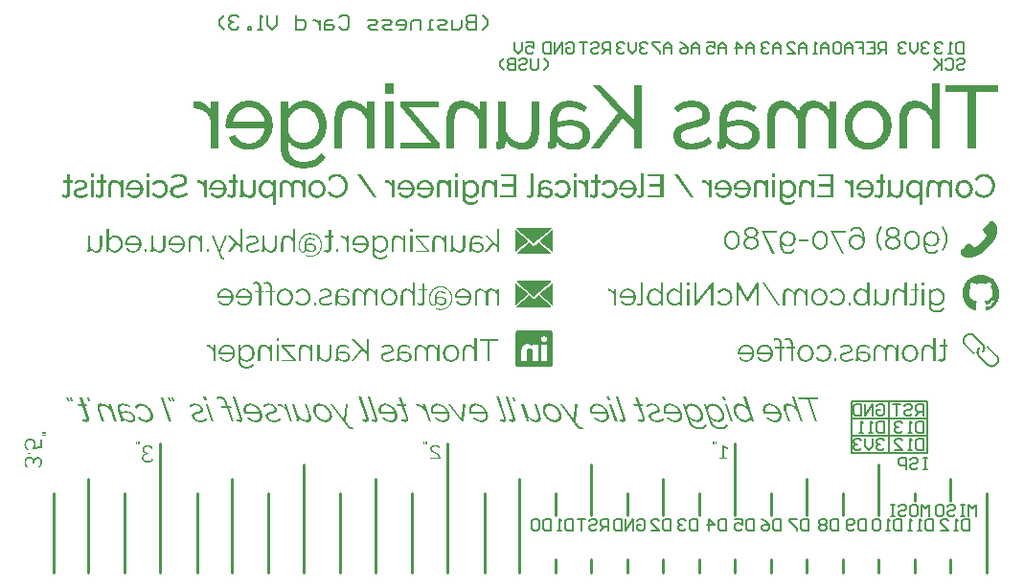
<source format=gbo>
G04 Layer_Color=13684944*
%FSAX25Y25*%
%MOIN*%
G70*
G01*
G75*
%ADD39C,0.01000*%
%ADD62C,0.00600*%
%ADD67C,0.00800*%
%ADD69C,0.00500*%
%ADD71C,0.00700*%
G36*
X0180385Y0179348D02*
X0180589Y0179324D01*
X0180776Y0179282D01*
X0180860Y0179258D01*
X0180938Y0179240D01*
X0181004Y0179216D01*
X0181070Y0179192D01*
X0181124Y0179173D01*
X0181172Y0179149D01*
X0181208Y0179137D01*
X0181233Y0179125D01*
X0181251Y0179113D01*
X0181256D01*
X0181437Y0179017D01*
X0181599Y0178909D01*
X0181743Y0178801D01*
X0181863Y0178699D01*
X0181918Y0178651D01*
X0181966Y0178609D01*
X0182008Y0178566D01*
X0182038Y0178530D01*
X0182068Y0178506D01*
X0182086Y0178482D01*
X0182098Y0178470D01*
X0182104Y0178464D01*
X0182230Y0178308D01*
X0182338Y0178140D01*
X0182428Y0177983D01*
X0182507Y0177833D01*
X0182543Y0177761D01*
X0182567Y0177701D01*
X0182597Y0177641D01*
X0182615Y0177593D01*
X0182633Y0177557D01*
X0182639Y0177527D01*
X0182651Y0177509D01*
Y0177503D01*
X0182717Y0177298D01*
X0182759Y0177094D01*
X0182795Y0176902D01*
X0182807Y0176812D01*
X0182819Y0176727D01*
X0182825Y0176649D01*
X0182831Y0176577D01*
X0182837Y0176517D01*
Y0176463D01*
X0182843Y0176421D01*
Y0176385D01*
Y0176367D01*
Y0176361D01*
X0182837Y0176150D01*
X0182813Y0175952D01*
X0182783Y0175766D01*
X0182765Y0175682D01*
X0182741Y0175603D01*
X0182723Y0175531D01*
X0182705Y0175465D01*
X0182693Y0175405D01*
X0182675Y0175357D01*
X0182663Y0175321D01*
X0182651Y0175291D01*
X0182645Y0175273D01*
Y0175267D01*
X0182561Y0175075D01*
X0182476Y0174894D01*
X0182380Y0174738D01*
X0182332Y0174666D01*
X0182290Y0174600D01*
X0182248Y0174534D01*
X0182212Y0174486D01*
X0182176Y0174438D01*
X0182146Y0174396D01*
X0182122Y0174365D01*
X0182104Y0174341D01*
X0182092Y0174329D01*
X0182086Y0174323D01*
X0181948Y0174179D01*
X0181797Y0174047D01*
X0181659Y0173939D01*
X0181521Y0173843D01*
X0181461Y0173801D01*
X0181407Y0173770D01*
X0181359Y0173740D01*
X0181317Y0173716D01*
X0181281Y0173692D01*
X0181256Y0173680D01*
X0181238Y0173674D01*
X0181233Y0173668D01*
X0181046Y0173590D01*
X0180854Y0173530D01*
X0180674Y0173488D01*
X0180505Y0173458D01*
X0180427Y0173446D01*
X0180361Y0173440D01*
X0180295Y0173434D01*
X0180247D01*
X0180205Y0173428D01*
X0180145D01*
X0180025Y0173434D01*
X0179910Y0173440D01*
X0179694Y0173476D01*
X0179490Y0173524D01*
X0179393Y0173554D01*
X0179309Y0173584D01*
X0179231Y0173614D01*
X0179159Y0173644D01*
X0179099Y0173668D01*
X0179045Y0173692D01*
X0179003Y0173710D01*
X0178973Y0173728D01*
X0178955Y0173734D01*
X0178949Y0173740D01*
X0178744Y0173867D01*
X0178564Y0174011D01*
X0178480Y0174083D01*
X0178408Y0174155D01*
X0178336Y0174227D01*
X0178276Y0174293D01*
X0178221Y0174359D01*
X0178167Y0174419D01*
X0178125Y0174474D01*
X0178095Y0174522D01*
X0178065Y0174558D01*
X0178047Y0174588D01*
X0178035Y0174606D01*
X0178029Y0174612D01*
Y0173482D01*
X0178035Y0173314D01*
X0178053Y0173157D01*
X0178083Y0173019D01*
X0178113Y0172905D01*
X0178131Y0172851D01*
X0178143Y0172803D01*
X0178155Y0172767D01*
X0178173Y0172731D01*
X0178179Y0172707D01*
X0178191Y0172689D01*
X0178197Y0172677D01*
Y0172671D01*
X0178263Y0172544D01*
X0178336Y0172436D01*
X0178414Y0172334D01*
X0178486Y0172250D01*
X0178552Y0172184D01*
X0178600Y0172136D01*
X0178636Y0172106D01*
X0178642Y0172094D01*
X0178648D01*
X0178756Y0172016D01*
X0178870Y0171943D01*
X0178979Y0171883D01*
X0179087Y0171835D01*
X0179177Y0171799D01*
X0179213Y0171787D01*
X0179243Y0171775D01*
X0179273Y0171763D01*
X0179291Y0171757D01*
X0179303Y0171751D01*
X0179309D01*
X0179454Y0171715D01*
X0179592Y0171685D01*
X0179730Y0171667D01*
X0179850Y0171649D01*
X0179952Y0171643D01*
X0180000D01*
X0180036Y0171637D01*
X0180109D01*
X0180229Y0171643D01*
X0180343Y0171649D01*
X0180571Y0171679D01*
X0180674Y0171697D01*
X0180776Y0171721D01*
X0180866Y0171745D01*
X0180956Y0171769D01*
X0181034Y0171793D01*
X0181106Y0171811D01*
X0181166Y0171835D01*
X0181220Y0171853D01*
X0181263Y0171871D01*
X0181293Y0171883D01*
X0181311Y0171895D01*
X0181317D01*
X0181419Y0171949D01*
X0181515Y0172003D01*
X0181695Y0172130D01*
X0181779Y0172196D01*
X0181851Y0172268D01*
X0181918Y0172334D01*
X0181984Y0172400D01*
X0182038Y0172460D01*
X0182086Y0172520D01*
X0182128Y0172569D01*
X0182164Y0172617D01*
X0182188Y0172653D01*
X0182206Y0172683D01*
X0182218Y0172701D01*
X0182224Y0172707D01*
X0182687Y0172340D01*
X0182537Y0172130D01*
X0182458Y0172034D01*
X0182374Y0171943D01*
X0182296Y0171859D01*
X0182212Y0171781D01*
X0182134Y0171709D01*
X0182056Y0171643D01*
X0181984Y0171583D01*
X0181918Y0171535D01*
X0181858Y0171493D01*
X0181809Y0171457D01*
X0181767Y0171426D01*
X0181731Y0171408D01*
X0181713Y0171397D01*
X0181707Y0171390D01*
X0181587Y0171330D01*
X0181461Y0171276D01*
X0181335Y0171228D01*
X0181196Y0171186D01*
X0181064Y0171150D01*
X0180932Y0171120D01*
X0180800Y0171102D01*
X0180680Y0171078D01*
X0180559Y0171066D01*
X0180451Y0171054D01*
X0180355Y0171048D01*
X0180271Y0171042D01*
X0180205Y0171036D01*
X0180109D01*
X0179898Y0171042D01*
X0179700Y0171060D01*
X0179514Y0171084D01*
X0179429Y0171102D01*
X0179351Y0171114D01*
X0179279Y0171126D01*
X0179213Y0171144D01*
X0179159Y0171156D01*
X0179111Y0171168D01*
X0179075Y0171180D01*
X0179045Y0171186D01*
X0179027Y0171192D01*
X0179021D01*
X0178834Y0171258D01*
X0178660Y0171330D01*
X0178504Y0171408D01*
X0178438Y0171451D01*
X0178372Y0171487D01*
X0178318Y0171523D01*
X0178263Y0171553D01*
X0178221Y0171583D01*
X0178185Y0171613D01*
X0178155Y0171631D01*
X0178137Y0171649D01*
X0178125Y0171655D01*
X0178119Y0171661D01*
X0177981Y0171781D01*
X0177861Y0171907D01*
X0177759Y0172040D01*
X0177668Y0172160D01*
X0177596Y0172262D01*
X0177572Y0172310D01*
X0177548Y0172346D01*
X0177530Y0172382D01*
X0177518Y0172406D01*
X0177506Y0172418D01*
Y0172424D01*
X0177428Y0172599D01*
X0177374Y0172785D01*
X0177332Y0172959D01*
X0177308Y0173127D01*
X0177296Y0173199D01*
X0177290Y0173266D01*
X0177284Y0173332D01*
Y0173380D01*
X0177278Y0173422D01*
Y0173458D01*
Y0173476D01*
Y0173482D01*
Y0179258D01*
X0177957D01*
Y0178056D01*
X0178107Y0178254D01*
X0178263Y0178434D01*
X0178420Y0178596D01*
X0178492Y0178669D01*
X0178564Y0178729D01*
X0178630Y0178789D01*
X0178690Y0178843D01*
X0178744Y0178885D01*
X0178792Y0178921D01*
X0178829Y0178951D01*
X0178858Y0178969D01*
X0178876Y0178981D01*
X0178883Y0178987D01*
X0178985Y0179053D01*
X0179093Y0179107D01*
X0179201Y0179161D01*
X0179309Y0179203D01*
X0179417Y0179240D01*
X0179526Y0179270D01*
X0179628Y0179294D01*
X0179730Y0179312D01*
X0179820Y0179330D01*
X0179904Y0179342D01*
X0179976Y0179348D01*
X0180043Y0179354D01*
X0180097Y0179360D01*
X0180169D01*
X0180385Y0179348D01*
D02*
G37*
G36*
X0260114Y0173500D02*
X0259363D01*
Y0177022D01*
X0259320Y0177154D01*
X0259272Y0177274D01*
X0259218Y0177383D01*
X0259170Y0177485D01*
X0259128Y0177563D01*
X0259092Y0177623D01*
X0259074Y0177647D01*
X0259062Y0177665D01*
X0259056Y0177671D01*
Y0177677D01*
X0258978Y0177785D01*
X0258894Y0177887D01*
X0258816Y0177971D01*
X0258737Y0178050D01*
X0258671Y0178110D01*
X0258623Y0178158D01*
X0258587Y0178182D01*
X0258575Y0178194D01*
X0258473Y0178272D01*
X0258365Y0178344D01*
X0258269Y0178404D01*
X0258178Y0178452D01*
X0258100Y0178488D01*
X0258040Y0178518D01*
X0258016Y0178530D01*
X0257998Y0178536D01*
X0257992Y0178542D01*
X0257986D01*
X0257866Y0178585D01*
X0257752Y0178621D01*
X0257650Y0178645D01*
X0257547Y0178657D01*
X0257469Y0178669D01*
X0257403Y0178675D01*
X0257349D01*
X0257229Y0178669D01*
X0257121Y0178657D01*
X0257019Y0178632D01*
X0256922Y0178596D01*
X0256832Y0178560D01*
X0256754Y0178518D01*
X0256676Y0178476D01*
X0256610Y0178434D01*
X0256556Y0178386D01*
X0256502Y0178344D01*
X0256460Y0178302D01*
X0256424Y0178266D01*
X0256399Y0178236D01*
X0256382Y0178212D01*
X0256369Y0178194D01*
X0256364Y0178188D01*
X0256303Y0178092D01*
X0256249Y0177983D01*
X0256207Y0177869D01*
X0256165Y0177755D01*
X0256129Y0177629D01*
X0256105Y0177509D01*
X0256063Y0177268D01*
X0256051Y0177160D01*
X0256039Y0177052D01*
X0256033Y0176962D01*
X0256027Y0176878D01*
X0256021Y0176812D01*
Y0176757D01*
Y0176727D01*
Y0176715D01*
Y0173500D01*
X0255270D01*
Y0176872D01*
X0255276Y0177076D01*
X0255288Y0177262D01*
X0255300Y0177437D01*
X0255312Y0177515D01*
X0255318Y0177587D01*
X0255330Y0177647D01*
X0255342Y0177707D01*
X0255348Y0177761D01*
X0255354Y0177803D01*
X0255360Y0177833D01*
X0255366Y0177863D01*
X0255372Y0177875D01*
Y0177881D01*
X0255414Y0178044D01*
X0255462Y0178194D01*
X0255510Y0178332D01*
X0255564Y0178446D01*
X0255612Y0178536D01*
X0255630Y0178572D01*
X0255648Y0178603D01*
X0255666Y0178632D01*
X0255672Y0178651D01*
X0255684Y0178657D01*
Y0178663D01*
X0255768Y0178777D01*
X0255865Y0178885D01*
X0255961Y0178969D01*
X0256045Y0179041D01*
X0256129Y0179101D01*
X0256189Y0179137D01*
X0256213Y0179155D01*
X0256231Y0179167D01*
X0256243Y0179173D01*
X0256249D01*
X0256387Y0179234D01*
X0256526Y0179282D01*
X0256670Y0179312D01*
X0256802Y0179336D01*
X0256922Y0179348D01*
X0256971Y0179354D01*
X0257013Y0179360D01*
X0257097D01*
X0257229Y0179354D01*
X0257355Y0179342D01*
X0257475Y0179324D01*
X0257595Y0179300D01*
X0257710Y0179270D01*
X0257818Y0179240D01*
X0257914Y0179203D01*
X0258010Y0179173D01*
X0258094Y0179137D01*
X0258172Y0179101D01*
X0258239Y0179071D01*
X0258293Y0179041D01*
X0258341Y0179017D01*
X0258371Y0178999D01*
X0258395Y0178987D01*
X0258401Y0178981D01*
X0258509Y0178909D01*
X0258617Y0178831D01*
X0258713Y0178747D01*
X0258809Y0178663D01*
X0258894Y0178578D01*
X0258972Y0178494D01*
X0259044Y0178410D01*
X0259110Y0178326D01*
X0259170Y0178254D01*
X0259218Y0178182D01*
X0259260Y0178116D01*
X0259296Y0178062D01*
X0259326Y0178014D01*
X0259344Y0177983D01*
X0259356Y0177959D01*
X0259363Y0177953D01*
Y0181571D01*
X0260114D01*
Y0173500D01*
D02*
G37*
G36*
X0235082Y0179354D02*
X0235286Y0179330D01*
X0235473Y0179300D01*
X0235563Y0179282D01*
X0235641Y0179264D01*
X0235713Y0179246D01*
X0235779Y0179227D01*
X0235839Y0179209D01*
X0235887Y0179198D01*
X0235924Y0179185D01*
X0235953Y0179173D01*
X0235971Y0179167D01*
X0235978D01*
X0236176Y0179089D01*
X0236374Y0178999D01*
X0236555Y0178909D01*
X0236645Y0178861D01*
X0236723Y0178819D01*
X0236795Y0178777D01*
X0236867Y0178735D01*
X0236921Y0178699D01*
X0236975Y0178669D01*
X0237017Y0178645D01*
X0237047Y0178627D01*
X0237065Y0178614D01*
X0237071Y0178609D01*
X0236807Y0178110D01*
X0236633Y0178224D01*
X0236458Y0178326D01*
X0236302Y0178416D01*
X0236164Y0178488D01*
X0236098Y0178518D01*
X0236044Y0178542D01*
X0235996Y0178566D01*
X0235953Y0178585D01*
X0235924Y0178596D01*
X0235893Y0178609D01*
X0235881Y0178614D01*
X0235875D01*
X0235701Y0178675D01*
X0235533Y0178717D01*
X0235377Y0178753D01*
X0235238Y0178771D01*
X0235178Y0178783D01*
X0235118D01*
X0235070Y0178789D01*
X0235028Y0178795D01*
X0234950D01*
X0234812Y0178789D01*
X0234685Y0178777D01*
X0234565Y0178753D01*
X0234451Y0178723D01*
X0234349Y0178693D01*
X0234253Y0178651D01*
X0234162Y0178614D01*
X0234084Y0178572D01*
X0234012Y0178530D01*
X0233952Y0178488D01*
X0233898Y0178446D01*
X0233850Y0178416D01*
X0233820Y0178386D01*
X0233790Y0178362D01*
X0233778Y0178350D01*
X0233772Y0178344D01*
X0233694Y0178260D01*
X0233628Y0178164D01*
X0233568Y0178068D01*
X0233520Y0177965D01*
X0233477Y0177869D01*
X0233441Y0177767D01*
X0233411Y0177671D01*
X0233387Y0177575D01*
X0233369Y0177485D01*
X0233357Y0177401D01*
X0233345Y0177328D01*
X0233339Y0177262D01*
X0233333Y0177208D01*
Y0177172D01*
Y0177142D01*
Y0177136D01*
Y0176613D01*
X0233471Y0176667D01*
X0233610Y0176709D01*
X0233748Y0176745D01*
X0233874Y0176781D01*
X0233982Y0176805D01*
X0234030Y0176812D01*
X0234066Y0176823D01*
X0234102Y0176830D01*
X0234126D01*
X0234138Y0176836D01*
X0234144D01*
X0234313Y0176860D01*
X0234475Y0176884D01*
X0234619Y0176896D01*
X0234757Y0176902D01*
X0234812Y0176908D01*
X0234866D01*
X0234914Y0176914D01*
X0235028D01*
X0235226Y0176908D01*
X0235413Y0176896D01*
X0235581Y0176872D01*
X0235653Y0176860D01*
X0235725Y0176854D01*
X0235791Y0176842D01*
X0235845Y0176830D01*
X0235899Y0176818D01*
X0235942Y0176805D01*
X0235971Y0176799D01*
X0236002Y0176794D01*
X0236014Y0176787D01*
X0236020D01*
X0236182Y0176733D01*
X0236326Y0176679D01*
X0236458Y0176619D01*
X0236573Y0176559D01*
X0236663Y0176505D01*
X0236699Y0176487D01*
X0236729Y0176463D01*
X0236753Y0176451D01*
X0236777Y0176439D01*
X0236783Y0176427D01*
X0236789D01*
X0236903Y0176337D01*
X0236999Y0176241D01*
X0237089Y0176144D01*
X0237156Y0176060D01*
X0237216Y0175982D01*
X0237252Y0175922D01*
X0237270Y0175898D01*
X0237282Y0175880D01*
X0237288Y0175874D01*
Y0175868D01*
X0237348Y0175742D01*
X0237390Y0175621D01*
X0237420Y0175495D01*
X0237438Y0175387D01*
X0237450Y0175291D01*
X0237456Y0175249D01*
X0237462Y0175213D01*
Y0175183D01*
Y0175165D01*
Y0175153D01*
Y0175147D01*
X0237456Y0175014D01*
X0237438Y0174888D01*
X0237414Y0174774D01*
X0237390Y0174672D01*
X0237366Y0174588D01*
X0237342Y0174522D01*
X0237330Y0174498D01*
X0237324Y0174480D01*
X0237318Y0174474D01*
Y0174468D01*
X0237258Y0174353D01*
X0237192Y0174245D01*
X0237125Y0174149D01*
X0237059Y0174065D01*
X0237005Y0173999D01*
X0236957Y0173945D01*
X0236927Y0173915D01*
X0236915Y0173909D01*
Y0173903D01*
X0236813Y0173819D01*
X0236705Y0173740D01*
X0236603Y0173680D01*
X0236500Y0173626D01*
X0236416Y0173578D01*
X0236350Y0173548D01*
X0236326Y0173536D01*
X0236308Y0173530D01*
X0236296Y0173524D01*
X0236290D01*
X0236152Y0173482D01*
X0236008Y0173446D01*
X0235869Y0173422D01*
X0235749Y0173410D01*
X0235641Y0173398D01*
X0235593D01*
X0235551Y0173392D01*
X0235479D01*
X0235359Y0173398D01*
X0235244Y0173404D01*
X0235016Y0173434D01*
X0234806Y0173482D01*
X0234709Y0173506D01*
X0234619Y0173530D01*
X0234535Y0173554D01*
X0234463Y0173578D01*
X0234397Y0173602D01*
X0234343Y0173626D01*
X0234295Y0173644D01*
X0234265Y0173656D01*
X0234241Y0173668D01*
X0234235D01*
X0234120Y0173722D01*
X0234018Y0173783D01*
X0233916Y0173849D01*
X0233820Y0173909D01*
X0233736Y0173975D01*
X0233652Y0174041D01*
X0233580Y0174107D01*
X0233513Y0174173D01*
X0233453Y0174233D01*
X0233399Y0174287D01*
X0233351Y0174335D01*
X0233315Y0174378D01*
X0233285Y0174414D01*
X0233267Y0174438D01*
X0233255Y0174456D01*
X0233249Y0174462D01*
X0233225Y0174005D01*
X0233207Y0173915D01*
X0233183Y0173830D01*
X0233147Y0173764D01*
X0233111Y0173710D01*
X0233081Y0173662D01*
X0233051Y0173632D01*
X0233027Y0173614D01*
X0233021Y0173608D01*
X0232948Y0173566D01*
X0232876Y0173536D01*
X0232810Y0173512D01*
X0232750Y0173500D01*
X0232696Y0173488D01*
X0232654Y0173482D01*
X0232570D01*
X0232528Y0173488D01*
X0232486D01*
X0232426Y0173494D01*
X0232371D01*
X0232347Y0173500D01*
X0232317D01*
Y0174161D01*
X0232365Y0174167D01*
X0232402Y0174173D01*
X0232468Y0174209D01*
X0232516Y0174257D01*
X0232546Y0174317D01*
X0232570Y0174372D01*
X0232576Y0174419D01*
X0232582Y0174456D01*
Y0174462D01*
Y0174468D01*
Y0177070D01*
X0232588Y0177262D01*
X0232606Y0177449D01*
X0232636Y0177623D01*
X0232678Y0177785D01*
X0232726Y0177935D01*
X0232780Y0178074D01*
X0232834Y0178194D01*
X0232888Y0178308D01*
X0232948Y0178410D01*
X0233003Y0178500D01*
X0233057Y0178572D01*
X0233105Y0178632D01*
X0233141Y0178687D01*
X0233177Y0178717D01*
X0233195Y0178741D01*
X0233201Y0178747D01*
X0233321Y0178855D01*
X0233447Y0178951D01*
X0233586Y0179029D01*
X0233724Y0179101D01*
X0233862Y0179161D01*
X0234000Y0179209D01*
X0234138Y0179252D01*
X0234271Y0179282D01*
X0234391Y0179306D01*
X0234505Y0179330D01*
X0234607Y0179342D01*
X0234697Y0179348D01*
X0234770Y0179354D01*
X0234824Y0179360D01*
X0234872D01*
X0235082Y0179354D01*
D02*
G37*
G36*
X0213722D02*
X0213927Y0179330D01*
X0214113Y0179300D01*
X0214203Y0179282D01*
X0214281Y0179264D01*
X0214354Y0179246D01*
X0214420Y0179227D01*
X0214480Y0179209D01*
X0214528Y0179198D01*
X0214564Y0179185D01*
X0214594Y0179173D01*
X0214612Y0179167D01*
X0214618D01*
X0214816Y0179089D01*
X0215015Y0178999D01*
X0215195Y0178909D01*
X0215285Y0178861D01*
X0215363Y0178819D01*
X0215435Y0178777D01*
X0215508Y0178735D01*
X0215562Y0178699D01*
X0215616Y0178669D01*
X0215658Y0178645D01*
X0215688Y0178627D01*
X0215706Y0178614D01*
X0215712Y0178609D01*
X0215447Y0178110D01*
X0215273Y0178224D01*
X0215099Y0178326D01*
X0214943Y0178416D01*
X0214804Y0178488D01*
X0214738Y0178518D01*
X0214684Y0178542D01*
X0214636Y0178566D01*
X0214594Y0178585D01*
X0214564Y0178596D01*
X0214534Y0178609D01*
X0214522Y0178614D01*
X0214516D01*
X0214342Y0178675D01*
X0214173Y0178717D01*
X0214017Y0178753D01*
X0213879Y0178771D01*
X0213819Y0178783D01*
X0213759D01*
X0213710Y0178789D01*
X0213668Y0178795D01*
X0213590D01*
X0213452Y0178789D01*
X0213326Y0178777D01*
X0213206Y0178753D01*
X0213091Y0178723D01*
X0212989Y0178693D01*
X0212893Y0178651D01*
X0212803Y0178614D01*
X0212725Y0178572D01*
X0212653Y0178530D01*
X0212593Y0178488D01*
X0212539Y0178446D01*
X0212491Y0178416D01*
X0212460Y0178386D01*
X0212430Y0178362D01*
X0212418Y0178350D01*
X0212412Y0178344D01*
X0212334Y0178260D01*
X0212268Y0178164D01*
X0212208Y0178068D01*
X0212160Y0177965D01*
X0212118Y0177869D01*
X0212082Y0177767D01*
X0212052Y0177671D01*
X0212028Y0177575D01*
X0212010Y0177485D01*
X0211998Y0177401D01*
X0211986Y0177328D01*
X0211980Y0177262D01*
X0211974Y0177208D01*
Y0177172D01*
Y0177142D01*
Y0177136D01*
Y0176613D01*
X0212112Y0176667D01*
X0212250Y0176709D01*
X0212388Y0176745D01*
X0212514Y0176781D01*
X0212623Y0176805D01*
X0212671Y0176812D01*
X0212707Y0176823D01*
X0212743Y0176830D01*
X0212767D01*
X0212779Y0176836D01*
X0212785D01*
X0212953Y0176860D01*
X0213116Y0176884D01*
X0213260Y0176896D01*
X0213398Y0176902D01*
X0213452Y0176908D01*
X0213506D01*
X0213554Y0176914D01*
X0213668D01*
X0213867Y0176908D01*
X0214053Y0176896D01*
X0214221Y0176872D01*
X0214294Y0176860D01*
X0214366Y0176854D01*
X0214432Y0176842D01*
X0214486Y0176830D01*
X0214540Y0176818D01*
X0214582Y0176805D01*
X0214612Y0176799D01*
X0214642Y0176794D01*
X0214654Y0176787D01*
X0214660D01*
X0214822Y0176733D01*
X0214967Y0176679D01*
X0215099Y0176619D01*
X0215213Y0176559D01*
X0215303Y0176505D01*
X0215339Y0176487D01*
X0215369Y0176463D01*
X0215393Y0176451D01*
X0215417Y0176439D01*
X0215423Y0176427D01*
X0215429D01*
X0215544Y0176337D01*
X0215640Y0176241D01*
X0215730Y0176144D01*
X0215796Y0176060D01*
X0215856Y0175982D01*
X0215892Y0175922D01*
X0215910Y0175898D01*
X0215922Y0175880D01*
X0215928Y0175874D01*
Y0175868D01*
X0215988Y0175742D01*
X0216030Y0175621D01*
X0216060Y0175495D01*
X0216078Y0175387D01*
X0216090Y0175291D01*
X0216096Y0175249D01*
X0216103Y0175213D01*
Y0175183D01*
Y0175165D01*
Y0175153D01*
Y0175147D01*
X0216096Y0175014D01*
X0216078Y0174888D01*
X0216054Y0174774D01*
X0216030Y0174672D01*
X0216006Y0174588D01*
X0215982Y0174522D01*
X0215970Y0174498D01*
X0215964Y0174480D01*
X0215958Y0174474D01*
Y0174468D01*
X0215898Y0174353D01*
X0215832Y0174245D01*
X0215766Y0174149D01*
X0215700Y0174065D01*
X0215646Y0173999D01*
X0215598Y0173945D01*
X0215568Y0173915D01*
X0215556Y0173909D01*
Y0173903D01*
X0215453Y0173819D01*
X0215345Y0173740D01*
X0215243Y0173680D01*
X0215141Y0173626D01*
X0215057Y0173578D01*
X0214991Y0173548D01*
X0214967Y0173536D01*
X0214949Y0173530D01*
X0214936Y0173524D01*
X0214931D01*
X0214792Y0173482D01*
X0214648Y0173446D01*
X0214510Y0173422D01*
X0214390Y0173410D01*
X0214281Y0173398D01*
X0214233D01*
X0214191Y0173392D01*
X0214119D01*
X0213999Y0173398D01*
X0213885Y0173404D01*
X0213656Y0173434D01*
X0213446Y0173482D01*
X0213350Y0173506D01*
X0213260Y0173530D01*
X0213176Y0173554D01*
X0213104Y0173578D01*
X0213037Y0173602D01*
X0212983Y0173626D01*
X0212935Y0173644D01*
X0212905Y0173656D01*
X0212881Y0173668D01*
X0212875D01*
X0212761Y0173722D01*
X0212659Y0173783D01*
X0212557Y0173849D01*
X0212460Y0173909D01*
X0212376Y0173975D01*
X0212292Y0174041D01*
X0212220Y0174107D01*
X0212154Y0174173D01*
X0212094Y0174233D01*
X0212040Y0174287D01*
X0211992Y0174335D01*
X0211956Y0174378D01*
X0211926Y0174414D01*
X0211908Y0174438D01*
X0211895Y0174456D01*
X0211890Y0174462D01*
X0211865Y0174005D01*
X0211847Y0173915D01*
X0211823Y0173830D01*
X0211787Y0173764D01*
X0211751Y0173710D01*
X0211721Y0173662D01*
X0211691Y0173632D01*
X0211667Y0173614D01*
X0211661Y0173608D01*
X0211589Y0173566D01*
X0211517Y0173536D01*
X0211451Y0173512D01*
X0211391Y0173500D01*
X0211336Y0173488D01*
X0211295Y0173482D01*
X0211210D01*
X0211168Y0173488D01*
X0211126D01*
X0211066Y0173494D01*
X0211012D01*
X0210988Y0173500D01*
X0210958D01*
Y0174161D01*
X0211006Y0174167D01*
X0211042Y0174173D01*
X0211108Y0174209D01*
X0211156Y0174257D01*
X0211186Y0174317D01*
X0211210Y0174372D01*
X0211216Y0174419D01*
X0211222Y0174456D01*
Y0174462D01*
Y0174468D01*
Y0177070D01*
X0211228Y0177262D01*
X0211246Y0177449D01*
X0211277Y0177623D01*
X0211318Y0177785D01*
X0211367Y0177935D01*
X0211421Y0178074D01*
X0211475Y0178194D01*
X0211529Y0178308D01*
X0211589Y0178410D01*
X0211643Y0178500D01*
X0211697Y0178572D01*
X0211745Y0178632D01*
X0211781Y0178687D01*
X0211817Y0178717D01*
X0211835Y0178741D01*
X0211841Y0178747D01*
X0211962Y0178855D01*
X0212088Y0178951D01*
X0212226Y0179029D01*
X0212364Y0179101D01*
X0212503Y0179161D01*
X0212641Y0179209D01*
X0212779Y0179252D01*
X0212911Y0179282D01*
X0213031Y0179306D01*
X0213146Y0179330D01*
X0213248Y0179342D01*
X0213338Y0179348D01*
X0213410Y0179354D01*
X0213464Y0179360D01*
X0213512D01*
X0213722Y0179354D01*
D02*
G37*
G36*
X0244373D02*
X0244500Y0179342D01*
X0244626Y0179324D01*
X0244740Y0179300D01*
X0244854Y0179276D01*
X0244956Y0179240D01*
X0245053Y0179209D01*
X0245143Y0179173D01*
X0245227Y0179137D01*
X0245299Y0179107D01*
X0245365Y0179071D01*
X0245419Y0179047D01*
X0245461Y0179023D01*
X0245497Y0179005D01*
X0245515Y0178993D01*
X0245521Y0178987D01*
X0245624Y0178915D01*
X0245726Y0178837D01*
X0245906Y0178669D01*
X0245990Y0178585D01*
X0246062Y0178494D01*
X0246134Y0178410D01*
X0246201Y0178332D01*
X0246255Y0178254D01*
X0246303Y0178182D01*
X0246345Y0178116D01*
X0246381Y0178062D01*
X0246411Y0178019D01*
X0246429Y0177983D01*
X0246441Y0177959D01*
X0246447Y0177953D01*
Y0179258D01*
X0247132D01*
Y0173500D01*
X0246381D01*
Y0177022D01*
X0246339Y0177160D01*
X0246285Y0177286D01*
X0246231Y0177407D01*
X0246170Y0177521D01*
X0246116Y0177629D01*
X0246050Y0177725D01*
X0245990Y0177815D01*
X0245936Y0177899D01*
X0245876Y0177971D01*
X0245822Y0178038D01*
X0245780Y0178092D01*
X0245738Y0178134D01*
X0245702Y0178170D01*
X0245678Y0178200D01*
X0245660Y0178212D01*
X0245654Y0178218D01*
X0245557Y0178296D01*
X0245455Y0178368D01*
X0245359Y0178428D01*
X0245257Y0178482D01*
X0245155Y0178524D01*
X0245059Y0178560D01*
X0244969Y0178596D01*
X0244878Y0178621D01*
X0244794Y0178639D01*
X0244722Y0178651D01*
X0244656Y0178663D01*
X0244596Y0178669D01*
X0244554Y0178675D01*
X0244488D01*
X0244373Y0178669D01*
X0244265Y0178657D01*
X0244163Y0178632D01*
X0244073Y0178603D01*
X0243989Y0178566D01*
X0243911Y0178524D01*
X0243839Y0178482D01*
X0243778Y0178440D01*
X0243724Y0178398D01*
X0243676Y0178356D01*
X0243634Y0178314D01*
X0243604Y0178278D01*
X0243574Y0178248D01*
X0243556Y0178224D01*
X0243550Y0178212D01*
X0243544Y0178206D01*
X0243490Y0178116D01*
X0243442Y0178007D01*
X0243400Y0177899D01*
X0243364Y0177779D01*
X0243310Y0177533D01*
X0243268Y0177286D01*
X0243256Y0177172D01*
X0243250Y0177064D01*
X0243244Y0176968D01*
X0243238Y0176884D01*
X0243232Y0176812D01*
Y0176763D01*
Y0176727D01*
Y0176721D01*
Y0176715D01*
Y0173500D01*
X0242480D01*
Y0177016D01*
X0242438Y0177148D01*
X0242390Y0177274D01*
X0242342Y0177389D01*
X0242300Y0177485D01*
X0242258Y0177569D01*
X0242222Y0177629D01*
X0242210Y0177653D01*
X0242198Y0177671D01*
X0242192Y0177677D01*
Y0177683D01*
X0242120Y0177791D01*
X0242042Y0177893D01*
X0241969Y0177983D01*
X0241897Y0178062D01*
X0241843Y0178122D01*
X0241795Y0178170D01*
X0241765Y0178194D01*
X0241753Y0178206D01*
X0241657Y0178284D01*
X0241567Y0178356D01*
X0241471Y0178410D01*
X0241393Y0178458D01*
X0241320Y0178500D01*
X0241260Y0178524D01*
X0241224Y0178542D01*
X0241218Y0178548D01*
X0241212D01*
X0241098Y0178591D01*
X0240990Y0178621D01*
X0240888Y0178645D01*
X0240792Y0178657D01*
X0240707Y0178669D01*
X0240641Y0178675D01*
X0240587D01*
X0240473Y0178669D01*
X0240359Y0178657D01*
X0240263Y0178632D01*
X0240166Y0178603D01*
X0240082Y0178560D01*
X0240004Y0178524D01*
X0239932Y0178476D01*
X0239866Y0178434D01*
X0239812Y0178392D01*
X0239764Y0178344D01*
X0239722Y0178308D01*
X0239692Y0178272D01*
X0239662Y0178236D01*
X0239644Y0178212D01*
X0239638Y0178200D01*
X0239632Y0178194D01*
X0239578Y0178098D01*
X0239524Y0177996D01*
X0239481Y0177881D01*
X0239445Y0177761D01*
X0239391Y0177515D01*
X0239355Y0177274D01*
X0239337Y0177166D01*
X0239331Y0177058D01*
X0239325Y0176962D01*
X0239319Y0176878D01*
X0239313Y0176812D01*
Y0176757D01*
Y0176727D01*
Y0176715D01*
Y0173500D01*
X0238562D01*
Y0176872D01*
X0238568Y0177076D01*
X0238574Y0177268D01*
X0238592Y0177443D01*
X0238598Y0177521D01*
X0238610Y0177593D01*
X0238616Y0177659D01*
X0238628Y0177719D01*
X0238634Y0177773D01*
X0238640Y0177815D01*
X0238646Y0177845D01*
X0238652Y0177875D01*
X0238658Y0177887D01*
Y0177893D01*
X0238694Y0178056D01*
X0238742Y0178206D01*
X0238790Y0178344D01*
X0238844Y0178458D01*
X0238886Y0178548D01*
X0238904Y0178585D01*
X0238922Y0178614D01*
X0238941Y0178645D01*
X0238947Y0178663D01*
X0238959Y0178669D01*
Y0178675D01*
X0239043Y0178789D01*
X0239127Y0178891D01*
X0239217Y0178981D01*
X0239307Y0179053D01*
X0239379Y0179107D01*
X0239445Y0179149D01*
X0239469Y0179161D01*
X0239481Y0179173D01*
X0239493Y0179179D01*
X0239499D01*
X0239632Y0179240D01*
X0239770Y0179282D01*
X0239902Y0179318D01*
X0240028Y0179336D01*
X0240142Y0179348D01*
X0240191Y0179354D01*
X0240233Y0179360D01*
X0240311D01*
X0240443Y0179354D01*
X0240569Y0179342D01*
X0240695Y0179324D01*
X0240816Y0179294D01*
X0240930Y0179264D01*
X0241044Y0179221D01*
X0241260Y0179125D01*
X0241459Y0179017D01*
X0241645Y0178891D01*
X0241813Y0178759D01*
X0241964Y0178621D01*
X0242096Y0178476D01*
X0242216Y0178344D01*
X0242312Y0178218D01*
X0242396Y0178110D01*
X0242462Y0178014D01*
X0242486Y0177971D01*
X0242510Y0177941D01*
X0242522Y0177911D01*
X0242534Y0177893D01*
X0242547Y0177881D01*
Y0177875D01*
X0242565Y0177996D01*
X0242595Y0178116D01*
X0242625Y0178224D01*
X0242667Y0178326D01*
X0242709Y0178422D01*
X0242751Y0178506D01*
X0242799Y0178591D01*
X0242841Y0178663D01*
X0242889Y0178729D01*
X0242931Y0178789D01*
X0242967Y0178837D01*
X0243003Y0178879D01*
X0243033Y0178909D01*
X0243057Y0178933D01*
X0243069Y0178945D01*
X0243075Y0178951D01*
X0243160Y0179023D01*
X0243250Y0179083D01*
X0243346Y0179143D01*
X0243442Y0179185D01*
X0243544Y0179227D01*
X0243640Y0179258D01*
X0243827Y0179312D01*
X0243911Y0179324D01*
X0243995Y0179336D01*
X0244061Y0179348D01*
X0244127Y0179354D01*
X0244175Y0179360D01*
X0244247D01*
X0244373Y0179354D01*
D02*
G37*
G36*
X0267506Y0180664D02*
X0264705D01*
Y0173500D01*
X0263930D01*
Y0180664D01*
X0261135D01*
Y0181349D01*
X0267506D01*
Y0180664D01*
D02*
G37*
G36*
X0221782Y0176781D02*
Y0181337D01*
X0222545D01*
Y0173500D01*
X0221782D01*
Y0175910D01*
X0220291Y0177443D01*
X0217280Y0173500D01*
X0216427D01*
X0219811Y0177899D01*
X0216607Y0181349D01*
X0217455D01*
X0221782Y0176781D01*
D02*
G37*
G36*
X0209642Y0175874D02*
X0209636Y0175652D01*
X0209624Y0175441D01*
X0209600Y0175243D01*
X0209570Y0175063D01*
X0209534Y0174894D01*
X0209497Y0174738D01*
X0209455Y0174600D01*
X0209407Y0174480D01*
X0209365Y0174372D01*
X0209323Y0174275D01*
X0209287Y0174191D01*
X0209251Y0174131D01*
X0209221Y0174077D01*
X0209197Y0174041D01*
X0209185Y0174017D01*
X0209179Y0174011D01*
X0209089Y0173903D01*
X0208987Y0173807D01*
X0208878Y0173722D01*
X0208770Y0173650D01*
X0208656Y0173596D01*
X0208542Y0173542D01*
X0208428Y0173500D01*
X0208319Y0173470D01*
X0208217Y0173446D01*
X0208121Y0173422D01*
X0208031Y0173410D01*
X0207959Y0173404D01*
X0207893Y0173398D01*
X0207851Y0173392D01*
X0207809D01*
X0207664Y0173398D01*
X0207526Y0173410D01*
X0207394Y0173428D01*
X0207268Y0173452D01*
X0207148Y0173476D01*
X0207027Y0173506D01*
X0206919Y0173542D01*
X0206823Y0173578D01*
X0206733Y0173608D01*
X0206649Y0173644D01*
X0206577Y0173674D01*
X0206522Y0173704D01*
X0206474Y0173722D01*
X0206438Y0173740D01*
X0206414Y0173752D01*
X0206408Y0173758D01*
X0206288Y0173830D01*
X0206180Y0173909D01*
X0206072Y0173993D01*
X0205976Y0174077D01*
X0205886Y0174161D01*
X0205801Y0174251D01*
X0205723Y0174335D01*
X0205651Y0174419D01*
X0205585Y0174498D01*
X0205531Y0174570D01*
X0205483Y0174636D01*
X0205447Y0174690D01*
X0205417Y0174738D01*
X0205393Y0174774D01*
X0205381Y0174798D01*
X0205375Y0174804D01*
Y0174005D01*
X0205369Y0173921D01*
X0205345Y0173849D01*
X0205314Y0173783D01*
X0205285Y0173728D01*
X0205248Y0173680D01*
X0205224Y0173650D01*
X0205200Y0173626D01*
X0205194Y0173620D01*
X0205122Y0173572D01*
X0205044Y0173536D01*
X0204972Y0173506D01*
X0204906Y0173488D01*
X0204846Y0173476D01*
X0204798Y0173470D01*
X0204714D01*
X0204672Y0173476D01*
X0204569Y0173488D01*
X0204521D01*
X0204485Y0173494D01*
X0204461Y0173500D01*
X0204449D01*
Y0174161D01*
X0204497Y0174167D01*
X0204539Y0174173D01*
X0204611Y0174209D01*
X0204659Y0174257D01*
X0204690Y0174317D01*
X0204714Y0174372D01*
X0204719Y0174419D01*
X0204726Y0174456D01*
Y0174462D01*
Y0174468D01*
Y0179258D01*
X0205477D01*
Y0175634D01*
X0205531Y0175501D01*
X0205585Y0175375D01*
X0205645Y0175267D01*
X0205699Y0175171D01*
X0205747Y0175087D01*
X0205789Y0175027D01*
X0205807Y0175008D01*
X0205813Y0174990D01*
X0205825Y0174985D01*
Y0174978D01*
X0205909Y0174876D01*
X0205994Y0174780D01*
X0206072Y0174696D01*
X0206150Y0174624D01*
X0206216Y0174564D01*
X0206264Y0174516D01*
X0206300Y0174492D01*
X0206306Y0174480D01*
X0206312D01*
X0206414Y0174407D01*
X0206517Y0174341D01*
X0206619Y0174287D01*
X0206709Y0174239D01*
X0206787Y0174209D01*
X0206847Y0174179D01*
X0206871Y0174173D01*
X0206889Y0174167D01*
X0206895Y0174161D01*
X0206901D01*
X0207021Y0174125D01*
X0207136Y0174101D01*
X0207250Y0174077D01*
X0207346Y0174065D01*
X0207430Y0174059D01*
X0207496Y0174053D01*
X0207556D01*
X0207677Y0174059D01*
X0207791Y0174077D01*
X0207899Y0174101D01*
X0207995Y0174137D01*
X0208091Y0174179D01*
X0208175Y0174233D01*
X0208253Y0174293D01*
X0208326Y0174359D01*
X0208458Y0174504D01*
X0208566Y0174672D01*
X0208650Y0174846D01*
X0208722Y0175032D01*
X0208776Y0175213D01*
X0208818Y0175387D01*
X0208848Y0175555D01*
X0208866Y0175700D01*
X0208878Y0175766D01*
X0208885Y0175826D01*
Y0175880D01*
X0208891Y0175922D01*
Y0175958D01*
Y0175982D01*
Y0176000D01*
Y0176006D01*
Y0179258D01*
X0209642D01*
Y0175874D01*
D02*
G37*
G36*
X0173383Y0179348D02*
X0173600Y0179324D01*
X0173702Y0179306D01*
X0173798Y0179282D01*
X0173888Y0179264D01*
X0173972Y0179240D01*
X0174045Y0179216D01*
X0174117Y0179198D01*
X0174171Y0179173D01*
X0174225Y0179155D01*
X0174261Y0179143D01*
X0174291Y0179131D01*
X0174309Y0179119D01*
X0174315D01*
X0174501Y0179023D01*
X0174676Y0178921D01*
X0174832Y0178813D01*
X0174904Y0178759D01*
X0174970Y0178711D01*
X0175024Y0178663D01*
X0175078Y0178621D01*
X0175120Y0178578D01*
X0175156Y0178542D01*
X0175186Y0178518D01*
X0175210Y0178494D01*
X0175223Y0178482D01*
X0175229Y0178476D01*
X0175367Y0178320D01*
X0175487Y0178158D01*
X0175589Y0178001D01*
X0175673Y0177857D01*
X0175709Y0177791D01*
X0175739Y0177731D01*
X0175769Y0177677D01*
X0175787Y0177629D01*
X0175805Y0177593D01*
X0175818Y0177563D01*
X0175830Y0177545D01*
Y0177539D01*
X0175902Y0177334D01*
X0175956Y0177136D01*
X0175992Y0176944D01*
X0176010Y0176854D01*
X0176016Y0176769D01*
X0176028Y0176691D01*
X0176034Y0176619D01*
X0176040Y0176553D01*
Y0176499D01*
X0176046Y0176457D01*
Y0176427D01*
Y0176403D01*
Y0176397D01*
X0176034Y0176168D01*
X0176010Y0175952D01*
X0175980Y0175754D01*
X0175956Y0175664D01*
X0175938Y0175580D01*
X0175920Y0175507D01*
X0175896Y0175435D01*
X0175877Y0175375D01*
X0175865Y0175327D01*
X0175847Y0175285D01*
X0175841Y0175255D01*
X0175830Y0175237D01*
Y0175231D01*
X0175739Y0175032D01*
X0175643Y0174852D01*
X0175547Y0174690D01*
X0175493Y0174618D01*
X0175445Y0174552D01*
X0175403Y0174492D01*
X0175361Y0174438D01*
X0175325Y0174390D01*
X0175295Y0174347D01*
X0175265Y0174317D01*
X0175247Y0174293D01*
X0175234Y0174281D01*
X0175229Y0174275D01*
X0175078Y0174131D01*
X0174922Y0173999D01*
X0174766Y0173891D01*
X0174621Y0173794D01*
X0174555Y0173758D01*
X0174495Y0173722D01*
X0174441Y0173692D01*
X0174399Y0173668D01*
X0174363Y0173650D01*
X0174333Y0173638D01*
X0174315Y0173626D01*
X0174309D01*
X0174105Y0173548D01*
X0173906Y0173488D01*
X0173708Y0173452D01*
X0173618Y0173434D01*
X0173528Y0173422D01*
X0173450Y0173410D01*
X0173377Y0173404D01*
X0173311Y0173398D01*
X0173257D01*
X0173209Y0173392D01*
X0173149D01*
X0172999Y0173398D01*
X0172854Y0173410D01*
X0172716Y0173422D01*
X0172596Y0173446D01*
X0172500Y0173464D01*
X0172458Y0173470D01*
X0172422Y0173476D01*
X0172392Y0173482D01*
X0172374Y0173488D01*
X0172362Y0173494D01*
X0172356D01*
X0172211Y0173536D01*
X0172079Y0173584D01*
X0171959Y0173632D01*
X0171857Y0173680D01*
X0171767Y0173722D01*
X0171731Y0173740D01*
X0171701Y0173758D01*
X0171677Y0173770D01*
X0171659Y0173783D01*
X0171652Y0173788D01*
X0171646D01*
X0171526Y0173861D01*
X0171418Y0173939D01*
X0171322Y0174017D01*
X0171244Y0174089D01*
X0171172Y0174149D01*
X0171124Y0174197D01*
X0171094Y0174227D01*
X0171082Y0174239D01*
X0170991Y0174341D01*
X0170919Y0174444D01*
X0170853Y0174540D01*
X0170799Y0174630D01*
X0170757Y0174708D01*
X0170727Y0174768D01*
X0170715Y0174792D01*
X0170709Y0174810D01*
X0170703Y0174816D01*
Y0174822D01*
X0171358Y0175003D01*
X0171400Y0174918D01*
X0171442Y0174834D01*
X0171490Y0174762D01*
X0171532Y0174702D01*
X0171574Y0174648D01*
X0171610Y0174612D01*
X0171634Y0174582D01*
X0171641Y0174576D01*
X0171713Y0174510D01*
X0171779Y0174444D01*
X0171851Y0174390D01*
X0171917Y0174341D01*
X0171971Y0174305D01*
X0172013Y0174275D01*
X0172043Y0174257D01*
X0172055Y0174251D01*
X0172230Y0174161D01*
X0172314Y0174125D01*
X0172392Y0174095D01*
X0172458Y0174071D01*
X0172512Y0174053D01*
X0172548Y0174047D01*
X0172554Y0174041D01*
X0172560D01*
X0172662Y0174017D01*
X0172764Y0173999D01*
X0172861Y0173981D01*
X0172945Y0173975D01*
X0173017Y0173969D01*
X0173077Y0173963D01*
X0173125D01*
X0173281Y0173969D01*
X0173425Y0173987D01*
X0173558Y0174011D01*
X0173678Y0174041D01*
X0173780Y0174071D01*
X0173816Y0174083D01*
X0173852Y0174095D01*
X0173882Y0174107D01*
X0173900Y0174113D01*
X0173912Y0174119D01*
X0173918D01*
X0174050Y0174185D01*
X0174177Y0174257D01*
X0174285Y0174335D01*
X0174381Y0174407D01*
X0174459Y0174468D01*
X0174519Y0174522D01*
X0174537Y0174540D01*
X0174555Y0174558D01*
X0174561Y0174564D01*
X0174567Y0174570D01*
X0174670Y0174684D01*
X0174760Y0174798D01*
X0174838Y0174912D01*
X0174910Y0175021D01*
X0174964Y0175111D01*
X0174982Y0175147D01*
X0175000Y0175183D01*
X0175018Y0175213D01*
X0175030Y0175231D01*
X0175036Y0175243D01*
Y0175249D01*
X0175096Y0175399D01*
X0175144Y0175549D01*
X0175180Y0175694D01*
X0175210Y0175826D01*
X0175216Y0175886D01*
X0175229Y0175940D01*
X0175234Y0175988D01*
X0175241Y0176030D01*
Y0176060D01*
X0175247Y0176090D01*
Y0176102D01*
Y0176108D01*
X0170324D01*
X0170318Y0176138D01*
Y0176181D01*
X0170312Y0176216D01*
Y0176223D01*
Y0176228D01*
X0170306Y0176295D01*
Y0176349D01*
Y0176373D01*
Y0176391D01*
Y0176397D01*
Y0176403D01*
X0170312Y0176625D01*
X0170336Y0176836D01*
X0170372Y0177022D01*
X0170390Y0177112D01*
X0170408Y0177196D01*
X0170432Y0177268D01*
X0170450Y0177334D01*
X0170469Y0177394D01*
X0170481Y0177443D01*
X0170499Y0177479D01*
X0170505Y0177509D01*
X0170517Y0177527D01*
Y0177533D01*
X0170601Y0177725D01*
X0170697Y0177905D01*
X0170793Y0178062D01*
X0170841Y0178134D01*
X0170889Y0178200D01*
X0170931Y0178260D01*
X0170973Y0178314D01*
X0171009Y0178362D01*
X0171045Y0178398D01*
X0171070Y0178428D01*
X0171088Y0178452D01*
X0171100Y0178464D01*
X0171106Y0178470D01*
X0171250Y0178614D01*
X0171406Y0178747D01*
X0171556Y0178861D01*
X0171695Y0178951D01*
X0171761Y0178987D01*
X0171821Y0179023D01*
X0171875Y0179053D01*
X0171917Y0179077D01*
X0171953Y0179095D01*
X0171983Y0179107D01*
X0172001Y0179119D01*
X0172007D01*
X0172205Y0179198D01*
X0172410Y0179258D01*
X0172602Y0179300D01*
X0172692Y0179318D01*
X0172776Y0179330D01*
X0172854Y0179342D01*
X0172927Y0179348D01*
X0172993Y0179354D01*
X0173047D01*
X0173095Y0179360D01*
X0173155D01*
X0173383Y0179348D01*
D02*
G37*
G36*
X0390089Y0193000D02*
X0389446D01*
Y0194082D01*
X0390089D01*
Y0193000D01*
D02*
G37*
G36*
X0365616D02*
X0364763D01*
X0359534Y0200849D01*
X0360400D01*
X0365616Y0193000D01*
D02*
G37*
G36*
X0312897Y0198848D02*
X0313113Y0198824D01*
X0313215Y0198806D01*
X0313312Y0198782D01*
X0313402Y0198764D01*
X0313486Y0198740D01*
X0313558Y0198715D01*
X0313630Y0198697D01*
X0313684Y0198673D01*
X0313738Y0198655D01*
X0313774Y0198643D01*
X0313804Y0198631D01*
X0313822Y0198619D01*
X0313828D01*
X0314015Y0198523D01*
X0314189Y0198421D01*
X0314345Y0198313D01*
X0314417Y0198259D01*
X0314483Y0198211D01*
X0314538Y0198163D01*
X0314592Y0198120D01*
X0314634Y0198078D01*
X0314670Y0198042D01*
X0314700Y0198018D01*
X0314724Y0197994D01*
X0314736Y0197982D01*
X0314742Y0197976D01*
X0314880Y0197820D01*
X0315000Y0197658D01*
X0315103Y0197502D01*
X0315187Y0197357D01*
X0315223Y0197291D01*
X0315253Y0197231D01*
X0315283Y0197177D01*
X0315301Y0197129D01*
X0315319Y0197093D01*
X0315331Y0197063D01*
X0315343Y0197045D01*
Y0197039D01*
X0315415Y0196834D01*
X0315469Y0196636D01*
X0315505Y0196444D01*
X0315523Y0196354D01*
X0315529Y0196269D01*
X0315541Y0196191D01*
X0315547Y0196119D01*
X0315553Y0196053D01*
Y0195999D01*
X0315559Y0195957D01*
Y0195927D01*
Y0195903D01*
Y0195897D01*
X0315547Y0195668D01*
X0315523Y0195452D01*
X0315493Y0195254D01*
X0315469Y0195164D01*
X0315451Y0195080D01*
X0315433Y0195007D01*
X0315409Y0194935D01*
X0315391Y0194875D01*
X0315379Y0194827D01*
X0315361Y0194785D01*
X0315355Y0194755D01*
X0315343Y0194737D01*
Y0194731D01*
X0315253Y0194533D01*
X0315157Y0194352D01*
X0315060Y0194190D01*
X0315006Y0194118D01*
X0314958Y0194052D01*
X0314916Y0193992D01*
X0314874Y0193938D01*
X0314838Y0193889D01*
X0314808Y0193847D01*
X0314778Y0193817D01*
X0314760Y0193793D01*
X0314748Y0193781D01*
X0314742Y0193775D01*
X0314592Y0193631D01*
X0314435Y0193499D01*
X0314279Y0193391D01*
X0314135Y0193295D01*
X0314069Y0193258D01*
X0314009Y0193222D01*
X0313955Y0193192D01*
X0313913Y0193168D01*
X0313876Y0193150D01*
X0313846Y0193138D01*
X0313828Y0193126D01*
X0313822D01*
X0313618Y0193048D01*
X0313420Y0192988D01*
X0313221Y0192952D01*
X0313131Y0192934D01*
X0313041Y0192922D01*
X0312963Y0192910D01*
X0312891Y0192904D01*
X0312825Y0192898D01*
X0312771D01*
X0312722Y0192892D01*
X0312662D01*
X0312512Y0192898D01*
X0312368Y0192910D01*
X0312230Y0192922D01*
X0312109Y0192946D01*
X0312013Y0192964D01*
X0311971Y0192970D01*
X0311935Y0192976D01*
X0311905Y0192982D01*
X0311887Y0192988D01*
X0311875Y0192994D01*
X0311869D01*
X0311725Y0193036D01*
X0311593Y0193084D01*
X0311472Y0193132D01*
X0311370Y0193180D01*
X0311280Y0193222D01*
X0311244Y0193240D01*
X0311214Y0193258D01*
X0311190Y0193271D01*
X0311172Y0193282D01*
X0311166Y0193289D01*
X0311160D01*
X0311040Y0193361D01*
X0310931Y0193439D01*
X0310835Y0193517D01*
X0310757Y0193589D01*
X0310685Y0193649D01*
X0310637Y0193697D01*
X0310607Y0193727D01*
X0310595Y0193739D01*
X0310505Y0193841D01*
X0310433Y0193944D01*
X0310367Y0194040D01*
X0310313Y0194130D01*
X0310270Y0194208D01*
X0310240Y0194268D01*
X0310228Y0194292D01*
X0310222Y0194310D01*
X0310216Y0194316D01*
Y0194322D01*
X0310871Y0194502D01*
X0310913Y0194418D01*
X0310956Y0194334D01*
X0311004Y0194262D01*
X0311046Y0194202D01*
X0311088Y0194148D01*
X0311124Y0194112D01*
X0311148Y0194082D01*
X0311154Y0194076D01*
X0311226Y0194010D01*
X0311292Y0193944D01*
X0311364Y0193889D01*
X0311430Y0193841D01*
X0311485Y0193805D01*
X0311526Y0193775D01*
X0311557Y0193757D01*
X0311569Y0193751D01*
X0311743Y0193661D01*
X0311827Y0193625D01*
X0311905Y0193595D01*
X0311971Y0193571D01*
X0312025Y0193553D01*
X0312061Y0193547D01*
X0312067Y0193541D01*
X0312073D01*
X0312176Y0193517D01*
X0312278Y0193499D01*
X0312374Y0193481D01*
X0312458Y0193475D01*
X0312530Y0193469D01*
X0312590Y0193463D01*
X0312638D01*
X0312795Y0193469D01*
X0312939Y0193487D01*
X0313071Y0193511D01*
X0313191Y0193541D01*
X0313294Y0193571D01*
X0313330Y0193583D01*
X0313366Y0193595D01*
X0313396Y0193607D01*
X0313414Y0193613D01*
X0313426Y0193619D01*
X0313432D01*
X0313564Y0193685D01*
X0313690Y0193757D01*
X0313798Y0193835D01*
X0313895Y0193907D01*
X0313973Y0193968D01*
X0314033Y0194022D01*
X0314051Y0194040D01*
X0314069Y0194058D01*
X0314075Y0194064D01*
X0314081Y0194070D01*
X0314183Y0194184D01*
X0314273Y0194298D01*
X0314351Y0194412D01*
X0314423Y0194520D01*
X0314477Y0194611D01*
X0314495Y0194647D01*
X0314513Y0194683D01*
X0314531Y0194713D01*
X0314544Y0194731D01*
X0314549Y0194743D01*
Y0194749D01*
X0314610Y0194899D01*
X0314658Y0195049D01*
X0314694Y0195194D01*
X0314724Y0195326D01*
X0314730Y0195386D01*
X0314742Y0195440D01*
X0314748Y0195488D01*
X0314754Y0195530D01*
Y0195560D01*
X0314760Y0195590D01*
Y0195602D01*
Y0195608D01*
X0309838D01*
X0309832Y0195638D01*
Y0195680D01*
X0309826Y0195717D01*
Y0195722D01*
Y0195729D01*
X0309820Y0195795D01*
Y0195849D01*
Y0195873D01*
Y0195891D01*
Y0195897D01*
Y0195903D01*
X0309826Y0196125D01*
X0309850Y0196335D01*
X0309886Y0196522D01*
X0309904Y0196612D01*
X0309922Y0196696D01*
X0309946Y0196768D01*
X0309964Y0196834D01*
X0309982Y0196895D01*
X0309994Y0196943D01*
X0310012Y0196979D01*
X0310018Y0197009D01*
X0310030Y0197027D01*
Y0197033D01*
X0310114Y0197225D01*
X0310210Y0197405D01*
X0310307Y0197562D01*
X0310355Y0197634D01*
X0310403Y0197700D01*
X0310445Y0197760D01*
X0310487Y0197814D01*
X0310523Y0197862D01*
X0310559Y0197898D01*
X0310583Y0197928D01*
X0310601Y0197952D01*
X0310613Y0197964D01*
X0310619Y0197970D01*
X0310763Y0198115D01*
X0310919Y0198247D01*
X0311070Y0198361D01*
X0311208Y0198451D01*
X0311274Y0198487D01*
X0311334Y0198523D01*
X0311388Y0198553D01*
X0311430Y0198577D01*
X0311466Y0198595D01*
X0311496Y0198607D01*
X0311514Y0198619D01*
X0311521D01*
X0311719Y0198697D01*
X0311923Y0198758D01*
X0312116Y0198800D01*
X0312206Y0198818D01*
X0312290Y0198830D01*
X0312368Y0198842D01*
X0312440Y0198848D01*
X0312506Y0198854D01*
X0312560D01*
X0312608Y0198860D01*
X0312668D01*
X0312897Y0198848D01*
D02*
G37*
G36*
X0415830Y0193000D02*
X0415079D01*
Y0198758D01*
X0415830D01*
Y0193000D01*
D02*
G37*
G36*
X0334088D02*
X0333337D01*
Y0198758D01*
X0334088D01*
Y0193000D01*
D02*
G37*
G36*
X0285598Y0184349D02*
X0285629D01*
X0285665Y0184343D01*
X0285707Y0184337D01*
X0285797Y0184313D01*
X0285905Y0184277D01*
X0286013Y0184229D01*
X0286127Y0184163D01*
X0286236Y0184079D01*
X0286248Y0184067D01*
X0286278Y0184031D01*
X0286320Y0183977D01*
X0286368Y0183905D01*
X0286416Y0183809D01*
X0286458Y0183700D01*
X0286488Y0183574D01*
X0286494Y0183508D01*
X0286500Y0183436D01*
Y0172414D01*
Y0172407D01*
Y0172396D01*
Y0172378D01*
X0286494Y0172347D01*
Y0172317D01*
X0286488Y0172275D01*
X0286464Y0172185D01*
X0286434Y0172083D01*
X0286386Y0171975D01*
X0286320Y0171867D01*
X0286284Y0171812D01*
X0286236Y0171764D01*
X0286230D01*
X0286224Y0171752D01*
X0286188Y0171722D01*
X0286127Y0171686D01*
X0286049Y0171638D01*
X0285953Y0171590D01*
X0285839Y0171548D01*
X0285707Y0171512D01*
X0285562Y0171500D01*
X0274558D01*
X0274534Y0171506D01*
X0274498Y0171512D01*
X0274456Y0171518D01*
X0274366Y0171536D01*
X0274258Y0171572D01*
X0274143Y0171614D01*
X0274035Y0171680D01*
X0273927Y0171764D01*
X0273921Y0171771D01*
X0273915Y0171776D01*
X0273885Y0171812D01*
X0273843Y0171867D01*
X0273789Y0171945D01*
X0273741Y0172035D01*
X0273699Y0172149D01*
X0273669Y0172275D01*
X0273657Y0172341D01*
Y0172414D01*
Y0183436D01*
Y0183442D01*
Y0183454D01*
Y0183472D01*
X0273663Y0183502D01*
Y0183532D01*
X0273669Y0183574D01*
X0273693Y0183664D01*
X0273723Y0183766D01*
X0273771Y0183875D01*
X0273837Y0183977D01*
X0273879Y0184031D01*
X0273927Y0184079D01*
Y0184085D01*
X0273939Y0184091D01*
X0273975Y0184121D01*
X0274035Y0184163D01*
X0274113Y0184211D01*
X0274209Y0184259D01*
X0274324Y0184307D01*
X0274456Y0184337D01*
X0274600Y0184355D01*
X0285580D01*
X0285598Y0184349D01*
D02*
G37*
G36*
X0191245Y0180466D02*
X0190494D01*
Y0181571D01*
X0191245D01*
Y0180466D01*
D02*
G37*
G36*
X0306250Y0198788D02*
X0306352Y0198776D01*
X0306454Y0198758D01*
X0306550Y0198728D01*
X0306731Y0198667D01*
X0306809Y0198625D01*
X0306887Y0198589D01*
X0306953Y0198553D01*
X0307013Y0198517D01*
X0307067Y0198481D01*
X0307115Y0198451D01*
X0307151Y0198421D01*
X0307175Y0198403D01*
X0307193Y0198391D01*
X0307199Y0198385D01*
X0307374Y0198229D01*
X0307524Y0198060D01*
X0307662Y0197886D01*
X0307770Y0197730D01*
X0307818Y0197658D01*
X0307860Y0197592D01*
X0307896Y0197531D01*
X0307927Y0197477D01*
X0307951Y0197435D01*
X0307969Y0197405D01*
X0307975Y0197381D01*
X0307981Y0197375D01*
Y0198758D01*
X0308690D01*
Y0193000D01*
X0307939D01*
Y0196582D01*
X0307891Y0196708D01*
X0307836Y0196828D01*
X0307776Y0196943D01*
X0307716Y0197045D01*
X0307650Y0197147D01*
X0307584Y0197237D01*
X0307518Y0197315D01*
X0307452Y0197393D01*
X0307392Y0197453D01*
X0307331Y0197513D01*
X0307283Y0197562D01*
X0307235Y0197604D01*
X0307199Y0197634D01*
X0307169Y0197658D01*
X0307151Y0197670D01*
X0307145Y0197676D01*
X0307037Y0197748D01*
X0306923Y0197808D01*
X0306815Y0197862D01*
X0306700Y0197910D01*
X0306586Y0197952D01*
X0306478Y0197982D01*
X0306370Y0198012D01*
X0306268Y0198036D01*
X0306172Y0198054D01*
X0306087Y0198066D01*
X0306009Y0198078D01*
X0305943Y0198084D01*
X0305889Y0198091D01*
X0305853Y0198097D01*
X0305817D01*
Y0198782D01*
X0305865Y0198788D01*
X0305907Y0198794D01*
X0306148D01*
X0306250Y0198788D01*
D02*
G37*
G36*
X0379578Y0198848D02*
X0379788Y0198824D01*
X0379986Y0198782D01*
X0380071Y0198758D01*
X0380155Y0198740D01*
X0380233Y0198715D01*
X0380299Y0198691D01*
X0380353Y0198673D01*
X0380407Y0198649D01*
X0380443Y0198637D01*
X0380473Y0198625D01*
X0380491Y0198613D01*
X0380497D01*
X0380684Y0198517D01*
X0380858Y0198409D01*
X0381014Y0198301D01*
X0381086Y0198247D01*
X0381146Y0198199D01*
X0381206Y0198151D01*
X0381255Y0198108D01*
X0381297Y0198066D01*
X0381339Y0198030D01*
X0381363Y0198006D01*
X0381387Y0197982D01*
X0381399Y0197970D01*
X0381405Y0197964D01*
X0381537Y0197808D01*
X0381657Y0197646D01*
X0381759Y0197484D01*
X0381843Y0197333D01*
X0381880Y0197267D01*
X0381910Y0197201D01*
X0381940Y0197147D01*
X0381958Y0197099D01*
X0381976Y0197063D01*
X0381988Y0197033D01*
X0382000Y0197015D01*
Y0197009D01*
X0382072Y0196804D01*
X0382126Y0196600D01*
X0382162Y0196408D01*
X0382180Y0196318D01*
X0382186Y0196233D01*
X0382198Y0196155D01*
X0382204Y0196083D01*
X0382210Y0196017D01*
Y0195963D01*
X0382216Y0195921D01*
Y0195891D01*
Y0195867D01*
Y0195861D01*
X0382204Y0195638D01*
X0382180Y0195434D01*
X0382150Y0195236D01*
X0382132Y0195152D01*
X0382108Y0195067D01*
X0382090Y0194989D01*
X0382072Y0194923D01*
X0382054Y0194863D01*
X0382036Y0194815D01*
X0382024Y0194773D01*
X0382012Y0194743D01*
X0382006Y0194725D01*
Y0194719D01*
X0381922Y0194520D01*
X0381825Y0194340D01*
X0381729Y0194178D01*
X0381681Y0194106D01*
X0381633Y0194040D01*
X0381591Y0193980D01*
X0381549Y0193925D01*
X0381513Y0193884D01*
X0381477Y0193841D01*
X0381453Y0193811D01*
X0381435Y0193787D01*
X0381423Y0193775D01*
X0381417Y0193769D01*
X0381267Y0193625D01*
X0381110Y0193499D01*
X0380960Y0193385D01*
X0380816Y0193295D01*
X0380756Y0193258D01*
X0380696Y0193222D01*
X0380642Y0193192D01*
X0380599Y0193168D01*
X0380557Y0193150D01*
X0380533Y0193138D01*
X0380515Y0193126D01*
X0380509D01*
X0380305Y0193048D01*
X0380107Y0192988D01*
X0379908Y0192952D01*
X0379818Y0192934D01*
X0379728Y0192922D01*
X0379650Y0192910D01*
X0379578Y0192904D01*
X0379512Y0192898D01*
X0379457D01*
X0379410Y0192892D01*
X0379349D01*
X0379121Y0192904D01*
X0378911Y0192928D01*
X0378718Y0192964D01*
X0378628Y0192988D01*
X0378544Y0193012D01*
X0378472Y0193030D01*
X0378406Y0193054D01*
X0378346Y0193072D01*
X0378298Y0193090D01*
X0378262Y0193102D01*
X0378232Y0193114D01*
X0378214Y0193126D01*
X0378207D01*
X0378015Y0193222D01*
X0377841Y0193324D01*
X0377691Y0193433D01*
X0377619Y0193487D01*
X0377552Y0193535D01*
X0377498Y0193583D01*
X0377450Y0193625D01*
X0377402Y0193667D01*
X0377366Y0193703D01*
X0377336Y0193727D01*
X0377318Y0193751D01*
X0377306Y0193763D01*
X0377300Y0193769D01*
X0377162Y0193925D01*
X0377042Y0194088D01*
X0376945Y0194250D01*
X0376855Y0194400D01*
X0376825Y0194466D01*
X0376789Y0194527D01*
X0376765Y0194581D01*
X0376741Y0194629D01*
X0376729Y0194665D01*
X0376717Y0194695D01*
X0376705Y0194713D01*
Y0194719D01*
X0376633Y0194923D01*
X0376579Y0195127D01*
X0376543Y0195320D01*
X0376525Y0195410D01*
X0376513Y0195494D01*
X0376507Y0195572D01*
X0376501Y0195644D01*
X0376495Y0195704D01*
Y0195759D01*
X0376489Y0195801D01*
Y0195837D01*
Y0195855D01*
Y0195861D01*
X0376501Y0196083D01*
X0376525Y0196293D01*
X0376555Y0196492D01*
X0376579Y0196582D01*
X0376597Y0196660D01*
X0376615Y0196738D01*
X0376639Y0196804D01*
X0376657Y0196864D01*
X0376669Y0196913D01*
X0376687Y0196955D01*
X0376693Y0196985D01*
X0376705Y0197003D01*
Y0197009D01*
X0376789Y0197207D01*
X0376885Y0197387D01*
X0376987Y0197550D01*
X0377035Y0197622D01*
X0377084Y0197694D01*
X0377126Y0197754D01*
X0377168Y0197808D01*
X0377204Y0197850D01*
X0377234Y0197892D01*
X0377264Y0197922D01*
X0377282Y0197946D01*
X0377294Y0197958D01*
X0377300Y0197964D01*
X0377450Y0198108D01*
X0377601Y0198241D01*
X0377751Y0198349D01*
X0377895Y0198445D01*
X0377961Y0198481D01*
X0378021Y0198517D01*
X0378075Y0198547D01*
X0378117Y0198571D01*
X0378153Y0198589D01*
X0378183Y0198601D01*
X0378202Y0198613D01*
X0378207D01*
X0378406Y0198697D01*
X0378604Y0198758D01*
X0378797Y0198800D01*
X0378887Y0198818D01*
X0378977Y0198830D01*
X0379055Y0198842D01*
X0379127Y0198848D01*
X0379187Y0198854D01*
X0379247D01*
X0379289Y0198860D01*
X0379349D01*
X0379578Y0198848D01*
D02*
G37*
G36*
X0200032Y0179354D02*
X0200170Y0179342D01*
X0200296Y0179330D01*
X0200410Y0179312D01*
X0200506Y0179288D01*
X0200543Y0179282D01*
X0200579Y0179276D01*
X0200603Y0179270D01*
X0200621Y0179264D01*
X0200633Y0179258D01*
X0200639D01*
X0200771Y0179216D01*
X0200897Y0179173D01*
X0201011Y0179125D01*
X0201114Y0179077D01*
X0201198Y0179035D01*
X0201264Y0178999D01*
X0201288Y0178987D01*
X0201306Y0178975D01*
X0201312Y0178969D01*
X0201318D01*
X0201432Y0178897D01*
X0201540Y0178819D01*
X0201642Y0178747D01*
X0201727Y0178675D01*
X0201799Y0178614D01*
X0201853Y0178566D01*
X0201889Y0178536D01*
X0201895Y0178530D01*
X0201901Y0178524D01*
X0201991Y0178428D01*
X0202075Y0178326D01*
X0202153Y0178230D01*
X0202213Y0178140D01*
X0202268Y0178068D01*
X0202304Y0178007D01*
X0202315Y0177983D01*
X0202328Y0177965D01*
X0202334Y0177959D01*
Y0179258D01*
X0203019D01*
Y0173500D01*
X0202268D01*
Y0177022D01*
X0202219Y0177154D01*
X0202171Y0177274D01*
X0202117Y0177389D01*
X0202063Y0177485D01*
X0202015Y0177569D01*
X0201979Y0177629D01*
X0201961Y0177653D01*
X0201955Y0177671D01*
X0201943Y0177677D01*
Y0177683D01*
X0201859Y0177791D01*
X0201775Y0177893D01*
X0201691Y0177983D01*
X0201606Y0178062D01*
X0201540Y0178122D01*
X0201486Y0178170D01*
X0201450Y0178194D01*
X0201444Y0178206D01*
X0201438D01*
X0201330Y0178284D01*
X0201222Y0178356D01*
X0201114Y0178410D01*
X0201017Y0178458D01*
X0200939Y0178500D01*
X0200873Y0178524D01*
X0200849Y0178536D01*
X0200831Y0178542D01*
X0200825Y0178548D01*
X0200819D01*
X0200693Y0178591D01*
X0200579Y0178621D01*
X0200465Y0178645D01*
X0200362Y0178657D01*
X0200278Y0178669D01*
X0200212Y0178675D01*
X0200158D01*
X0200044Y0178669D01*
X0199936Y0178657D01*
X0199839Y0178632D01*
X0199743Y0178603D01*
X0199659Y0178566D01*
X0199587Y0178524D01*
X0199515Y0178482D01*
X0199455Y0178440D01*
X0199401Y0178398D01*
X0199353Y0178356D01*
X0199317Y0178314D01*
X0199281Y0178278D01*
X0199256Y0178248D01*
X0199238Y0178224D01*
X0199232Y0178212D01*
X0199226Y0178206D01*
X0199172Y0178116D01*
X0199124Y0178007D01*
X0199088Y0177899D01*
X0199052Y0177779D01*
X0198998Y0177533D01*
X0198962Y0177286D01*
X0198950Y0177172D01*
X0198944Y0177064D01*
X0198932Y0176968D01*
Y0176884D01*
X0198926Y0176812D01*
Y0176763D01*
Y0176727D01*
Y0176721D01*
Y0176715D01*
Y0173500D01*
X0198175D01*
Y0176872D01*
X0198181Y0177076D01*
X0198187Y0177268D01*
X0198205Y0177443D01*
X0198211Y0177527D01*
X0198217Y0177599D01*
X0198229Y0177665D01*
X0198235Y0177725D01*
X0198241Y0177773D01*
X0198253Y0177821D01*
X0198259Y0177851D01*
Y0177881D01*
X0198265Y0177893D01*
Y0177899D01*
X0198301Y0178068D01*
X0198349Y0178218D01*
X0198397Y0178350D01*
X0198445Y0178464D01*
X0198487Y0178554D01*
X0198505Y0178591D01*
X0198523Y0178627D01*
X0198535Y0178651D01*
X0198547Y0178669D01*
X0198553Y0178675D01*
Y0178681D01*
X0198631Y0178795D01*
X0198716Y0178897D01*
X0198806Y0178981D01*
X0198890Y0179053D01*
X0198962Y0179107D01*
X0199022Y0179149D01*
X0199046Y0179161D01*
X0199064Y0179173D01*
X0199070Y0179179D01*
X0199076D01*
X0199202Y0179240D01*
X0199341Y0179282D01*
X0199473Y0179318D01*
X0199605Y0179336D01*
X0199713Y0179348D01*
X0199767Y0179354D01*
X0199803Y0179360D01*
X0199888D01*
X0200032Y0179354D01*
D02*
G37*
G36*
X0286211Y0192579D02*
X0286199Y0192567D01*
X0286170Y0192543D01*
X0286115Y0192507D01*
X0286043Y0192465D01*
X0285953Y0192417D01*
X0285845Y0192381D01*
X0285725Y0192357D01*
X0285587Y0192345D01*
X0274540D01*
X0274510Y0192351D01*
X0274444Y0192357D01*
X0274354Y0192375D01*
X0274258Y0192405D01*
X0274155Y0192441D01*
X0274047Y0192501D01*
X0273951Y0192579D01*
X0278495Y0196486D01*
X0280075Y0195092D01*
X0280081Y0195098D01*
X0280099Y0195116D01*
X0280117Y0195134D01*
X0280147Y0195152D01*
X0280177Y0195182D01*
X0280213Y0195212D01*
X0280262Y0195254D01*
X0280316Y0195302D01*
X0280382Y0195356D01*
X0280460Y0195422D01*
X0280544Y0195494D01*
X0280646Y0195578D01*
X0280754Y0195675D01*
X0280881Y0195783D01*
X0281668Y0196486D01*
X0286211Y0192579D01*
D02*
G37*
G36*
X0286500Y0200711D02*
Y0200693D01*
Y0200651D01*
Y0200621D01*
Y0200591D01*
Y0200549D01*
Y0200507D01*
Y0200453D01*
Y0200386D01*
Y0200320D01*
Y0200242D01*
Y0200158D01*
Y0200062D01*
Y0199954D01*
Y0199839D01*
Y0199713D01*
Y0199575D01*
Y0199425D01*
Y0199263D01*
Y0199088D01*
Y0198902D01*
Y0198704D01*
Y0198493D01*
Y0198265D01*
Y0198024D01*
Y0197766D01*
Y0197496D01*
Y0197207D01*
Y0196901D01*
Y0193084D01*
X0282071Y0196847D01*
X0286500Y0200717D01*
Y0200711D01*
D02*
G37*
G36*
X0278092Y0215347D02*
X0278086D01*
X0278074Y0215335D01*
X0278056Y0215317D01*
X0278020Y0215286D01*
X0277966Y0215244D01*
X0277900Y0215190D01*
X0277816Y0215118D01*
X0277707Y0215028D01*
X0277647Y0214974D01*
X0277581Y0214920D01*
X0277509Y0214860D01*
X0277425Y0214788D01*
X0277341Y0214716D01*
X0277245Y0214637D01*
X0277148Y0214553D01*
X0277034Y0214457D01*
X0276920Y0214361D01*
X0276794Y0214253D01*
X0276662Y0214145D01*
X0276523Y0214024D01*
X0276373Y0213898D01*
X0276217Y0213760D01*
X0276049Y0213616D01*
X0275868Y0213465D01*
X0273645Y0211584D01*
Y0219217D01*
X0278092Y0215347D01*
D02*
G37*
G36*
X0285623Y0201516D02*
X0285647D01*
X0285719Y0201504D01*
X0285809Y0201486D01*
X0285905Y0201450D01*
X0286007Y0201408D01*
X0286115Y0201348D01*
X0286211Y0201270D01*
X0280075Y0196011D01*
X0273951Y0201270D01*
X0273963Y0201282D01*
X0273993Y0201306D01*
X0274047Y0201348D01*
X0274119Y0201390D01*
X0274209Y0201432D01*
X0274318Y0201474D01*
X0274438Y0201504D01*
X0274576Y0201522D01*
X0285605D01*
X0285623Y0201516D01*
D02*
G37*
G36*
X0278092Y0196847D02*
X0278086D01*
X0278074Y0196835D01*
X0278056Y0196817D01*
X0278020Y0196786D01*
X0277966Y0196744D01*
X0277900Y0196690D01*
X0277816Y0196618D01*
X0277707Y0196528D01*
X0277647Y0196474D01*
X0277581Y0196420D01*
X0277509Y0196360D01*
X0277425Y0196288D01*
X0277341Y0196215D01*
X0277245Y0196137D01*
X0277148Y0196053D01*
X0277034Y0195957D01*
X0276920Y0195861D01*
X0276794Y0195753D01*
X0276662Y0195645D01*
X0276523Y0195524D01*
X0276373Y0195398D01*
X0276217Y0195260D01*
X0276049Y0195116D01*
X0275868Y0194965D01*
X0273645Y0193084D01*
Y0200717D01*
X0278092Y0196847D01*
D02*
G37*
G36*
X0394767Y0179354D02*
X0394972Y0179330D01*
X0395158Y0179300D01*
X0395248Y0179282D01*
X0395326Y0179264D01*
X0395398Y0179246D01*
X0395464Y0179227D01*
X0395525Y0179209D01*
X0395573Y0179198D01*
X0395609Y0179185D01*
X0395639Y0179173D01*
X0395657Y0179167D01*
X0395663D01*
X0395861Y0179089D01*
X0396059Y0178999D01*
X0396240Y0178909D01*
X0396330Y0178861D01*
X0396408Y0178819D01*
X0396480Y0178777D01*
X0396552Y0178735D01*
X0396606Y0178699D01*
X0396660Y0178669D01*
X0396703Y0178645D01*
X0396733Y0178627D01*
X0396751Y0178614D01*
X0396757Y0178609D01*
X0396492Y0178110D01*
X0396318Y0178224D01*
X0396144Y0178326D01*
X0395987Y0178416D01*
X0395849Y0178488D01*
X0395783Y0178518D01*
X0395729Y0178542D01*
X0395681Y0178566D01*
X0395639Y0178585D01*
X0395609Y0178596D01*
X0395579Y0178609D01*
X0395567Y0178614D01*
X0395561D01*
X0395386Y0178675D01*
X0395218Y0178717D01*
X0395062Y0178753D01*
X0394924Y0178771D01*
X0394864Y0178783D01*
X0394803D01*
X0394755Y0178789D01*
X0394713Y0178795D01*
X0394635D01*
X0394497Y0178789D01*
X0394371Y0178777D01*
X0394250Y0178753D01*
X0394136Y0178723D01*
X0394034Y0178693D01*
X0393938Y0178651D01*
X0393848Y0178614D01*
X0393770Y0178572D01*
X0393698Y0178530D01*
X0393637Y0178488D01*
X0393583Y0178446D01*
X0393535Y0178416D01*
X0393505Y0178386D01*
X0393475Y0178362D01*
X0393463Y0178350D01*
X0393457Y0178344D01*
X0393379Y0178260D01*
X0393313Y0178164D01*
X0393253Y0178068D01*
X0393205Y0177965D01*
X0393163Y0177869D01*
X0393127Y0177767D01*
X0393097Y0177671D01*
X0393073Y0177575D01*
X0393055Y0177485D01*
X0393042Y0177401D01*
X0393031Y0177328D01*
X0393024Y0177262D01*
X0393018Y0177208D01*
Y0177172D01*
Y0177142D01*
Y0177136D01*
Y0176613D01*
X0393157Y0176667D01*
X0393295Y0176709D01*
X0393433Y0176745D01*
X0393559Y0176781D01*
X0393668Y0176805D01*
X0393716Y0176812D01*
X0393752Y0176823D01*
X0393788Y0176830D01*
X0393812D01*
X0393824Y0176836D01*
X0393830D01*
X0393998Y0176860D01*
X0394160Y0176884D01*
X0394305Y0176896D01*
X0394443Y0176902D01*
X0394497Y0176908D01*
X0394551D01*
X0394599Y0176914D01*
X0394713D01*
X0394912Y0176908D01*
X0395098Y0176896D01*
X0395266Y0176872D01*
X0395338Y0176860D01*
X0395410Y0176854D01*
X0395477Y0176842D01*
X0395531Y0176830D01*
X0395585Y0176818D01*
X0395627Y0176805D01*
X0395657Y0176799D01*
X0395687Y0176794D01*
X0395699Y0176787D01*
X0395705D01*
X0395867Y0176733D01*
X0396011Y0176679D01*
X0396144Y0176619D01*
X0396258Y0176559D01*
X0396348Y0176505D01*
X0396384Y0176487D01*
X0396414Y0176463D01*
X0396438Y0176451D01*
X0396462Y0176439D01*
X0396468Y0176427D01*
X0396474D01*
X0396588Y0176337D01*
X0396685Y0176241D01*
X0396775Y0176144D01*
X0396841Y0176060D01*
X0396901Y0175982D01*
X0396937Y0175922D01*
X0396955Y0175898D01*
X0396967Y0175880D01*
X0396973Y0175874D01*
Y0175868D01*
X0397033Y0175742D01*
X0397075Y0175621D01*
X0397105Y0175495D01*
X0397123Y0175387D01*
X0397135Y0175291D01*
X0397141Y0175249D01*
X0397147Y0175213D01*
Y0175183D01*
Y0175165D01*
Y0175153D01*
Y0175147D01*
X0397141Y0175014D01*
X0397123Y0174888D01*
X0397099Y0174774D01*
X0397075Y0174672D01*
X0397051Y0174588D01*
X0397027Y0174522D01*
X0397015Y0174498D01*
X0397009Y0174480D01*
X0397003Y0174474D01*
Y0174468D01*
X0396943Y0174353D01*
X0396877Y0174245D01*
X0396811Y0174149D01*
X0396745Y0174065D01*
X0396691Y0173999D01*
X0396642Y0173945D01*
X0396612Y0173915D01*
X0396600Y0173909D01*
Y0173903D01*
X0396498Y0173819D01*
X0396390Y0173740D01*
X0396288Y0173680D01*
X0396186Y0173626D01*
X0396102Y0173578D01*
X0396036Y0173548D01*
X0396011Y0173536D01*
X0395993Y0173530D01*
X0395981Y0173524D01*
X0395975D01*
X0395837Y0173482D01*
X0395693Y0173446D01*
X0395555Y0173422D01*
X0395434Y0173410D01*
X0395326Y0173398D01*
X0395278D01*
X0395236Y0173392D01*
X0395164D01*
X0395044Y0173398D01*
X0394930Y0173404D01*
X0394701Y0173434D01*
X0394491Y0173482D01*
X0394395Y0173506D01*
X0394305Y0173530D01*
X0394220Y0173554D01*
X0394148Y0173578D01*
X0394082Y0173602D01*
X0394028Y0173626D01*
X0393980Y0173644D01*
X0393950Y0173656D01*
X0393926Y0173668D01*
X0393920D01*
X0393806Y0173722D01*
X0393704Y0173783D01*
X0393601Y0173849D01*
X0393505Y0173909D01*
X0393421Y0173975D01*
X0393337Y0174041D01*
X0393265Y0174107D01*
X0393199Y0174173D01*
X0393139Y0174233D01*
X0393085Y0174287D01*
X0393037Y0174335D01*
X0393000Y0174378D01*
X0392970Y0174414D01*
X0392952Y0174438D01*
X0392940Y0174456D01*
X0392934Y0174462D01*
X0392910Y0174005D01*
X0392892Y0173915D01*
X0392868Y0173830D01*
X0392832Y0173764D01*
X0392796Y0173710D01*
X0392766Y0173662D01*
X0392736Y0173632D01*
X0392712Y0173614D01*
X0392706Y0173608D01*
X0392634Y0173566D01*
X0392562Y0173536D01*
X0392496Y0173512D01*
X0392436Y0173500D01*
X0392381Y0173488D01*
X0392339Y0173482D01*
X0392255D01*
X0392213Y0173488D01*
X0392171D01*
X0392111Y0173494D01*
X0392057D01*
X0392033Y0173500D01*
X0392003D01*
Y0174161D01*
X0392051Y0174167D01*
X0392087Y0174173D01*
X0392153Y0174209D01*
X0392201Y0174257D01*
X0392231Y0174317D01*
X0392255Y0174372D01*
X0392261Y0174419D01*
X0392267Y0174456D01*
Y0174462D01*
Y0174468D01*
Y0177070D01*
X0392273Y0177262D01*
X0392291Y0177449D01*
X0392321Y0177623D01*
X0392363Y0177785D01*
X0392411Y0177935D01*
X0392465Y0178074D01*
X0392520Y0178194D01*
X0392574Y0178308D01*
X0392634Y0178410D01*
X0392688Y0178500D01*
X0392742Y0178572D01*
X0392790Y0178632D01*
X0392826Y0178687D01*
X0392862Y0178717D01*
X0392880Y0178741D01*
X0392886Y0178747D01*
X0393006Y0178855D01*
X0393133Y0178951D01*
X0393271Y0179029D01*
X0393409Y0179101D01*
X0393547Y0179161D01*
X0393686Y0179209D01*
X0393824Y0179252D01*
X0393956Y0179282D01*
X0394076Y0179306D01*
X0394190Y0179330D01*
X0394293Y0179342D01*
X0394383Y0179348D01*
X0394455Y0179354D01*
X0394509Y0179360D01*
X0394557D01*
X0394767Y0179354D01*
D02*
G37*
G36*
X0419799Y0173500D02*
X0419048D01*
Y0177022D01*
X0419006Y0177154D01*
X0418958Y0177274D01*
X0418903Y0177383D01*
X0418855Y0177485D01*
X0418813Y0177563D01*
X0418777Y0177623D01*
X0418759Y0177647D01*
X0418747Y0177665D01*
X0418741Y0177671D01*
Y0177677D01*
X0418663Y0177785D01*
X0418579Y0177887D01*
X0418501Y0177971D01*
X0418423Y0178050D01*
X0418357Y0178110D01*
X0418308Y0178158D01*
X0418272Y0178182D01*
X0418260Y0178194D01*
X0418158Y0178272D01*
X0418050Y0178344D01*
X0417954Y0178404D01*
X0417864Y0178452D01*
X0417786Y0178488D01*
X0417726Y0178518D01*
X0417701Y0178530D01*
X0417684Y0178536D01*
X0417677Y0178542D01*
X0417671D01*
X0417551Y0178585D01*
X0417437Y0178621D01*
X0417335Y0178645D01*
X0417233Y0178657D01*
X0417155Y0178669D01*
X0417089Y0178675D01*
X0417034D01*
X0416914Y0178669D01*
X0416806Y0178657D01*
X0416704Y0178632D01*
X0416608Y0178596D01*
X0416518Y0178560D01*
X0416439Y0178518D01*
X0416361Y0178476D01*
X0416295Y0178434D01*
X0416241Y0178386D01*
X0416187Y0178344D01*
X0416145Y0178302D01*
X0416109Y0178266D01*
X0416085Y0178236D01*
X0416067Y0178212D01*
X0416055Y0178194D01*
X0416049Y0178188D01*
X0415989Y0178092D01*
X0415935Y0177983D01*
X0415893Y0177869D01*
X0415850Y0177755D01*
X0415814Y0177629D01*
X0415790Y0177509D01*
X0415748Y0177268D01*
X0415736Y0177160D01*
X0415724Y0177052D01*
X0415718Y0176962D01*
X0415712Y0176878D01*
X0415706Y0176812D01*
Y0176757D01*
Y0176727D01*
Y0176715D01*
Y0173500D01*
X0414955D01*
Y0176872D01*
X0414961Y0177076D01*
X0414973Y0177262D01*
X0414985Y0177437D01*
X0414997Y0177515D01*
X0415003Y0177587D01*
X0415015Y0177647D01*
X0415027Y0177707D01*
X0415033Y0177761D01*
X0415039Y0177803D01*
X0415045Y0177833D01*
X0415051Y0177863D01*
X0415057Y0177875D01*
Y0177881D01*
X0415099Y0178044D01*
X0415147Y0178194D01*
X0415195Y0178332D01*
X0415249Y0178446D01*
X0415298Y0178536D01*
X0415315Y0178572D01*
X0415334Y0178603D01*
X0415352Y0178632D01*
X0415358Y0178651D01*
X0415370Y0178657D01*
Y0178663D01*
X0415454Y0178777D01*
X0415550Y0178885D01*
X0415646Y0178969D01*
X0415730Y0179041D01*
X0415814Y0179101D01*
X0415874Y0179137D01*
X0415899Y0179155D01*
X0415917Y0179167D01*
X0415929Y0179173D01*
X0415935D01*
X0416073Y0179234D01*
X0416211Y0179282D01*
X0416355Y0179312D01*
X0416488Y0179336D01*
X0416608Y0179348D01*
X0416656Y0179354D01*
X0416698Y0179360D01*
X0416782D01*
X0416914Y0179354D01*
X0417040Y0179342D01*
X0417161Y0179324D01*
X0417281Y0179300D01*
X0417395Y0179270D01*
X0417503Y0179240D01*
X0417599Y0179203D01*
X0417696Y0179173D01*
X0417780Y0179137D01*
X0417858Y0179101D01*
X0417924Y0179071D01*
X0417978Y0179041D01*
X0418026Y0179017D01*
X0418056Y0178999D01*
X0418080Y0178987D01*
X0418086Y0178981D01*
X0418194Y0178909D01*
X0418302Y0178831D01*
X0418399Y0178747D01*
X0418495Y0178663D01*
X0418579Y0178578D01*
X0418657Y0178494D01*
X0418729Y0178410D01*
X0418795Y0178326D01*
X0418855Y0178254D01*
X0418903Y0178182D01*
X0418946Y0178116D01*
X0418982Y0178062D01*
X0419012Y0178014D01*
X0419030Y0177983D01*
X0419042Y0177959D01*
X0419048Y0177953D01*
Y0181571D01*
X0419799D01*
Y0173500D01*
D02*
G37*
G36*
X0431903Y0183405D02*
X0431969Y0183399D01*
X0432047Y0183393D01*
X0432138Y0183375D01*
X0432234Y0183357D01*
X0432348Y0183333D01*
X0432468Y0183297D01*
X0432594Y0183254D01*
X0432721Y0183206D01*
X0432859Y0183140D01*
X0432991Y0183068D01*
X0433129Y0182984D01*
X0433261Y0182888D01*
X0433394Y0182774D01*
X0436453Y0179709D01*
X0436459Y0179702D01*
X0436483Y0179678D01*
X0436513Y0179636D01*
X0436555Y0179588D01*
X0436603Y0179522D01*
X0436657Y0179444D01*
X0436711Y0179354D01*
X0436771Y0179252D01*
X0436831Y0179144D01*
X0436892Y0179023D01*
X0436946Y0178891D01*
X0436994Y0178753D01*
X0437036Y0178609D01*
X0437066Y0178452D01*
X0437090Y0178296D01*
X0437096Y0178134D01*
Y0178122D01*
Y0178092D01*
X0437090Y0178050D01*
X0437084Y0177984D01*
X0437078Y0177905D01*
X0437060Y0177821D01*
X0437042Y0177719D01*
X0437018Y0177605D01*
X0436982Y0177491D01*
X0436940Y0177365D01*
X0436885Y0177232D01*
X0436825Y0177100D01*
X0436753Y0176968D01*
X0436663Y0176836D01*
X0436567Y0176704D01*
X0436453Y0176571D01*
X0436447Y0176565D01*
X0436435Y0176553D01*
X0436411Y0176541D01*
X0436375Y0176523D01*
X0436339Y0176499D01*
X0436297Y0176487D01*
X0436248Y0176475D01*
X0436194Y0176469D01*
X0436170D01*
X0436140Y0176475D01*
X0436110Y0176481D01*
X0436068Y0176493D01*
X0436032Y0176517D01*
X0435990Y0176541D01*
X0435948Y0176577D01*
X0435942Y0176583D01*
X0435930Y0176595D01*
X0435912Y0176619D01*
X0435894Y0176649D01*
X0435876Y0176686D01*
X0435858Y0176727D01*
X0435846Y0176776D01*
X0435840Y0176830D01*
Y0176836D01*
Y0176854D01*
X0435846Y0176884D01*
X0435852Y0176914D01*
X0435864Y0176956D01*
X0435882Y0176998D01*
X0435906Y0177046D01*
X0435942Y0177088D01*
X0435948Y0177094D01*
X0435960Y0177106D01*
X0435984Y0177136D01*
X0436008Y0177166D01*
X0436044Y0177208D01*
X0436080Y0177262D01*
X0436122Y0177322D01*
X0436158Y0177389D01*
X0436200Y0177461D01*
X0436242Y0177539D01*
X0436278Y0177629D01*
X0436314Y0177719D01*
X0436339Y0177815D01*
X0436363Y0177918D01*
X0436375Y0178026D01*
X0436381Y0178134D01*
Y0178140D01*
Y0178158D01*
X0436375Y0178194D01*
Y0178236D01*
X0436369Y0178284D01*
X0436357Y0178344D01*
X0436345Y0178416D01*
X0436327Y0178489D01*
X0436303Y0178573D01*
X0436272Y0178657D01*
X0436236Y0178741D01*
X0436194Y0178831D01*
X0436146Y0178927D01*
X0436086Y0179017D01*
X0436020Y0179107D01*
X0435942Y0179198D01*
X0432877Y0182257D01*
X0432871Y0182263D01*
X0432853Y0182275D01*
X0432829Y0182299D01*
X0432793Y0182323D01*
X0432751Y0182359D01*
X0432696Y0182395D01*
X0432636Y0182437D01*
X0432570Y0182479D01*
X0432498Y0182515D01*
X0432414Y0182557D01*
X0432234Y0182629D01*
X0432138Y0182653D01*
X0432035Y0182677D01*
X0431927Y0182689D01*
X0431819Y0182695D01*
X0431759D01*
X0431717Y0182689D01*
X0431663Y0182683D01*
X0431603Y0182671D01*
X0431537Y0182659D01*
X0431464Y0182641D01*
X0431380Y0182617D01*
X0431296Y0182587D01*
X0431212Y0182551D01*
X0431122Y0182509D01*
X0431032Y0182461D01*
X0430942Y0182401D01*
X0430852Y0182335D01*
X0430767Y0182257D01*
X0430304Y0181794D01*
X0430299Y0181788D01*
X0430287Y0181776D01*
X0430263Y0181746D01*
X0430238Y0181716D01*
X0430202Y0181674D01*
X0430166Y0181620D01*
X0430124Y0181560D01*
X0430082Y0181493D01*
X0430046Y0181421D01*
X0430004Y0181337D01*
X0429968Y0181253D01*
X0429932Y0181163D01*
X0429908Y0181061D01*
X0429884Y0180959D01*
X0429872Y0180850D01*
X0429866Y0180742D01*
Y0180736D01*
Y0180718D01*
Y0180682D01*
X0429872Y0180640D01*
X0429878Y0180592D01*
X0429890Y0180532D01*
X0429902Y0180460D01*
X0429920Y0180388D01*
X0429944Y0180309D01*
X0429974Y0180225D01*
X0430010Y0180135D01*
X0430052Y0180045D01*
X0430100Y0179955D01*
X0430160Y0179865D01*
X0430226Y0179775D01*
X0430304Y0179684D01*
X0433364Y0176619D01*
X0433370Y0176613D01*
X0433382Y0176601D01*
X0433394Y0176577D01*
X0433412Y0176547D01*
X0433436Y0176511D01*
X0433448Y0176463D01*
X0433460Y0176415D01*
X0433466Y0176361D01*
Y0176355D01*
Y0176337D01*
X0433460Y0176307D01*
X0433454Y0176277D01*
X0433442Y0176235D01*
X0433424Y0176193D01*
X0433400Y0176151D01*
X0433364Y0176109D01*
X0433358Y0176102D01*
X0433346Y0176091D01*
X0433322Y0176078D01*
X0433291Y0176060D01*
X0433255Y0176036D01*
X0433213Y0176024D01*
X0433165Y0176012D01*
X0433111Y0176006D01*
X0433087D01*
X0433057Y0176012D01*
X0433027Y0176018D01*
X0432985Y0176036D01*
X0432949Y0176054D01*
X0432907Y0176084D01*
X0432865Y0176120D01*
X0429800Y0179168D01*
X0429794Y0179174D01*
X0429788Y0179186D01*
X0429770Y0179204D01*
X0429746Y0179228D01*
X0429722Y0179258D01*
X0429692Y0179294D01*
X0429619Y0179384D01*
X0429547Y0179492D01*
X0429463Y0179612D01*
X0429385Y0179751D01*
X0429319Y0179895D01*
Y0179901D01*
X0429313Y0179913D01*
X0429301Y0179937D01*
X0429289Y0179967D01*
X0429277Y0180003D01*
X0429265Y0180045D01*
X0429247Y0180093D01*
X0429229Y0180153D01*
X0429199Y0180279D01*
X0429169Y0180424D01*
X0429151Y0180580D01*
X0429145Y0180742D01*
Y0180748D01*
Y0180760D01*
Y0180784D01*
Y0180820D01*
X0429151Y0180856D01*
Y0180904D01*
X0429157Y0180959D01*
X0429163Y0181019D01*
X0429187Y0181145D01*
X0429217Y0181289D01*
X0429259Y0181439D01*
X0429313Y0181590D01*
Y0181596D01*
X0429319Y0181608D01*
X0429331Y0181632D01*
X0429343Y0181656D01*
X0429361Y0181692D01*
X0429379Y0181734D01*
X0429433Y0181830D01*
X0429505Y0181944D01*
X0429589Y0182064D01*
X0429685Y0182191D01*
X0429800Y0182311D01*
X0429806Y0182317D01*
X0429818Y0182329D01*
X0429836Y0182347D01*
X0429866Y0182377D01*
X0429908Y0182413D01*
X0429962Y0182467D01*
X0430028Y0182533D01*
X0430251Y0182774D01*
X0430257Y0182780D01*
X0430280Y0182804D01*
X0430317Y0182834D01*
X0430371Y0182876D01*
X0430437Y0182924D01*
X0430515Y0182978D01*
X0430599Y0183032D01*
X0430701Y0183092D01*
X0430809Y0183152D01*
X0430930Y0183206D01*
X0431062Y0183260D01*
X0431200Y0183308D01*
X0431344Y0183351D01*
X0431495Y0183381D01*
X0431657Y0183405D01*
X0431819Y0183411D01*
X0431861D01*
X0431903Y0183405D01*
D02*
G37*
G36*
X0438082Y0178837D02*
X0438118Y0178831D01*
X0438154Y0178819D01*
X0438196Y0178801D01*
X0438244Y0178777D01*
X0438286Y0178741D01*
X0441351Y0175682D01*
X0441357Y0175676D01*
X0441363Y0175670D01*
X0441381Y0175652D01*
X0441405Y0175628D01*
X0441429Y0175598D01*
X0441459Y0175562D01*
X0441525Y0175471D01*
X0441603Y0175363D01*
X0441687Y0175243D01*
X0441760Y0175105D01*
X0441832Y0174961D01*
Y0174955D01*
X0441838Y0174943D01*
X0441850Y0174918D01*
X0441856Y0174894D01*
X0441868Y0174852D01*
X0441886Y0174810D01*
X0441898Y0174762D01*
X0441916Y0174708D01*
X0441946Y0174582D01*
X0441976Y0174438D01*
X0441994Y0174282D01*
X0442000Y0174113D01*
Y0174107D01*
Y0174095D01*
Y0174071D01*
Y0174035D01*
X0441994Y0173999D01*
X0441988Y0173951D01*
Y0173897D01*
X0441976Y0173843D01*
X0441958Y0173711D01*
X0441928Y0173566D01*
X0441886Y0173416D01*
X0441832Y0173266D01*
Y0173260D01*
X0441826Y0173248D01*
X0441814Y0173230D01*
X0441802Y0173200D01*
X0441784Y0173164D01*
X0441760Y0173122D01*
X0441706Y0173031D01*
X0441639Y0172917D01*
X0441555Y0172797D01*
X0441459Y0172677D01*
X0441351Y0172557D01*
X0440900Y0172088D01*
X0440894Y0172082D01*
X0440882Y0172076D01*
X0440864Y0172058D01*
X0440840Y0172034D01*
X0440810Y0172010D01*
X0440768Y0171980D01*
X0440678Y0171907D01*
X0440570Y0171829D01*
X0440443Y0171751D01*
X0440305Y0171673D01*
X0440161Y0171607D01*
X0440155D01*
X0440143Y0171601D01*
X0440119Y0171595D01*
X0440089Y0171583D01*
X0440053Y0171571D01*
X0440011Y0171559D01*
X0439963Y0171541D01*
X0439909Y0171529D01*
X0439782Y0171499D01*
X0439638Y0171475D01*
X0439488Y0171457D01*
X0439332Y0171451D01*
X0439259D01*
X0439217Y0171457D01*
X0439175D01*
X0439121Y0171463D01*
X0439067Y0171469D01*
X0438941Y0171487D01*
X0438797Y0171517D01*
X0438646Y0171553D01*
X0438496Y0171607D01*
X0438490D01*
X0438478Y0171613D01*
X0438454Y0171625D01*
X0438424Y0171637D01*
X0438394Y0171655D01*
X0438352Y0171673D01*
X0438250Y0171727D01*
X0438136Y0171793D01*
X0438009Y0171878D01*
X0437883Y0171974D01*
X0437757Y0172088D01*
X0434698Y0175153D01*
X0434692Y0175159D01*
X0434668Y0175183D01*
X0434638Y0175219D01*
X0434596Y0175273D01*
X0434548Y0175339D01*
X0434493Y0175417D01*
X0434433Y0175502D01*
X0434373Y0175604D01*
X0434313Y0175712D01*
X0434259Y0175832D01*
X0434205Y0175964D01*
X0434157Y0176096D01*
X0434115Y0176241D01*
X0434085Y0176397D01*
X0434061Y0176553D01*
X0434055Y0176716D01*
Y0176727D01*
Y0176758D01*
X0434061Y0176800D01*
X0434067Y0176866D01*
X0434073Y0176944D01*
X0434091Y0177034D01*
X0434109Y0177130D01*
X0434133Y0177244D01*
X0434169Y0177359D01*
X0434211Y0177485D01*
X0434265Y0177617D01*
X0434325Y0177749D01*
X0434397Y0177881D01*
X0434487Y0178014D01*
X0434584Y0178146D01*
X0434698Y0178278D01*
X0434704Y0178284D01*
X0434716Y0178296D01*
X0434740Y0178314D01*
X0434770Y0178338D01*
X0434812Y0178356D01*
X0434854Y0178374D01*
X0434902Y0178386D01*
X0434956Y0178392D01*
X0434980D01*
X0435010Y0178386D01*
X0435040Y0178380D01*
X0435082Y0178362D01*
X0435125Y0178344D01*
X0435167Y0178314D01*
X0435209Y0178278D01*
X0435215Y0178272D01*
X0435227Y0178260D01*
X0435239Y0178236D01*
X0435257Y0178212D01*
X0435281Y0178176D01*
X0435293Y0178134D01*
X0435305Y0178086D01*
X0435311Y0178032D01*
Y0178026D01*
Y0178008D01*
X0435305Y0177978D01*
X0435299Y0177948D01*
X0435287Y0177905D01*
X0435269Y0177863D01*
X0435245Y0177815D01*
X0435209Y0177773D01*
X0435203Y0177767D01*
X0435191Y0177755D01*
X0435167Y0177725D01*
X0435143Y0177689D01*
X0435107Y0177647D01*
X0435071Y0177593D01*
X0435028Y0177533D01*
X0434986Y0177467D01*
X0434950Y0177395D01*
X0434908Y0177311D01*
X0434836Y0177130D01*
X0434812Y0177034D01*
X0434788Y0176932D01*
X0434776Y0176824D01*
X0434770Y0176716D01*
Y0176709D01*
Y0176691D01*
Y0176655D01*
X0434776Y0176613D01*
X0434782Y0176565D01*
X0434794Y0176505D01*
X0434806Y0176433D01*
X0434824Y0176361D01*
X0434848Y0176277D01*
X0434878Y0176193D01*
X0434914Y0176109D01*
X0434956Y0176018D01*
X0435004Y0175922D01*
X0435065Y0175832D01*
X0435131Y0175742D01*
X0435209Y0175652D01*
X0438274Y0172605D01*
X0438280Y0172599D01*
X0438292Y0172587D01*
X0438322Y0172563D01*
X0438352Y0172539D01*
X0438394Y0172503D01*
X0438448Y0172466D01*
X0438508Y0172424D01*
X0438574Y0172388D01*
X0438646Y0172346D01*
X0438731Y0172304D01*
X0438815Y0172268D01*
X0438905Y0172232D01*
X0439007Y0172208D01*
X0439109Y0172184D01*
X0439217Y0172172D01*
X0439326Y0172166D01*
X0439350D01*
X0439386Y0172172D01*
X0439428D01*
X0439476Y0172178D01*
X0439536Y0172190D01*
X0439608Y0172202D01*
X0439680Y0172220D01*
X0439758Y0172244D01*
X0439842Y0172274D01*
X0439933Y0172310D01*
X0440023Y0172352D01*
X0440113Y0172400D01*
X0440203Y0172460D01*
X0440293Y0172527D01*
X0440383Y0172605D01*
X0440846Y0173055D01*
X0440852Y0173061D01*
X0440864Y0173080D01*
X0440888Y0173103D01*
X0440912Y0173140D01*
X0440948Y0173182D01*
X0440984Y0173236D01*
X0441026Y0173296D01*
X0441062Y0173362D01*
X0441105Y0173434D01*
X0441147Y0173518D01*
X0441219Y0173698D01*
X0441243Y0173795D01*
X0441267Y0173897D01*
X0441279Y0174005D01*
X0441285Y0174113D01*
Y0174119D01*
Y0174137D01*
X0441279Y0174173D01*
Y0174215D01*
X0441273Y0174269D01*
X0441261Y0174329D01*
X0441249Y0174396D01*
X0441231Y0174474D01*
X0441207Y0174552D01*
X0441177Y0174636D01*
X0441141Y0174726D01*
X0441098Y0174816D01*
X0441050Y0174907D01*
X0440990Y0174997D01*
X0440924Y0175087D01*
X0440846Y0175177D01*
X0437787Y0178242D01*
X0437781Y0178248D01*
X0437769Y0178260D01*
X0437751Y0178278D01*
X0437727Y0178308D01*
X0437709Y0178344D01*
X0437691Y0178386D01*
X0437679Y0178428D01*
X0437673Y0178482D01*
Y0178489D01*
Y0178507D01*
X0437679Y0178536D01*
X0437685Y0178573D01*
X0437703Y0178609D01*
X0437721Y0178651D01*
X0437751Y0178693D01*
X0437787Y0178735D01*
X0437793Y0178741D01*
X0437805Y0178753D01*
X0437829Y0178771D01*
X0437859Y0178789D01*
X0437895Y0178807D01*
X0437937Y0178825D01*
X0437985Y0178837D01*
X0438033Y0178843D01*
X0438057D01*
X0438082Y0178837D01*
D02*
G37*
G36*
X0185890Y0179354D02*
X0186028Y0179342D01*
X0186155Y0179330D01*
X0186269Y0179312D01*
X0186365Y0179288D01*
X0186401Y0179282D01*
X0186437Y0179276D01*
X0186461Y0179270D01*
X0186479Y0179264D01*
X0186491Y0179258D01*
X0186497D01*
X0186629Y0179216D01*
X0186756Y0179173D01*
X0186870Y0179125D01*
X0186972Y0179077D01*
X0187056Y0179035D01*
X0187122Y0178999D01*
X0187146Y0178987D01*
X0187164Y0178975D01*
X0187170Y0178969D01*
X0187176D01*
X0187291Y0178897D01*
X0187399Y0178819D01*
X0187501Y0178747D01*
X0187585Y0178675D01*
X0187657Y0178614D01*
X0187711Y0178566D01*
X0187747Y0178536D01*
X0187753Y0178530D01*
X0187759Y0178524D01*
X0187849Y0178428D01*
X0187934Y0178326D01*
X0188012Y0178230D01*
X0188072Y0178140D01*
X0188126Y0178068D01*
X0188162Y0178007D01*
X0188174Y0177983D01*
X0188186Y0177965D01*
X0188192Y0177959D01*
Y0179258D01*
X0188877D01*
Y0173500D01*
X0188126D01*
Y0177022D01*
X0188078Y0177154D01*
X0188030Y0177274D01*
X0187976Y0177389D01*
X0187922Y0177485D01*
X0187873Y0177569D01*
X0187837Y0177629D01*
X0187819Y0177653D01*
X0187813Y0177671D01*
X0187801Y0177677D01*
Y0177683D01*
X0187717Y0177791D01*
X0187633Y0177893D01*
X0187549Y0177983D01*
X0187465Y0178062D01*
X0187399Y0178122D01*
X0187345Y0178170D01*
X0187309Y0178194D01*
X0187303Y0178206D01*
X0187297D01*
X0187188Y0178284D01*
X0187080Y0178356D01*
X0186972Y0178410D01*
X0186876Y0178458D01*
X0186798Y0178500D01*
X0186732Y0178524D01*
X0186708Y0178536D01*
X0186689Y0178542D01*
X0186683Y0178548D01*
X0186678D01*
X0186551Y0178591D01*
X0186437Y0178621D01*
X0186323Y0178645D01*
X0186221Y0178657D01*
X0186137Y0178669D01*
X0186071Y0178675D01*
X0186016D01*
X0185902Y0178669D01*
X0185794Y0178657D01*
X0185698Y0178632D01*
X0185602Y0178603D01*
X0185518Y0178566D01*
X0185445Y0178524D01*
X0185373Y0178482D01*
X0185313Y0178440D01*
X0185259Y0178398D01*
X0185211Y0178356D01*
X0185175Y0178314D01*
X0185139Y0178278D01*
X0185115Y0178248D01*
X0185097Y0178224D01*
X0185091Y0178212D01*
X0185085Y0178206D01*
X0185031Y0178116D01*
X0184983Y0178007D01*
X0184947Y0177899D01*
X0184911Y0177779D01*
X0184856Y0177533D01*
X0184820Y0177286D01*
X0184808Y0177172D01*
X0184802Y0177064D01*
X0184790Y0176968D01*
Y0176884D01*
X0184784Y0176812D01*
Y0176763D01*
Y0176727D01*
Y0176721D01*
Y0176715D01*
Y0173500D01*
X0184033D01*
Y0176872D01*
X0184039Y0177076D01*
X0184045Y0177268D01*
X0184063Y0177443D01*
X0184069Y0177527D01*
X0184075Y0177599D01*
X0184087Y0177665D01*
X0184093Y0177725D01*
X0184099Y0177773D01*
X0184111Y0177821D01*
X0184117Y0177851D01*
Y0177881D01*
X0184123Y0177893D01*
Y0177899D01*
X0184159Y0178068D01*
X0184207Y0178218D01*
X0184256Y0178350D01*
X0184304Y0178464D01*
X0184346Y0178554D01*
X0184364Y0178591D01*
X0184382Y0178627D01*
X0184394Y0178651D01*
X0184406Y0178669D01*
X0184412Y0178675D01*
Y0178681D01*
X0184490Y0178795D01*
X0184574Y0178897D01*
X0184664Y0178981D01*
X0184748Y0179053D01*
X0184820Y0179107D01*
X0184880Y0179149D01*
X0184905Y0179161D01*
X0184923Y0179173D01*
X0184929Y0179179D01*
X0184935D01*
X0185061Y0179240D01*
X0185199Y0179282D01*
X0185331Y0179318D01*
X0185464Y0179336D01*
X0185572Y0179348D01*
X0185626Y0179354D01*
X0185662Y0179360D01*
X0185746D01*
X0185890Y0179354D01*
D02*
G37*
G36*
X0166736Y0179288D02*
X0166839Y0179276D01*
X0166941Y0179258D01*
X0167037Y0179227D01*
X0167217Y0179167D01*
X0167295Y0179125D01*
X0167373Y0179089D01*
X0167439Y0179053D01*
X0167500Y0179017D01*
X0167554Y0178981D01*
X0167602Y0178951D01*
X0167638Y0178921D01*
X0167662Y0178903D01*
X0167680Y0178891D01*
X0167686Y0178885D01*
X0167860Y0178729D01*
X0168010Y0178560D01*
X0168149Y0178386D01*
X0168257Y0178230D01*
X0168305Y0178158D01*
X0168347Y0178092D01*
X0168383Y0178032D01*
X0168413Y0177977D01*
X0168437Y0177935D01*
X0168455Y0177905D01*
X0168461Y0177881D01*
X0168467Y0177875D01*
Y0179258D01*
X0169176D01*
Y0173500D01*
X0168425D01*
Y0177082D01*
X0168377Y0177208D01*
X0168323Y0177328D01*
X0168263Y0177443D01*
X0168203Y0177545D01*
X0168137Y0177647D01*
X0168071Y0177737D01*
X0168004Y0177815D01*
X0167938Y0177893D01*
X0167878Y0177953D01*
X0167818Y0178014D01*
X0167770Y0178062D01*
X0167722Y0178104D01*
X0167686Y0178134D01*
X0167656Y0178158D01*
X0167638Y0178170D01*
X0167632Y0178176D01*
X0167524Y0178248D01*
X0167410Y0178308D01*
X0167301Y0178362D01*
X0167187Y0178410D01*
X0167073Y0178452D01*
X0166965Y0178482D01*
X0166857Y0178512D01*
X0166754Y0178536D01*
X0166658Y0178554D01*
X0166574Y0178566D01*
X0166496Y0178578D01*
X0166430Y0178585D01*
X0166376Y0178591D01*
X0166340Y0178596D01*
X0166304D01*
Y0179282D01*
X0166352Y0179288D01*
X0166394Y0179294D01*
X0166634D01*
X0166736Y0179288D01*
D02*
G37*
G36*
X0197027Y0178693D02*
X0193222D01*
X0197117Y0174005D01*
Y0173500D01*
X0192405D01*
Y0174059D01*
X0196275D01*
X0192405Y0178753D01*
Y0179258D01*
X0197027D01*
Y0178693D01*
D02*
G37*
G36*
X0191245Y0173500D02*
X0190494D01*
Y0179258D01*
X0191245D01*
Y0173500D01*
D02*
G37*
G36*
X0251453Y0179348D02*
X0251664Y0179324D01*
X0251862Y0179282D01*
X0251946Y0179258D01*
X0252030Y0179240D01*
X0252108Y0179216D01*
X0252174Y0179192D01*
X0252229Y0179173D01*
X0252283Y0179149D01*
X0252319Y0179137D01*
X0252349Y0179125D01*
X0252367Y0179113D01*
X0252373D01*
X0252559Y0179017D01*
X0252733Y0178909D01*
X0252890Y0178801D01*
X0252962Y0178747D01*
X0253022Y0178699D01*
X0253082Y0178651D01*
X0253130Y0178609D01*
X0253172Y0178566D01*
X0253214Y0178530D01*
X0253238Y0178506D01*
X0253262Y0178482D01*
X0253274Y0178470D01*
X0253280Y0178464D01*
X0253413Y0178308D01*
X0253533Y0178146D01*
X0253635Y0177983D01*
X0253719Y0177833D01*
X0253755Y0177767D01*
X0253785Y0177701D01*
X0253815Y0177647D01*
X0253833Y0177599D01*
X0253851Y0177563D01*
X0253863Y0177533D01*
X0253875Y0177515D01*
Y0177509D01*
X0253947Y0177304D01*
X0254001Y0177100D01*
X0254038Y0176908D01*
X0254056Y0176818D01*
X0254062Y0176733D01*
X0254074Y0176655D01*
X0254080Y0176583D01*
X0254086Y0176517D01*
Y0176463D01*
X0254092Y0176421D01*
Y0176391D01*
Y0176367D01*
Y0176361D01*
X0254080Y0176138D01*
X0254056Y0175934D01*
X0254026Y0175736D01*
X0254008Y0175652D01*
X0253983Y0175567D01*
X0253965Y0175489D01*
X0253947Y0175423D01*
X0253929Y0175363D01*
X0253911Y0175315D01*
X0253899Y0175273D01*
X0253887Y0175243D01*
X0253881Y0175225D01*
Y0175219D01*
X0253797Y0175021D01*
X0253701Y0174840D01*
X0253605Y0174678D01*
X0253557Y0174606D01*
X0253509Y0174540D01*
X0253467Y0174480D01*
X0253425Y0174425D01*
X0253389Y0174383D01*
X0253352Y0174341D01*
X0253328Y0174311D01*
X0253310Y0174287D01*
X0253298Y0174275D01*
X0253292Y0174269D01*
X0253142Y0174125D01*
X0252986Y0173999D01*
X0252836Y0173885D01*
X0252691Y0173794D01*
X0252631Y0173758D01*
X0252571Y0173722D01*
X0252517Y0173692D01*
X0252475Y0173668D01*
X0252433Y0173650D01*
X0252409Y0173638D01*
X0252391Y0173626D01*
X0252385D01*
X0252181Y0173548D01*
X0251982Y0173488D01*
X0251784Y0173452D01*
X0251694Y0173434D01*
X0251604Y0173422D01*
X0251525Y0173410D01*
X0251453Y0173404D01*
X0251387Y0173398D01*
X0251333D01*
X0251285Y0173392D01*
X0251225D01*
X0250996Y0173404D01*
X0250786Y0173428D01*
X0250594Y0173464D01*
X0250504Y0173488D01*
X0250420Y0173512D01*
X0250347Y0173530D01*
X0250281Y0173554D01*
X0250221Y0173572D01*
X0250173Y0173590D01*
X0250137Y0173602D01*
X0250107Y0173614D01*
X0250089Y0173626D01*
X0250083D01*
X0249891Y0173722D01*
X0249716Y0173825D01*
X0249566Y0173933D01*
X0249494Y0173987D01*
X0249428Y0174035D01*
X0249374Y0174083D01*
X0249326Y0174125D01*
X0249278Y0174167D01*
X0249242Y0174203D01*
X0249212Y0174227D01*
X0249194Y0174251D01*
X0249182Y0174263D01*
X0249176Y0174269D01*
X0249037Y0174425D01*
X0248917Y0174588D01*
X0248821Y0174750D01*
X0248731Y0174900D01*
X0248701Y0174966D01*
X0248665Y0175027D01*
X0248641Y0175081D01*
X0248617Y0175129D01*
X0248605Y0175165D01*
X0248592Y0175195D01*
X0248581Y0175213D01*
Y0175219D01*
X0248508Y0175423D01*
X0248454Y0175628D01*
X0248418Y0175820D01*
X0248400Y0175910D01*
X0248388Y0175994D01*
X0248382Y0176072D01*
X0248376Y0176144D01*
X0248370Y0176205D01*
Y0176259D01*
X0248364Y0176301D01*
Y0176337D01*
Y0176355D01*
Y0176361D01*
X0248376Y0176583D01*
X0248400Y0176794D01*
X0248430Y0176992D01*
X0248454Y0177082D01*
X0248472Y0177160D01*
X0248490Y0177238D01*
X0248514Y0177304D01*
X0248532Y0177364D01*
X0248545Y0177412D01*
X0248563Y0177455D01*
X0248569Y0177485D01*
X0248581Y0177503D01*
Y0177509D01*
X0248665Y0177707D01*
X0248761Y0177887D01*
X0248863Y0178050D01*
X0248911Y0178122D01*
X0248959Y0178194D01*
X0249001Y0178254D01*
X0249043Y0178308D01*
X0249079Y0178350D01*
X0249109Y0178392D01*
X0249139Y0178422D01*
X0249158Y0178446D01*
X0249169Y0178458D01*
X0249176Y0178464D01*
X0249326Y0178609D01*
X0249476Y0178741D01*
X0249626Y0178849D01*
X0249770Y0178945D01*
X0249837Y0178981D01*
X0249897Y0179017D01*
X0249951Y0179047D01*
X0249993Y0179071D01*
X0250029Y0179089D01*
X0250059Y0179101D01*
X0250077Y0179113D01*
X0250083D01*
X0250281Y0179198D01*
X0250480Y0179258D01*
X0250672Y0179300D01*
X0250762Y0179318D01*
X0250852Y0179330D01*
X0250930Y0179342D01*
X0251003Y0179348D01*
X0251063Y0179354D01*
X0251123D01*
X0251165Y0179360D01*
X0251225D01*
X0251453Y0179348D01*
D02*
G37*
G36*
X0286211Y0211080D02*
X0286199Y0211067D01*
X0286170Y0211043D01*
X0286115Y0211007D01*
X0286043Y0210965D01*
X0285953Y0210917D01*
X0285845Y0210881D01*
X0285725Y0210857D01*
X0285587Y0210845D01*
X0274540D01*
X0274510Y0210851D01*
X0274444Y0210857D01*
X0274354Y0210875D01*
X0274258Y0210905D01*
X0274155Y0210941D01*
X0274047Y0211001D01*
X0273951Y0211080D01*
X0278495Y0214986D01*
X0280075Y0213592D01*
X0280081Y0213598D01*
X0280099Y0213616D01*
X0280117Y0213634D01*
X0280147Y0213652D01*
X0280177Y0213682D01*
X0280213Y0213712D01*
X0280262Y0213754D01*
X0280316Y0213802D01*
X0280382Y0213856D01*
X0280460Y0213922D01*
X0280544Y0213994D01*
X0280646Y0214078D01*
X0280754Y0214175D01*
X0280881Y0214283D01*
X0281668Y0214986D01*
X0286211Y0211080D01*
D02*
G37*
G36*
X0286500Y0219211D02*
Y0219193D01*
Y0219151D01*
Y0219121D01*
Y0219091D01*
Y0219049D01*
Y0219007D01*
Y0218953D01*
Y0218886D01*
Y0218820D01*
Y0218742D01*
Y0218658D01*
Y0218562D01*
Y0218454D01*
Y0218339D01*
Y0218213D01*
Y0218075D01*
Y0217925D01*
Y0217763D01*
Y0217588D01*
Y0217402D01*
Y0217204D01*
Y0216993D01*
Y0216765D01*
Y0216525D01*
Y0216266D01*
Y0215996D01*
Y0215707D01*
Y0215401D01*
Y0211584D01*
X0282071Y0215347D01*
X0286500Y0219217D01*
Y0219211D01*
D02*
G37*
G36*
X0229174Y0179354D02*
X0229330Y0179342D01*
X0229469Y0179324D01*
X0229595Y0179306D01*
X0229649Y0179294D01*
X0229697Y0179282D01*
X0229745Y0179270D01*
X0229781Y0179264D01*
X0229805Y0179258D01*
X0229829Y0179252D01*
X0229841Y0179246D01*
X0229847D01*
X0229992Y0179203D01*
X0230118Y0179149D01*
X0230238Y0179095D01*
X0230334Y0179041D01*
X0230418Y0178993D01*
X0230478Y0178957D01*
X0230502Y0178939D01*
X0230521Y0178933D01*
X0230526Y0178921D01*
X0230533D01*
X0230635Y0178837D01*
X0230731Y0178747D01*
X0230809Y0178651D01*
X0230875Y0178566D01*
X0230929Y0178488D01*
X0230971Y0178428D01*
X0230983Y0178404D01*
X0230995Y0178386D01*
X0231001Y0178380D01*
Y0178374D01*
X0231055Y0178248D01*
X0231097Y0178116D01*
X0231128Y0177989D01*
X0231146Y0177869D01*
X0231157Y0177767D01*
X0231164Y0177719D01*
X0231170Y0177683D01*
Y0177653D01*
Y0177629D01*
Y0177617D01*
Y0177611D01*
X0231164Y0177491D01*
X0231152Y0177376D01*
X0231134Y0177280D01*
X0231109Y0177196D01*
X0231091Y0177130D01*
X0231073Y0177082D01*
X0231061Y0177052D01*
X0231055Y0177040D01*
X0231007Y0176962D01*
X0230947Y0176890D01*
X0230893Y0176823D01*
X0230833Y0176769D01*
X0230779Y0176721D01*
X0230737Y0176691D01*
X0230713Y0176667D01*
X0230701Y0176661D01*
X0230605Y0176607D01*
X0230502Y0176553D01*
X0230406Y0176505D01*
X0230310Y0176463D01*
X0230226Y0176433D01*
X0230160Y0176409D01*
X0230136Y0176397D01*
X0230118Y0176391D01*
X0230106Y0176385D01*
X0230100D01*
X0229956Y0176343D01*
X0229811Y0176295D01*
X0229667Y0176253D01*
X0229529Y0176216D01*
X0229469Y0176198D01*
X0229409Y0176187D01*
X0229361Y0176174D01*
X0229318Y0176162D01*
X0229282Y0176150D01*
X0229258Y0176144D01*
X0229240Y0176138D01*
X0229234D01*
X0229078Y0176102D01*
X0228934Y0176066D01*
X0228802Y0176036D01*
X0228693Y0176006D01*
X0228603Y0175982D01*
X0228567Y0175970D01*
X0228537Y0175964D01*
X0228507Y0175958D01*
X0228489Y0175952D01*
X0228483Y0175946D01*
X0228477D01*
X0228363Y0175910D01*
X0228255Y0175874D01*
X0228165Y0175838D01*
X0228086Y0175802D01*
X0228020Y0175772D01*
X0227972Y0175748D01*
X0227948Y0175736D01*
X0227936Y0175730D01*
X0227858Y0175682D01*
X0227792Y0175634D01*
X0227738Y0175585D01*
X0227690Y0175543D01*
X0227660Y0175507D01*
X0227630Y0175477D01*
X0227618Y0175453D01*
X0227612Y0175447D01*
X0227576Y0175387D01*
X0227545Y0175321D01*
X0227527Y0175249D01*
X0227509Y0175189D01*
X0227503Y0175129D01*
X0227497Y0175087D01*
Y0175057D01*
Y0175045D01*
X0227503Y0174948D01*
X0227516Y0174864D01*
X0227534Y0174780D01*
X0227564Y0174702D01*
X0227630Y0174564D01*
X0227666Y0174504D01*
X0227702Y0174450D01*
X0227744Y0174401D01*
X0227780Y0174359D01*
X0227816Y0174329D01*
X0227846Y0174299D01*
X0227876Y0174275D01*
X0227894Y0174257D01*
X0227906Y0174251D01*
X0227912Y0174245D01*
X0227990Y0174197D01*
X0228080Y0174155D01*
X0228261Y0174083D01*
X0228447Y0174035D01*
X0228621Y0173999D01*
X0228706Y0173987D01*
X0228784Y0173981D01*
X0228850Y0173969D01*
X0228910D01*
X0228958Y0173963D01*
X0229024D01*
X0229234Y0173969D01*
X0229439Y0173993D01*
X0229619Y0174023D01*
X0229703Y0174041D01*
X0229781Y0174065D01*
X0229853Y0174083D01*
X0229913Y0174101D01*
X0229974Y0174113D01*
X0230016Y0174131D01*
X0230058Y0174143D01*
X0230082Y0174155D01*
X0230100Y0174161D01*
X0230106D01*
X0230292Y0174245D01*
X0230472Y0174335D01*
X0230635Y0174438D01*
X0230785Y0174534D01*
X0230851Y0174576D01*
X0230911Y0174618D01*
X0230965Y0174660D01*
X0231007Y0174690D01*
X0231043Y0174720D01*
X0231067Y0174738D01*
X0231085Y0174750D01*
X0231091Y0174756D01*
X0231434Y0174251D01*
X0231254Y0174101D01*
X0231067Y0173975D01*
X0230881Y0173861D01*
X0230707Y0173770D01*
X0230629Y0173734D01*
X0230557Y0173698D01*
X0230490Y0173674D01*
X0230436Y0173650D01*
X0230388Y0173632D01*
X0230358Y0173620D01*
X0230334Y0173608D01*
X0230328D01*
X0230088Y0173536D01*
X0229853Y0173482D01*
X0229631Y0173446D01*
X0229523Y0173428D01*
X0229427Y0173422D01*
X0229337Y0173410D01*
X0229258Y0173404D01*
X0229186Y0173398D01*
X0229126D01*
X0229078Y0173392D01*
X0229012D01*
X0228826Y0173398D01*
X0228645Y0173410D01*
X0228477Y0173434D01*
X0228321Y0173464D01*
X0228177Y0173500D01*
X0228044Y0173536D01*
X0227918Y0173578D01*
X0227810Y0173626D01*
X0227708Y0173668D01*
X0227624Y0173710D01*
X0227552Y0173746D01*
X0227485Y0173783D01*
X0227437Y0173812D01*
X0227407Y0173837D01*
X0227383Y0173849D01*
X0227377Y0173855D01*
X0227269Y0173945D01*
X0227179Y0174041D01*
X0227095Y0174143D01*
X0227029Y0174245D01*
X0226969Y0174353D01*
X0226921Y0174456D01*
X0226878Y0174558D01*
X0226848Y0174654D01*
X0226818Y0174750D01*
X0226800Y0174834D01*
X0226788Y0174912D01*
X0226782Y0174978D01*
X0226776Y0175032D01*
X0226770Y0175075D01*
Y0175105D01*
Y0175111D01*
X0226776Y0175243D01*
X0226794Y0175363D01*
X0226818Y0175465D01*
X0226842Y0175555D01*
X0226866Y0175634D01*
X0226890Y0175688D01*
X0226908Y0175718D01*
X0226915Y0175730D01*
X0226975Y0175820D01*
X0227041Y0175904D01*
X0227107Y0175982D01*
X0227179Y0176042D01*
X0227239Y0176096D01*
X0227287Y0176132D01*
X0227323Y0176156D01*
X0227329Y0176162D01*
X0227335D01*
X0227443Y0176228D01*
X0227564Y0176283D01*
X0227684Y0176337D01*
X0227792Y0176379D01*
X0227888Y0176421D01*
X0227930Y0176433D01*
X0227966Y0176445D01*
X0227996Y0176457D01*
X0228020Y0176463D01*
X0228032Y0176469D01*
X0228038D01*
X0228201Y0176523D01*
X0228369Y0176571D01*
X0228531Y0176613D01*
X0228681Y0176655D01*
X0228753Y0176673D01*
X0228814Y0176691D01*
X0228868Y0176703D01*
X0228916Y0176715D01*
X0228958Y0176727D01*
X0228988Y0176733D01*
X0229006Y0176739D01*
X0229012D01*
X0229150Y0176769D01*
X0229282Y0176799D01*
X0229391Y0176830D01*
X0229487Y0176854D01*
X0229565Y0176878D01*
X0229625Y0176896D01*
X0229661Y0176902D01*
X0229667Y0176908D01*
X0229673D01*
X0229769Y0176938D01*
X0229859Y0176974D01*
X0229931Y0177004D01*
X0229998Y0177034D01*
X0230052Y0177058D01*
X0230094Y0177076D01*
X0230118Y0177088D01*
X0230124Y0177094D01*
X0230184Y0177136D01*
X0230238Y0177178D01*
X0230280Y0177220D01*
X0230316Y0177262D01*
X0230340Y0177292D01*
X0230358Y0177322D01*
X0230370Y0177340D01*
X0230376Y0177346D01*
X0230400Y0177407D01*
X0230418Y0177467D01*
X0230430Y0177527D01*
X0230436Y0177587D01*
X0230442Y0177641D01*
X0230448Y0177683D01*
Y0177707D01*
Y0177719D01*
X0230442Y0177821D01*
X0230430Y0177911D01*
X0230412Y0177996D01*
X0230394Y0178062D01*
X0230376Y0178122D01*
X0230358Y0178164D01*
X0230346Y0178188D01*
X0230340Y0178200D01*
X0230298Y0178272D01*
X0230250Y0178338D01*
X0230196Y0178398D01*
X0230148Y0178446D01*
X0230106Y0178482D01*
X0230070Y0178512D01*
X0230046Y0178530D01*
X0230040Y0178536D01*
X0229961Y0178585D01*
X0229883Y0178627D01*
X0229811Y0178663D01*
X0229739Y0178687D01*
X0229679Y0178711D01*
X0229631Y0178723D01*
X0229601Y0178735D01*
X0229589D01*
X0229397Y0178771D01*
X0229300Y0178783D01*
X0229216Y0178789D01*
X0229144Y0178795D01*
X0229036D01*
X0228850Y0178789D01*
X0228675Y0178771D01*
X0228513Y0178741D01*
X0228369Y0178711D01*
X0228309Y0178693D01*
X0228249Y0178681D01*
X0228201Y0178669D01*
X0228158Y0178651D01*
X0228129Y0178645D01*
X0228098Y0178632D01*
X0228086Y0178627D01*
X0228080D01*
X0227912Y0178560D01*
X0227762Y0178482D01*
X0227630Y0178398D01*
X0227516Y0178314D01*
X0227425Y0178242D01*
X0227389Y0178212D01*
X0227353Y0178182D01*
X0227329Y0178158D01*
X0227311Y0178140D01*
X0227305Y0178134D01*
X0227299Y0178128D01*
X0226933Y0178572D01*
X0227065Y0178699D01*
X0227209Y0178813D01*
X0227353Y0178909D01*
X0227497Y0178993D01*
X0227557Y0179023D01*
X0227618Y0179059D01*
X0227672Y0179083D01*
X0227720Y0179101D01*
X0227756Y0179119D01*
X0227786Y0179131D01*
X0227804Y0179143D01*
X0227810D01*
X0228014Y0179216D01*
X0228225Y0179270D01*
X0228429Y0179306D01*
X0228525Y0179324D01*
X0228615Y0179336D01*
X0228699Y0179342D01*
X0228772Y0179348D01*
X0228844Y0179354D01*
X0228898D01*
X0228946Y0179360D01*
X0229012D01*
X0229174Y0179354D01*
D02*
G37*
G36*
X0285623Y0220016D02*
X0285647D01*
X0285719Y0220004D01*
X0285809Y0219986D01*
X0285905Y0219950D01*
X0286007Y0219908D01*
X0286115Y0219848D01*
X0286211Y0219770D01*
X0280075Y0214511D01*
X0273951Y0219770D01*
X0273963Y0219782D01*
X0273993Y0219806D01*
X0274047Y0219848D01*
X0274119Y0219890D01*
X0274209Y0219932D01*
X0274318Y0219974D01*
X0274438Y0220004D01*
X0274576Y0220022D01*
X0285605D01*
X0285623Y0220016D01*
D02*
G37*
G36*
X0346439Y0198848D02*
X0346661Y0198824D01*
X0346763Y0198806D01*
X0346859Y0198788D01*
X0346950Y0198764D01*
X0347034Y0198746D01*
X0347112Y0198722D01*
X0347178Y0198697D01*
X0347238Y0198679D01*
X0347286Y0198661D01*
X0347328Y0198649D01*
X0347358Y0198637D01*
X0347376Y0198625D01*
X0347382D01*
X0347574Y0198529D01*
X0347749Y0198427D01*
X0347905Y0198319D01*
X0347971Y0198271D01*
X0348037Y0198217D01*
X0348097Y0198175D01*
X0348145Y0198126D01*
X0348187Y0198091D01*
X0348230Y0198054D01*
X0348254Y0198024D01*
X0348278Y0198006D01*
X0348290Y0197994D01*
X0348296Y0197988D01*
X0348428Y0197832D01*
X0348548Y0197670D01*
X0348650Y0197513D01*
X0348734Y0197363D01*
X0348764Y0197297D01*
X0348800Y0197237D01*
X0348825Y0197183D01*
X0348849Y0197135D01*
X0348861Y0197099D01*
X0348873Y0197069D01*
X0348885Y0197051D01*
Y0197045D01*
X0348957Y0196840D01*
X0349005Y0196636D01*
X0349041Y0196444D01*
X0349059Y0196354D01*
X0349071Y0196269D01*
X0349077Y0196191D01*
X0349083Y0196119D01*
X0349089Y0196053D01*
Y0195999D01*
X0349095Y0195957D01*
Y0195927D01*
Y0195903D01*
Y0195897D01*
X0349083Y0195668D01*
X0349059Y0195452D01*
X0349029Y0195254D01*
X0349005Y0195164D01*
X0348987Y0195080D01*
X0348969Y0195007D01*
X0348945Y0194935D01*
X0348927Y0194875D01*
X0348915Y0194827D01*
X0348897Y0194785D01*
X0348891Y0194755D01*
X0348879Y0194737D01*
Y0194731D01*
X0348788Y0194533D01*
X0348692Y0194352D01*
X0348596Y0194190D01*
X0348542Y0194118D01*
X0348494Y0194052D01*
X0348452Y0193992D01*
X0348410Y0193938D01*
X0348374Y0193889D01*
X0348344Y0193847D01*
X0348314Y0193817D01*
X0348296Y0193793D01*
X0348284Y0193781D01*
X0348278Y0193775D01*
X0348127Y0193631D01*
X0347971Y0193499D01*
X0347815Y0193391D01*
X0347671Y0193295D01*
X0347605Y0193258D01*
X0347545Y0193222D01*
X0347490Y0193192D01*
X0347448Y0193168D01*
X0347412Y0193150D01*
X0347382Y0193138D01*
X0347364Y0193126D01*
X0347358D01*
X0347154Y0193048D01*
X0346955Y0192988D01*
X0346757Y0192952D01*
X0346667Y0192934D01*
X0346577Y0192922D01*
X0346499Y0192910D01*
X0346427Y0192904D01*
X0346360Y0192898D01*
X0346306D01*
X0346258Y0192892D01*
X0346198D01*
X0346048Y0192898D01*
X0345904Y0192910D01*
X0345772Y0192922D01*
X0345651Y0192946D01*
X0345549Y0192964D01*
X0345513Y0192970D01*
X0345477Y0192976D01*
X0345447Y0192982D01*
X0345429Y0192988D01*
X0345417Y0192994D01*
X0345411D01*
X0345273Y0193036D01*
X0345141Y0193084D01*
X0345020Y0193132D01*
X0344918Y0193180D01*
X0344834Y0193222D01*
X0344768Y0193258D01*
X0344744Y0193271D01*
X0344726Y0193282D01*
X0344720Y0193289D01*
X0344714D01*
X0344600Y0193361D01*
X0344491Y0193439D01*
X0344401Y0193517D01*
X0344317Y0193589D01*
X0344251Y0193649D01*
X0344203Y0193697D01*
X0344173Y0193727D01*
X0344161Y0193739D01*
X0344077Y0193841D01*
X0344005Y0193938D01*
X0343945Y0194034D01*
X0343896Y0194124D01*
X0343854Y0194202D01*
X0343830Y0194256D01*
X0343818Y0194280D01*
X0343812Y0194298D01*
X0343806Y0194304D01*
Y0194310D01*
X0344539Y0194533D01*
X0344569Y0194460D01*
X0344606Y0194388D01*
X0344642Y0194328D01*
X0344684Y0194268D01*
X0344720Y0194220D01*
X0344744Y0194184D01*
X0344768Y0194160D01*
X0344774Y0194154D01*
X0344840Y0194088D01*
X0344906Y0194034D01*
X0344972Y0193980D01*
X0345032Y0193931D01*
X0345086Y0193895D01*
X0345128Y0193865D01*
X0345159Y0193847D01*
X0345170Y0193841D01*
X0345255Y0193793D01*
X0345345Y0193751D01*
X0345429Y0193715D01*
X0345507Y0193679D01*
X0345573Y0193655D01*
X0345621Y0193637D01*
X0345657Y0193631D01*
X0345663Y0193625D01*
X0345669D01*
X0345772Y0193601D01*
X0345868Y0193583D01*
X0345964Y0193571D01*
X0346042Y0193565D01*
X0346114Y0193559D01*
X0346168Y0193553D01*
X0346216D01*
X0346373Y0193559D01*
X0346529Y0193583D01*
X0346667Y0193613D01*
X0346787Y0193643D01*
X0346841Y0193661D01*
X0346889Y0193679D01*
X0346931Y0193691D01*
X0346968Y0193703D01*
X0346997Y0193715D01*
X0347016Y0193727D01*
X0347028Y0193733D01*
X0347034D01*
X0347172Y0193805D01*
X0347298Y0193889D01*
X0347412Y0193968D01*
X0347508Y0194046D01*
X0347586Y0194118D01*
X0347647Y0194172D01*
X0347671Y0194196D01*
X0347689Y0194214D01*
X0347695Y0194220D01*
X0347701Y0194226D01*
X0347803Y0194352D01*
X0347893Y0194478D01*
X0347971Y0194605D01*
X0348037Y0194719D01*
X0348091Y0194821D01*
X0348109Y0194869D01*
X0348127Y0194905D01*
X0348139Y0194935D01*
X0348151Y0194959D01*
X0348158Y0194971D01*
Y0194977D01*
X0348212Y0195140D01*
X0348254Y0195302D01*
X0348278Y0195458D01*
X0348302Y0195602D01*
X0348308Y0195662D01*
X0348314Y0195722D01*
Y0195771D01*
X0348320Y0195813D01*
Y0195849D01*
Y0195873D01*
Y0195891D01*
Y0195897D01*
X0348314Y0196077D01*
X0348296Y0196245D01*
X0348272Y0196402D01*
X0348242Y0196540D01*
X0348230Y0196600D01*
X0348212Y0196654D01*
X0348200Y0196696D01*
X0348187Y0196738D01*
X0348176Y0196768D01*
X0348169Y0196792D01*
X0348164Y0196804D01*
Y0196810D01*
X0348097Y0196961D01*
X0348025Y0197099D01*
X0347953Y0197225D01*
X0347881Y0197327D01*
X0347815Y0197417D01*
X0347767Y0197477D01*
X0347743Y0197502D01*
X0347731Y0197520D01*
X0347725Y0197526D01*
X0347719Y0197531D01*
X0347611Y0197640D01*
X0347496Y0197736D01*
X0347388Y0197820D01*
X0347280Y0197886D01*
X0347190Y0197940D01*
X0347154Y0197964D01*
X0347124Y0197982D01*
X0347094Y0197994D01*
X0347076Y0198006D01*
X0347064Y0198012D01*
X0347058D01*
X0346913Y0198072D01*
X0346763Y0198115D01*
X0346625Y0198151D01*
X0346499Y0198169D01*
X0346391Y0198181D01*
X0346342Y0198187D01*
X0346306Y0198193D01*
X0346228D01*
X0346036Y0198181D01*
X0345856Y0198157D01*
X0345693Y0198115D01*
X0345615Y0198091D01*
X0345549Y0198072D01*
X0345489Y0198048D01*
X0345429Y0198024D01*
X0345381Y0198006D01*
X0345345Y0197982D01*
X0345309Y0197970D01*
X0345285Y0197958D01*
X0345273Y0197946D01*
X0345267D01*
X0345110Y0197844D01*
X0344978Y0197736D01*
X0344864Y0197622D01*
X0344768Y0197508D01*
X0344690Y0197411D01*
X0344660Y0197363D01*
X0344636Y0197327D01*
X0344618Y0197297D01*
X0344606Y0197273D01*
X0344594Y0197261D01*
Y0197255D01*
X0343860Y0197490D01*
X0343920Y0197604D01*
X0343987Y0197712D01*
X0344059Y0197814D01*
X0344137Y0197910D01*
X0344209Y0198000D01*
X0344287Y0198078D01*
X0344365Y0198157D01*
X0344437Y0198223D01*
X0344509Y0198283D01*
X0344569Y0198337D01*
X0344630Y0198379D01*
X0344678Y0198421D01*
X0344720Y0198451D01*
X0344756Y0198469D01*
X0344774Y0198481D01*
X0344780Y0198487D01*
X0344894Y0198553D01*
X0345014Y0198607D01*
X0345134Y0198661D01*
X0345261Y0198704D01*
X0345381Y0198740D01*
X0345495Y0198770D01*
X0345609Y0198794D01*
X0345717Y0198812D01*
X0345820Y0198830D01*
X0345916Y0198842D01*
X0345994Y0198848D01*
X0346066Y0198854D01*
X0346126Y0198860D01*
X0346204D01*
X0346439Y0198848D01*
D02*
G37*
G36*
X0181563Y0264221D02*
X0182188Y0264154D01*
X0182475Y0264103D01*
X0182745Y0264035D01*
X0182999Y0263968D01*
X0183235Y0263917D01*
X0183455Y0263849D01*
X0183640Y0263782D01*
X0183809Y0263731D01*
X0183944Y0263664D01*
X0184063Y0263630D01*
X0184147Y0263596D01*
X0184198Y0263562D01*
X0184215D01*
X0184755Y0263292D01*
X0185262Y0262988D01*
X0185701Y0262684D01*
X0185904Y0262532D01*
X0186089Y0262397D01*
X0186258Y0262245D01*
X0186393Y0262127D01*
X0186529Y0262009D01*
X0186630Y0261907D01*
X0186714Y0261840D01*
X0186782Y0261772D01*
X0186816Y0261738D01*
X0186833Y0261721D01*
X0187221Y0261282D01*
X0187559Y0260826D01*
X0187863Y0260370D01*
X0188099Y0259948D01*
X0188201Y0259762D01*
X0188302Y0259576D01*
X0188370Y0259424D01*
X0188437Y0259289D01*
X0188488Y0259188D01*
X0188522Y0259103D01*
X0188555Y0259053D01*
Y0259036D01*
X0188758Y0258462D01*
X0188910Y0257887D01*
X0189011Y0257330D01*
X0189062Y0257077D01*
X0189079Y0256840D01*
X0189113Y0256604D01*
X0189130Y0256401D01*
X0189146Y0256232D01*
Y0256080D01*
X0189163Y0255945D01*
Y0255861D01*
Y0255793D01*
Y0255776D01*
X0189130Y0255117D01*
X0189062Y0254509D01*
X0189028Y0254222D01*
X0188978Y0253952D01*
X0188910Y0253699D01*
X0188859Y0253462D01*
X0188809Y0253243D01*
X0188741Y0253040D01*
X0188690Y0252871D01*
X0188657Y0252736D01*
X0188606Y0252618D01*
X0188589Y0252533D01*
X0188555Y0252483D01*
Y0252466D01*
X0188302Y0251908D01*
X0188015Y0251385D01*
X0187728Y0250929D01*
X0187593Y0250709D01*
X0187458Y0250523D01*
X0187339Y0250354D01*
X0187204Y0250185D01*
X0187103Y0250050D01*
X0187018Y0249949D01*
X0186934Y0249848D01*
X0186883Y0249780D01*
X0186849Y0249746D01*
X0186833Y0249729D01*
X0186393Y0249307D01*
X0185954Y0248936D01*
X0185515Y0248615D01*
X0185110Y0248361D01*
X0184924Y0248243D01*
X0184755Y0248142D01*
X0184603Y0248057D01*
X0184468Y0247990D01*
X0184367Y0247939D01*
X0184282Y0247905D01*
X0184231Y0247872D01*
X0184215D01*
X0183640Y0247652D01*
X0183049Y0247483D01*
X0182492Y0247365D01*
X0182222Y0247314D01*
X0181968Y0247280D01*
X0181732Y0247247D01*
X0181529Y0247230D01*
X0181343Y0247213D01*
X0181174D01*
X0181056Y0247196D01*
X0180870D01*
X0180431Y0247213D01*
X0180026Y0247247D01*
X0179637Y0247297D01*
X0179300Y0247348D01*
X0178996Y0247399D01*
X0178877Y0247432D01*
X0178776Y0247449D01*
X0178709Y0247466D01*
X0178641Y0247483D01*
X0178607Y0247500D01*
X0178590D01*
X0178185Y0247618D01*
X0177796Y0247753D01*
X0177459Y0247888D01*
X0177155Y0248024D01*
X0176918Y0248159D01*
X0176817Y0248209D01*
X0176716Y0248260D01*
X0176648Y0248294D01*
X0176597Y0248328D01*
X0176580Y0248344D01*
X0176564D01*
X0176226Y0248564D01*
X0175922Y0248784D01*
X0175651Y0249003D01*
X0175415Y0249206D01*
X0175212Y0249375D01*
X0175060Y0249527D01*
X0174976Y0249611D01*
X0174942Y0249645D01*
X0174689Y0249949D01*
X0174469Y0250287D01*
X0174283Y0250608D01*
X0174114Y0250929D01*
X0173996Y0251216D01*
X0173945Y0251334D01*
X0173895Y0251452D01*
X0173861Y0251537D01*
X0173844Y0251604D01*
X0173827Y0251638D01*
Y0251655D01*
X0176124Y0252246D01*
X0176259Y0251976D01*
X0176395Y0251723D01*
X0176547Y0251503D01*
X0176665Y0251317D01*
X0176783Y0251165D01*
X0176867Y0251047D01*
X0176935Y0250979D01*
X0176952Y0250962D01*
X0177121Y0250794D01*
X0177307Y0250625D01*
X0177492Y0250473D01*
X0177661Y0250354D01*
X0177796Y0250253D01*
X0177915Y0250185D01*
X0177982Y0250135D01*
X0178016Y0250118D01*
X0178472Y0249898D01*
X0178709Y0249797D01*
X0178911Y0249729D01*
X0179080Y0249662D01*
X0179232Y0249611D01*
X0179316Y0249594D01*
X0179333Y0249577D01*
X0179350D01*
X0179621Y0249510D01*
X0179874Y0249459D01*
X0180127Y0249426D01*
X0180347Y0249409D01*
X0180550Y0249392D01*
X0180685Y0249375D01*
X0180820D01*
X0181225Y0249392D01*
X0181597Y0249442D01*
X0181951Y0249510D01*
X0182255Y0249577D01*
X0182526Y0249645D01*
X0182627Y0249679D01*
X0182711Y0249713D01*
X0182779Y0249746D01*
X0182830Y0249763D01*
X0182863Y0249780D01*
X0182880D01*
X0183218Y0249949D01*
X0183539Y0250135D01*
X0183826Y0250338D01*
X0184080Y0250523D01*
X0184282Y0250692D01*
X0184434Y0250827D01*
X0184536Y0250912D01*
X0184552Y0250946D01*
X0184569D01*
X0184823Y0251250D01*
X0185059Y0251554D01*
X0185279Y0251841D01*
X0185448Y0252128D01*
X0185600Y0252364D01*
X0185701Y0252567D01*
X0185735Y0252635D01*
X0185768Y0252685D01*
X0185785Y0252719D01*
Y0252736D01*
X0185937Y0253124D01*
X0186073Y0253479D01*
X0186174Y0253817D01*
X0186241Y0254104D01*
X0186292Y0254341D01*
X0186326Y0254526D01*
Y0254594D01*
X0186343Y0254644D01*
Y0254661D01*
Y0254678D01*
X0172881D01*
X0172814Y0254915D01*
X0172763Y0255134D01*
Y0255202D01*
X0172746Y0255269D01*
Y0255303D01*
Y0255320D01*
X0172729Y0255523D01*
Y0255675D01*
Y0255776D01*
Y0255810D01*
X0172763Y0256435D01*
X0172831Y0257026D01*
X0172915Y0257566D01*
X0172983Y0257820D01*
X0173033Y0258056D01*
X0173084Y0258259D01*
X0173152Y0258445D01*
X0173202Y0258614D01*
X0173236Y0258749D01*
X0173287Y0258867D01*
X0173304Y0258951D01*
X0173337Y0259002D01*
Y0259019D01*
X0173574Y0259576D01*
X0173844Y0260083D01*
X0174131Y0260539D01*
X0174266Y0260742D01*
X0174401Y0260928D01*
X0174520Y0261097D01*
X0174638Y0261248D01*
X0174739Y0261384D01*
X0174824Y0261502D01*
X0174908Y0261586D01*
X0174959Y0261654D01*
X0174993Y0261688D01*
X0175010Y0261704D01*
X0175432Y0262127D01*
X0175854Y0262498D01*
X0176293Y0262819D01*
X0176699Y0263073D01*
X0176884Y0263191D01*
X0177053Y0263292D01*
X0177205Y0263377D01*
X0177340Y0263444D01*
X0177442Y0263495D01*
X0177526Y0263529D01*
X0177577Y0263562D01*
X0177594D01*
X0178168Y0263799D01*
X0178742Y0263968D01*
X0179300Y0264086D01*
X0179570Y0264137D01*
X0179806Y0264170D01*
X0180043Y0264204D01*
X0180245Y0264221D01*
X0180431Y0264238D01*
X0180600D01*
X0180735Y0264255D01*
X0180904D01*
X0181563Y0264221D01*
D02*
G37*
G36*
X0441500Y0267228D02*
X0433798D01*
Y0247500D01*
X0431045D01*
Y0267228D01*
X0423326D01*
Y0269727D01*
X0441500D01*
Y0267228D01*
D02*
G37*
G36*
X0377436Y0264238D02*
X0377791Y0264204D01*
X0378146Y0264154D01*
X0378483Y0264086D01*
X0378804Y0264001D01*
X0379108Y0263917D01*
X0379396Y0263816D01*
X0379649Y0263714D01*
X0379885Y0263613D01*
X0380105Y0263512D01*
X0380291Y0263427D01*
X0380443Y0263343D01*
X0380561Y0263275D01*
X0380662Y0263225D01*
X0380713Y0263191D01*
X0380730Y0263174D01*
X0381017Y0262971D01*
X0381287Y0262752D01*
X0381540Y0262515D01*
X0381760Y0262296D01*
X0381946Y0262059D01*
X0382115Y0261823D01*
X0382267Y0261603D01*
X0382385Y0261384D01*
X0382503Y0261181D01*
X0382588Y0260995D01*
X0382655Y0260826D01*
X0382723Y0260674D01*
X0382757Y0260556D01*
X0382790Y0260472D01*
X0382807Y0260404D01*
Y0263968D01*
X0385324D01*
Y0247500D01*
X0382622D01*
Y0257482D01*
X0382503Y0257837D01*
X0382368Y0258158D01*
X0382233Y0258478D01*
X0382081Y0258766D01*
X0381929Y0259053D01*
X0381777Y0259306D01*
X0381608Y0259526D01*
X0381456Y0259745D01*
X0381321Y0259931D01*
X0381169Y0260100D01*
X0381051Y0260235D01*
X0380949Y0260353D01*
X0380848Y0260455D01*
X0380781Y0260522D01*
X0380747Y0260556D01*
X0380730Y0260573D01*
X0380476Y0260775D01*
X0380223Y0260961D01*
X0379970Y0261113D01*
X0379699Y0261265D01*
X0379446Y0261367D01*
X0379210Y0261468D01*
X0378973Y0261553D01*
X0378737Y0261603D01*
X0378534Y0261654D01*
X0378331Y0261688D01*
X0378163Y0261721D01*
X0378027Y0261738D01*
X0377909Y0261755D01*
X0377740D01*
X0377453Y0261738D01*
X0377183Y0261704D01*
X0376929Y0261654D01*
X0376693Y0261569D01*
X0376473Y0261485D01*
X0376288Y0261384D01*
X0376102Y0261282D01*
X0375950Y0261164D01*
X0375815Y0261063D01*
X0375697Y0260944D01*
X0375595Y0260843D01*
X0375511Y0260759D01*
X0375443Y0260674D01*
X0375393Y0260624D01*
X0375376Y0260590D01*
X0375359Y0260573D01*
X0375224Y0260336D01*
X0375089Y0260066D01*
X0374987Y0259779D01*
X0374903Y0259458D01*
X0374751Y0258816D01*
X0374666Y0258174D01*
X0374633Y0257871D01*
X0374599Y0257583D01*
X0374582Y0257330D01*
Y0257094D01*
X0374565Y0256908D01*
Y0256773D01*
Y0256688D01*
Y0256654D01*
Y0247500D01*
X0371863D01*
Y0257465D01*
X0371761Y0257803D01*
X0371643Y0258107D01*
X0371525Y0258394D01*
X0371407Y0258647D01*
X0371305Y0258867D01*
X0371221Y0259036D01*
X0371153Y0259137D01*
X0371136Y0259154D01*
Y0259171D01*
X0370934Y0259458D01*
X0370748Y0259728D01*
X0370545Y0259965D01*
X0370376Y0260168D01*
X0370224Y0260319D01*
X0370089Y0260438D01*
X0370022Y0260522D01*
X0369988Y0260539D01*
X0369734Y0260742D01*
X0369498Y0260928D01*
X0369262Y0261080D01*
X0369042Y0261198D01*
X0368856Y0261299D01*
X0368721Y0261384D01*
X0368620Y0261417D01*
X0368586Y0261434D01*
X0368299Y0261536D01*
X0368012Y0261620D01*
X0367741Y0261671D01*
X0367505Y0261721D01*
X0367285Y0261738D01*
X0367116Y0261755D01*
X0366981D01*
X0366694Y0261738D01*
X0366424Y0261704D01*
X0366171Y0261637D01*
X0365934Y0261569D01*
X0365715Y0261468D01*
X0365512Y0261367D01*
X0365343Y0261265D01*
X0365174Y0261147D01*
X0365039Y0261029D01*
X0364921Y0260928D01*
X0364819Y0260826D01*
X0364735Y0260725D01*
X0364667Y0260657D01*
X0364617Y0260590D01*
X0364600Y0260556D01*
X0364583Y0260539D01*
X0364448Y0260303D01*
X0364313Y0260032D01*
X0364211Y0259728D01*
X0364110Y0259424D01*
X0363975Y0258783D01*
X0363874Y0258141D01*
X0363840Y0257854D01*
X0363806Y0257566D01*
X0363789Y0257313D01*
Y0257094D01*
X0363772Y0256908D01*
Y0256773D01*
Y0256688D01*
Y0256654D01*
Y0247500D01*
X0361087D01*
Y0257094D01*
X0361104Y0257668D01*
X0361121Y0258191D01*
X0361171Y0258681D01*
X0361188Y0258901D01*
X0361222Y0259120D01*
X0361239Y0259306D01*
X0361273Y0259475D01*
X0361289Y0259610D01*
X0361306Y0259728D01*
X0361323Y0259830D01*
X0361340Y0259914D01*
X0361357Y0259948D01*
Y0259965D01*
X0361475Y0260438D01*
X0361610Y0260877D01*
X0361745Y0261265D01*
X0361880Y0261586D01*
X0361948Y0261738D01*
X0362016Y0261857D01*
X0362066Y0261975D01*
X0362117Y0262059D01*
X0362168Y0262127D01*
X0362185Y0262177D01*
X0362218Y0262211D01*
Y0262228D01*
X0362455Y0262566D01*
X0362725Y0262870D01*
X0362978Y0263123D01*
X0363249Y0263326D01*
X0363468Y0263495D01*
X0363654Y0263613D01*
X0363721Y0263664D01*
X0363772Y0263698D01*
X0363806Y0263714D01*
X0363823D01*
X0364211Y0263900D01*
X0364617Y0264035D01*
X0365022Y0264120D01*
X0365394Y0264187D01*
X0365579Y0264204D01*
X0365732Y0264221D01*
X0365867Y0264238D01*
X0365985Y0264255D01*
X0366221D01*
X0366593Y0264238D01*
X0366964Y0264204D01*
X0367319Y0264154D01*
X0367657Y0264086D01*
X0367978Y0263985D01*
X0368299Y0263883D01*
X0368890Y0263613D01*
X0369430Y0263309D01*
X0369903Y0262954D01*
X0370342Y0262600D01*
X0370748Y0262211D01*
X0371086Y0261823D01*
X0371373Y0261468D01*
X0371626Y0261113D01*
X0371829Y0260809D01*
X0371981Y0260539D01*
X0372048Y0260438D01*
X0372099Y0260336D01*
X0372133Y0260269D01*
X0372167Y0260218D01*
X0372183Y0260184D01*
Y0260168D01*
X0372217Y0260472D01*
X0372285Y0260759D01*
X0372369Y0261046D01*
X0372471Y0261316D01*
X0372572Y0261569D01*
X0372707Y0261806D01*
X0372825Y0262025D01*
X0372960Y0262228D01*
X0373095Y0262414D01*
X0373214Y0262566D01*
X0373332Y0262701D01*
X0373433Y0262819D01*
X0373518Y0262921D01*
X0373585Y0262988D01*
X0373619Y0263022D01*
X0373636Y0263039D01*
X0373889Y0263258D01*
X0374160Y0263444D01*
X0374430Y0263596D01*
X0374717Y0263748D01*
X0375004Y0263866D01*
X0375291Y0263951D01*
X0375578Y0264035D01*
X0375832Y0264103D01*
X0376085Y0264154D01*
X0376322Y0264187D01*
X0376524Y0264221D01*
X0376710Y0264238D01*
X0376862Y0264255D01*
X0377065D01*
X0377436Y0264238D01*
D02*
G37*
G36*
X0281890Y0254341D02*
X0281873Y0253699D01*
X0281839Y0253108D01*
X0281771Y0252550D01*
X0281670Y0252027D01*
X0281569Y0251554D01*
X0281467Y0251115D01*
X0281332Y0250709D01*
X0281214Y0250354D01*
X0281096Y0250033D01*
X0280961Y0249763D01*
X0280859Y0249527D01*
X0280741Y0249341D01*
X0280657Y0249189D01*
X0280589Y0249088D01*
X0280555Y0249020D01*
X0280538Y0249003D01*
X0280268Y0248682D01*
X0279981Y0248412D01*
X0279660Y0248159D01*
X0279339Y0247956D01*
X0279001Y0247787D01*
X0278680Y0247635D01*
X0278343Y0247517D01*
X0278022Y0247415D01*
X0277718Y0247348D01*
X0277431Y0247297D01*
X0277177Y0247247D01*
X0276958Y0247230D01*
X0276772Y0247213D01*
X0276637Y0247196D01*
X0276519D01*
X0276113Y0247213D01*
X0275708Y0247247D01*
X0275336Y0247297D01*
X0274965Y0247365D01*
X0274610Y0247432D01*
X0274289Y0247534D01*
X0273968Y0247618D01*
X0273681Y0247720D01*
X0273428Y0247821D01*
X0273191Y0247905D01*
X0272989Y0248007D01*
X0272820Y0248074D01*
X0272685Y0248142D01*
X0272583Y0248193D01*
X0272516Y0248226D01*
X0272499Y0248243D01*
X0272161Y0248446D01*
X0271874Y0248665D01*
X0271587Y0248902D01*
X0271350Y0249138D01*
X0271131Y0249375D01*
X0270928Y0249611D01*
X0270759Y0249848D01*
X0270624Y0250067D01*
X0270489Y0250270D01*
X0270387Y0250456D01*
X0270303Y0250641D01*
X0270235Y0250794D01*
X0270185Y0250912D01*
X0270151Y0250996D01*
X0270117Y0251064D01*
Y0249189D01*
X0270083Y0248919D01*
X0270016Y0248665D01*
X0269931Y0248446D01*
X0269813Y0248260D01*
X0269712Y0248108D01*
X0269611Y0247990D01*
X0269543Y0247922D01*
X0269526Y0247905D01*
X0269290Y0247737D01*
X0269053Y0247618D01*
X0268817Y0247534D01*
X0268597Y0247483D01*
X0268394Y0247449D01*
X0268242Y0247415D01*
X0267972D01*
X0267803Y0247432D01*
X0267618Y0247449D01*
X0267415Y0247483D01*
X0267229Y0247500D01*
X0267077Y0247517D01*
X0266976Y0247534D01*
X0266942D01*
Y0249932D01*
X0267077D01*
X0267195Y0249949D01*
X0267381Y0250017D01*
X0267516Y0250101D01*
X0267601Y0250202D01*
X0267668Y0250304D01*
X0267685Y0250388D01*
X0267702Y0250456D01*
Y0250473D01*
Y0263968D01*
X0270404D01*
Y0253732D01*
X0270539Y0253395D01*
X0270691Y0253091D01*
X0270843Y0252803D01*
X0270979Y0252550D01*
X0271114Y0252347D01*
X0271215Y0252195D01*
X0271283Y0252094D01*
X0271316Y0252077D01*
Y0252060D01*
X0271536Y0251790D01*
X0271756Y0251537D01*
X0271958Y0251317D01*
X0272161Y0251115D01*
X0272330Y0250962D01*
X0272465Y0250844D01*
X0272549Y0250777D01*
X0272583Y0250743D01*
X0272853Y0250557D01*
X0273124Y0250388D01*
X0273377Y0250236D01*
X0273613Y0250135D01*
X0273816Y0250033D01*
X0273985Y0249966D01*
X0274086Y0249932D01*
X0274103Y0249915D01*
X0274120D01*
X0274424Y0249814D01*
X0274728Y0249746D01*
X0275015Y0249696D01*
X0275286Y0249662D01*
X0275505Y0249645D01*
X0275674Y0249628D01*
X0275826D01*
X0276130Y0249645D01*
X0276417Y0249679D01*
X0276687Y0249746D01*
X0276941Y0249848D01*
X0277160Y0249966D01*
X0277380Y0250101D01*
X0277583Y0250253D01*
X0277768Y0250422D01*
X0278089Y0250810D01*
X0278360Y0251233D01*
X0278596Y0251689D01*
X0278765Y0252179D01*
X0278900Y0252652D01*
X0279001Y0253108D01*
X0279086Y0253530D01*
X0279136Y0253918D01*
X0279153Y0254087D01*
X0279170Y0254239D01*
Y0254374D01*
X0279187Y0254492D01*
Y0254594D01*
Y0254661D01*
Y0254695D01*
Y0254712D01*
Y0263968D01*
X0281890D01*
Y0254341D01*
D02*
G37*
G36*
X0314757Y0257144D02*
Y0269710D01*
X0317477D01*
Y0247500D01*
X0314757D01*
Y0254324D01*
X0310991Y0258377D01*
X0302816Y0247500D01*
X0300012D01*
X0309336Y0259897D01*
X0300485Y0269727D01*
X0303289D01*
X0314757Y0257144D01*
D02*
G37*
G36*
X0231118Y0247500D02*
X0228416D01*
Y0263968D01*
X0231118D01*
Y0247500D01*
D02*
G37*
G36*
X0216052Y0264238D02*
X0216441Y0264204D01*
X0216812Y0264170D01*
X0217133Y0264120D01*
X0217404Y0264052D01*
X0217522Y0264035D01*
X0217606Y0264018D01*
X0217691Y0264001D01*
X0217741Y0263985D01*
X0217775Y0263968D01*
X0217792D01*
X0218163Y0263849D01*
X0218535Y0263714D01*
X0218856Y0263579D01*
X0219160Y0263444D01*
X0219396Y0263326D01*
X0219498Y0263275D01*
X0219582Y0263225D01*
X0219650Y0263191D01*
X0219701Y0263157D01*
X0219734Y0263140D01*
X0219751D01*
X0220089Y0262937D01*
X0220393Y0262718D01*
X0220680Y0262498D01*
X0220917Y0262296D01*
X0221119Y0262127D01*
X0221271Y0261975D01*
X0221373Y0261890D01*
X0221390Y0261873D01*
X0221406Y0261857D01*
X0221525Y0261721D01*
X0221643Y0261586D01*
X0221812Y0261316D01*
X0221930Y0261063D01*
X0222014Y0260843D01*
X0222048Y0260657D01*
X0222065Y0260505D01*
Y0263968D01*
X0224582D01*
Y0247500D01*
X0221879D01*
Y0257465D01*
X0221761Y0257803D01*
X0221626Y0258107D01*
X0221491Y0258394D01*
X0221356Y0258647D01*
X0221237Y0258850D01*
X0221136Y0259019D01*
X0221052Y0259120D01*
X0221035Y0259137D01*
Y0259154D01*
X0220815Y0259441D01*
X0220579Y0259712D01*
X0220359Y0259948D01*
X0220157Y0260151D01*
X0219988Y0260319D01*
X0219836Y0260438D01*
X0219751Y0260505D01*
X0219717Y0260539D01*
X0219430Y0260742D01*
X0219143Y0260928D01*
X0218873Y0261080D01*
X0218620Y0261198D01*
X0218417Y0261299D01*
X0218248Y0261384D01*
X0218180Y0261401D01*
X0218130Y0261417D01*
X0218113Y0261434D01*
X0218096D01*
X0217775Y0261536D01*
X0217454Y0261620D01*
X0217167Y0261671D01*
X0216914Y0261721D01*
X0216694Y0261738D01*
X0216525Y0261755D01*
X0216390D01*
X0216103Y0261738D01*
X0215833Y0261704D01*
X0215596Y0261654D01*
X0215360Y0261569D01*
X0215157Y0261485D01*
X0214954Y0261384D01*
X0214786Y0261282D01*
X0214633Y0261164D01*
X0214498Y0261063D01*
X0214380Y0260944D01*
X0214279Y0260843D01*
X0214194Y0260759D01*
X0214144Y0260674D01*
X0214093Y0260624D01*
X0214059Y0260590D01*
Y0260573D01*
X0213924Y0260336D01*
X0213806Y0260066D01*
X0213705Y0259779D01*
X0213620Y0259475D01*
X0213485Y0258816D01*
X0213401Y0258174D01*
X0213367Y0257871D01*
X0213333Y0257583D01*
X0213316Y0257330D01*
Y0257110D01*
X0213299Y0256925D01*
Y0256773D01*
Y0256688D01*
Y0256654D01*
Y0247500D01*
X0210614D01*
Y0257094D01*
X0210631Y0257668D01*
X0210648Y0258208D01*
X0210698Y0258698D01*
X0210715Y0258918D01*
X0210732Y0259120D01*
X0210766Y0259306D01*
X0210783Y0259475D01*
X0210800Y0259627D01*
X0210833Y0259745D01*
X0210850Y0259847D01*
Y0259914D01*
X0210867Y0259965D01*
Y0259982D01*
X0210968Y0260455D01*
X0211104Y0260894D01*
X0211239Y0261282D01*
X0211391Y0261620D01*
X0211441Y0261755D01*
X0211509Y0261873D01*
X0211560Y0261992D01*
X0211610Y0262076D01*
X0211661Y0262144D01*
X0211678Y0262211D01*
X0211712Y0262228D01*
Y0262245D01*
X0211948Y0262583D01*
X0212201Y0262870D01*
X0212455Y0263123D01*
X0212708Y0263343D01*
X0212928Y0263495D01*
X0213096Y0263613D01*
X0213164Y0263664D01*
X0213215Y0263698D01*
X0213248Y0263714D01*
X0213265D01*
X0213637Y0263900D01*
X0214042Y0264035D01*
X0214448Y0264120D01*
X0214819Y0264187D01*
X0215140Y0264221D01*
X0215292Y0264238D01*
X0215410Y0264255D01*
X0215647D01*
X0216052Y0264238D01*
D02*
G37*
G36*
X0255085D02*
X0255473Y0264204D01*
X0255845Y0264170D01*
X0256166Y0264120D01*
X0256436Y0264052D01*
X0256555Y0264035D01*
X0256639Y0264018D01*
X0256723Y0264001D01*
X0256774Y0263985D01*
X0256808Y0263968D01*
X0256825D01*
X0257196Y0263849D01*
X0257568Y0263714D01*
X0257889Y0263579D01*
X0258193Y0263444D01*
X0258429Y0263326D01*
X0258531Y0263275D01*
X0258615Y0263225D01*
X0258683Y0263191D01*
X0258733Y0263157D01*
X0258767Y0263140D01*
X0258784D01*
X0259122Y0262937D01*
X0259426Y0262718D01*
X0259713Y0262498D01*
X0259949Y0262296D01*
X0260152Y0262127D01*
X0260304Y0261975D01*
X0260405Y0261890D01*
X0260422Y0261873D01*
X0260439Y0261857D01*
X0260557Y0261721D01*
X0260676Y0261586D01*
X0260845Y0261316D01*
X0260963Y0261063D01*
X0261047Y0260843D01*
X0261081Y0260657D01*
X0261098Y0260505D01*
Y0263968D01*
X0263615D01*
Y0247500D01*
X0260912D01*
Y0257465D01*
X0260794Y0257803D01*
X0260659Y0258107D01*
X0260524Y0258394D01*
X0260388Y0258647D01*
X0260270Y0258850D01*
X0260169Y0259019D01*
X0260085Y0259120D01*
X0260068Y0259137D01*
Y0259154D01*
X0259848Y0259441D01*
X0259612Y0259712D01*
X0259392Y0259948D01*
X0259189Y0260151D01*
X0259020Y0260319D01*
X0258868Y0260438D01*
X0258784Y0260505D01*
X0258750Y0260539D01*
X0258463Y0260742D01*
X0258176Y0260928D01*
X0257906Y0261080D01*
X0257652Y0261198D01*
X0257450Y0261299D01*
X0257281Y0261384D01*
X0257213Y0261401D01*
X0257162Y0261417D01*
X0257146Y0261434D01*
X0257129D01*
X0256808Y0261536D01*
X0256487Y0261620D01*
X0256200Y0261671D01*
X0255946Y0261721D01*
X0255727Y0261738D01*
X0255558Y0261755D01*
X0255423D01*
X0255136Y0261738D01*
X0254866Y0261704D01*
X0254629Y0261654D01*
X0254393Y0261569D01*
X0254190Y0261485D01*
X0253987Y0261384D01*
X0253818Y0261282D01*
X0253666Y0261164D01*
X0253531Y0261063D01*
X0253413Y0260944D01*
X0253312Y0260843D01*
X0253227Y0260759D01*
X0253176Y0260674D01*
X0253126Y0260624D01*
X0253092Y0260590D01*
Y0260573D01*
X0252957Y0260336D01*
X0252839Y0260066D01*
X0252737Y0259779D01*
X0252653Y0259475D01*
X0252518Y0258816D01*
X0252433Y0258174D01*
X0252400Y0257871D01*
X0252366Y0257583D01*
X0252349Y0257330D01*
Y0257110D01*
X0252332Y0256925D01*
Y0256773D01*
Y0256688D01*
Y0256654D01*
Y0247500D01*
X0249646D01*
Y0257094D01*
X0249663Y0257668D01*
X0249680Y0258208D01*
X0249731Y0258698D01*
X0249748Y0258918D01*
X0249765Y0259120D01*
X0249798Y0259306D01*
X0249815Y0259475D01*
X0249832Y0259627D01*
X0249866Y0259745D01*
X0249883Y0259847D01*
Y0259914D01*
X0249900Y0259965D01*
Y0259982D01*
X0250001Y0260455D01*
X0250136Y0260894D01*
X0250271Y0261282D01*
X0250423Y0261620D01*
X0250474Y0261755D01*
X0250542Y0261873D01*
X0250592Y0261992D01*
X0250643Y0262076D01*
X0250694Y0262144D01*
X0250711Y0262211D01*
X0250744Y0262228D01*
Y0262245D01*
X0250981Y0262583D01*
X0251234Y0262870D01*
X0251487Y0263123D01*
X0251741Y0263343D01*
X0251960Y0263495D01*
X0252129Y0263613D01*
X0252197Y0263664D01*
X0252248Y0263698D01*
X0252281Y0263714D01*
X0252298D01*
X0252670Y0263900D01*
X0253075Y0264035D01*
X0253481Y0264120D01*
X0253852Y0264187D01*
X0254173Y0264221D01*
X0254325Y0264238D01*
X0254443Y0264255D01*
X0254680D01*
X0255085Y0264238D01*
D02*
G37*
G36*
X0247079Y0261806D02*
X0236591D01*
X0247316Y0249307D01*
Y0247500D01*
X0233702D01*
Y0249662D01*
X0244377D01*
X0233702Y0262160D01*
Y0263968D01*
X0247079D01*
Y0261806D01*
D02*
G37*
G36*
X0388613Y0218246D02*
X0384376D01*
X0388012Y0211100D01*
X0387153D01*
X0383180Y0218943D01*
X0388613D01*
Y0218246D01*
D02*
G37*
G36*
X0364537D02*
X0360300D01*
X0363936Y0211100D01*
X0363077D01*
X0359104Y0218943D01*
X0364537D01*
Y0218246D01*
D02*
G37*
G36*
X0422570Y0220469D02*
X0422684Y0220271D01*
X0422786Y0220091D01*
X0422834Y0220006D01*
X0422876Y0219928D01*
X0422912Y0219856D01*
X0422948Y0219790D01*
X0422978Y0219730D01*
X0423008Y0219682D01*
X0423026Y0219646D01*
X0423044Y0219616D01*
X0423050Y0219598D01*
X0423056Y0219592D01*
X0423159Y0219393D01*
X0423255Y0219201D01*
X0423339Y0219015D01*
X0423375Y0218931D01*
X0423411Y0218853D01*
X0423441Y0218780D01*
X0423465Y0218714D01*
X0423489Y0218660D01*
X0423513Y0218606D01*
X0423525Y0218570D01*
X0423537Y0218540D01*
X0423549Y0218522D01*
Y0218516D01*
X0423621Y0218318D01*
X0423688Y0218119D01*
X0423748Y0217939D01*
X0423772Y0217855D01*
X0423796Y0217777D01*
X0423814Y0217699D01*
X0423832Y0217638D01*
X0423850Y0217579D01*
X0423862Y0217530D01*
X0423874Y0217488D01*
X0423880Y0217458D01*
X0423886Y0217440D01*
Y0217434D01*
X0423928Y0217230D01*
X0423958Y0217032D01*
X0423976Y0216845D01*
X0423982Y0216755D01*
X0423988Y0216671D01*
X0423994Y0216599D01*
X0424000Y0216533D01*
Y0216473D01*
X0424006Y0216419D01*
Y0216376D01*
Y0216346D01*
Y0216328D01*
Y0216322D01*
X0424000Y0216124D01*
X0423988Y0215926D01*
X0423964Y0215733D01*
X0423940Y0215541D01*
X0423910Y0215361D01*
X0423874Y0215187D01*
X0423832Y0215018D01*
X0423790Y0214862D01*
X0423754Y0214718D01*
X0423711Y0214592D01*
X0423675Y0214477D01*
X0423645Y0214381D01*
X0423621Y0214303D01*
X0423597Y0214243D01*
X0423585Y0214207D01*
X0423579Y0214201D01*
Y0214195D01*
X0423495Y0213997D01*
X0423411Y0213798D01*
X0423315Y0213606D01*
X0423225Y0213414D01*
X0423129Y0213233D01*
X0423038Y0213059D01*
X0422942Y0212897D01*
X0422858Y0212740D01*
X0422774Y0212602D01*
X0422696Y0212476D01*
X0422630Y0212362D01*
X0422570Y0212272D01*
X0422521Y0212193D01*
X0422485Y0212139D01*
X0422461Y0212103D01*
X0422455Y0212097D01*
Y0212091D01*
X0421890Y0212392D01*
X0422011Y0212578D01*
X0422125Y0212764D01*
X0422227Y0212945D01*
X0422329Y0213125D01*
X0422419Y0213299D01*
X0422504Y0213468D01*
X0422582Y0213624D01*
X0422654Y0213768D01*
X0422714Y0213906D01*
X0422768Y0214033D01*
X0422816Y0214141D01*
X0422852Y0214231D01*
X0422882Y0214303D01*
X0422906Y0214357D01*
X0422918Y0214393D01*
X0422924Y0214405D01*
X0422990Y0214598D01*
X0423044Y0214778D01*
X0423099Y0214958D01*
X0423141Y0215132D01*
X0423177Y0215295D01*
X0423207Y0215451D01*
X0423231Y0215595D01*
X0423249Y0215733D01*
X0423267Y0215854D01*
X0423279Y0215968D01*
X0423285Y0216058D01*
X0423291Y0216142D01*
X0423297Y0216208D01*
Y0216256D01*
Y0216280D01*
Y0216292D01*
X0423291Y0216491D01*
X0423273Y0216689D01*
X0423255Y0216875D01*
X0423243Y0216959D01*
X0423225Y0217044D01*
X0423213Y0217122D01*
X0423201Y0217188D01*
X0423189Y0217248D01*
X0423183Y0217302D01*
X0423171Y0217344D01*
X0423165Y0217374D01*
X0423159Y0217392D01*
Y0217398D01*
X0423104Y0217615D01*
X0423044Y0217819D01*
X0422990Y0218011D01*
X0422960Y0218101D01*
X0422936Y0218185D01*
X0422912Y0218258D01*
X0422888Y0218330D01*
X0422870Y0218390D01*
X0422852Y0218438D01*
X0422834Y0218480D01*
X0422822Y0218510D01*
X0422816Y0218528D01*
Y0218534D01*
X0422738Y0218738D01*
X0422660Y0218931D01*
X0422582Y0219105D01*
X0422546Y0219189D01*
X0422515Y0219261D01*
X0422479Y0219327D01*
X0422455Y0219393D01*
X0422431Y0219442D01*
X0422407Y0219490D01*
X0422389Y0219526D01*
X0422377Y0219550D01*
X0422365Y0219568D01*
Y0219574D01*
X0422269Y0219748D01*
X0422185Y0219904D01*
X0422101Y0220049D01*
X0422029Y0220163D01*
X0421993Y0220217D01*
X0421969Y0220259D01*
X0421939Y0220301D01*
X0421920Y0220331D01*
X0421903Y0220355D01*
X0421890Y0220379D01*
X0421878Y0220385D01*
Y0220391D01*
X0422455Y0220668D01*
X0422570Y0220469D01*
D02*
G37*
G36*
X0401264Y0220391D02*
X0401180Y0220259D01*
X0401096Y0220127D01*
X0401018Y0219988D01*
X0400946Y0219856D01*
X0400885Y0219748D01*
X0400862Y0219694D01*
X0400838Y0219658D01*
X0400819Y0219622D01*
X0400807Y0219598D01*
X0400795Y0219580D01*
Y0219574D01*
X0400705Y0219388D01*
X0400615Y0219207D01*
X0400537Y0219033D01*
X0400471Y0218871D01*
X0400441Y0218798D01*
X0400411Y0218732D01*
X0400387Y0218678D01*
X0400369Y0218630D01*
X0400351Y0218588D01*
X0400345Y0218558D01*
X0400333Y0218540D01*
Y0218534D01*
X0400254Y0218324D01*
X0400188Y0218125D01*
X0400128Y0217933D01*
X0400104Y0217843D01*
X0400080Y0217759D01*
X0400056Y0217681D01*
X0400038Y0217615D01*
X0400020Y0217548D01*
X0400008Y0217500D01*
X0399996Y0217458D01*
X0399990Y0217422D01*
X0399984Y0217404D01*
Y0217398D01*
X0399936Y0217188D01*
X0399906Y0216984D01*
X0399882Y0216797D01*
X0399870Y0216707D01*
X0399864Y0216629D01*
X0399858Y0216557D01*
X0399852Y0216491D01*
Y0216430D01*
X0399846Y0216383D01*
Y0216346D01*
Y0216316D01*
Y0216298D01*
Y0216292D01*
X0399852Y0216130D01*
X0399864Y0215962D01*
X0399882Y0215799D01*
X0399906Y0215631D01*
X0399936Y0215469D01*
X0399966Y0215313D01*
X0400002Y0215168D01*
X0400032Y0215024D01*
X0400068Y0214892D01*
X0400104Y0214772D01*
X0400134Y0214670D01*
X0400164Y0214580D01*
X0400188Y0214507D01*
X0400206Y0214453D01*
X0400218Y0214417D01*
X0400224Y0214405D01*
X0400297Y0214213D01*
X0400375Y0214026D01*
X0400459Y0213840D01*
X0400543Y0213660D01*
X0400627Y0213486D01*
X0400711Y0213317D01*
X0400795Y0213161D01*
X0400879Y0213017D01*
X0400952Y0212879D01*
X0401024Y0212758D01*
X0401090Y0212650D01*
X0401144Y0212560D01*
X0401192Y0212488D01*
X0401222Y0212434D01*
X0401246Y0212404D01*
X0401252Y0212392D01*
X0400687Y0212091D01*
X0400561Y0212284D01*
X0400441Y0212476D01*
X0400327Y0212668D01*
X0400218Y0212855D01*
X0400116Y0213035D01*
X0400026Y0213209D01*
X0399942Y0213377D01*
X0399864Y0213534D01*
X0399798Y0213672D01*
X0399738Y0213804D01*
X0399683Y0213912D01*
X0399641Y0214015D01*
X0399605Y0214087D01*
X0399581Y0214147D01*
X0399569Y0214183D01*
X0399563Y0214195D01*
X0399485Y0214393D01*
X0399425Y0214592D01*
X0399365Y0214790D01*
X0399317Y0214976D01*
X0399275Y0215162D01*
X0399239Y0215337D01*
X0399215Y0215505D01*
X0399191Y0215661D01*
X0399173Y0215806D01*
X0399161Y0215932D01*
X0399149Y0216046D01*
X0399143Y0216142D01*
X0399137Y0216220D01*
Y0216274D01*
Y0216310D01*
Y0216322D01*
X0399143Y0216533D01*
X0399155Y0216737D01*
X0399179Y0216923D01*
X0399191Y0217007D01*
X0399197Y0217092D01*
X0399209Y0217164D01*
X0399221Y0217230D01*
X0399233Y0217290D01*
X0399245Y0217338D01*
X0399251Y0217380D01*
X0399257Y0217410D01*
X0399263Y0217428D01*
Y0217434D01*
X0399311Y0217638D01*
X0399365Y0217837D01*
X0399419Y0218017D01*
X0399449Y0218101D01*
X0399473Y0218179D01*
X0399497Y0218252D01*
X0399521Y0218318D01*
X0399539Y0218378D01*
X0399557Y0218426D01*
X0399575Y0218462D01*
X0399581Y0218492D01*
X0399593Y0218510D01*
Y0218516D01*
X0399677Y0218720D01*
X0399762Y0218913D01*
X0399840Y0219093D01*
X0399882Y0219177D01*
X0399918Y0219255D01*
X0399954Y0219327D01*
X0399984Y0219393D01*
X0400014Y0219454D01*
X0400038Y0219502D01*
X0400056Y0219538D01*
X0400074Y0219568D01*
X0400080Y0219586D01*
X0400086Y0219592D01*
X0400194Y0219790D01*
X0400297Y0219988D01*
X0400399Y0220169D01*
X0400447Y0220253D01*
X0400495Y0220331D01*
X0400531Y0220403D01*
X0400573Y0220469D01*
X0400603Y0220523D01*
X0400633Y0220577D01*
X0400657Y0220614D01*
X0400675Y0220644D01*
X0400681Y0220662D01*
X0400687Y0220668D01*
X0401264Y0220391D01*
D02*
G37*
G36*
X0231118Y0266687D02*
X0228416D01*
Y0270335D01*
X0231118D01*
Y0266687D01*
D02*
G37*
G36*
X0351831Y0264238D02*
X0352405Y0264170D01*
X0352929Y0264086D01*
X0353165Y0264035D01*
X0353402Y0263985D01*
X0353604Y0263934D01*
X0353790Y0263883D01*
X0353959Y0263833D01*
X0354094Y0263799D01*
X0354212Y0263765D01*
X0354297Y0263731D01*
X0354348Y0263714D01*
X0354364D01*
X0354939Y0263478D01*
X0355496Y0263208D01*
X0356053Y0262921D01*
X0356307Y0262785D01*
X0356543Y0262650D01*
X0356763Y0262515D01*
X0356965Y0262380D01*
X0357151Y0262262D01*
X0357303Y0262177D01*
X0357422Y0262093D01*
X0357506Y0262025D01*
X0357574Y0261992D01*
X0357591Y0261975D01*
X0356662Y0260201D01*
X0356087Y0260539D01*
X0355564Y0260826D01*
X0355091Y0261063D01*
X0354871Y0261164D01*
X0354685Y0261265D01*
X0354500Y0261350D01*
X0354348Y0261417D01*
X0354212Y0261485D01*
X0354094Y0261536D01*
X0353993Y0261569D01*
X0353925Y0261603D01*
X0353892Y0261620D01*
X0353875D01*
X0353419Y0261772D01*
X0352979Y0261890D01*
X0352557Y0261975D01*
X0352186Y0262042D01*
X0352017Y0262059D01*
X0351882Y0262076D01*
X0351747D01*
X0351628Y0262093D01*
X0351426D01*
X0351071Y0262076D01*
X0350750Y0262042D01*
X0350429Y0261992D01*
X0350142Y0261907D01*
X0349872Y0261823D01*
X0349635Y0261738D01*
X0349399Y0261620D01*
X0349196Y0261519D01*
X0349010Y0261417D01*
X0348858Y0261316D01*
X0348723Y0261215D01*
X0348605Y0261130D01*
X0348521Y0261046D01*
X0348453Y0260995D01*
X0348419Y0260961D01*
X0348402Y0260944D01*
X0348200Y0260725D01*
X0348031Y0260488D01*
X0347879Y0260235D01*
X0347761Y0259965D01*
X0347642Y0259712D01*
X0347558Y0259458D01*
X0347423Y0258951D01*
X0347372Y0258715D01*
X0347338Y0258512D01*
X0347321Y0258310D01*
X0347305Y0258141D01*
X0347288Y0258006D01*
Y0257904D01*
Y0257837D01*
Y0257820D01*
Y0256688D01*
X0347524Y0256823D01*
X0347811Y0256942D01*
X0348132Y0257060D01*
X0348436Y0257144D01*
X0348706Y0257212D01*
X0348825Y0257229D01*
X0348943Y0257262D01*
X0349027Y0257279D01*
X0349095D01*
X0349129Y0257296D01*
X0349146D01*
X0349618Y0257364D01*
X0350074Y0257431D01*
X0350497Y0257465D01*
X0350868Y0257482D01*
X0351037Y0257499D01*
X0351189D01*
X0351324Y0257516D01*
X0351645D01*
X0352203Y0257499D01*
X0352726Y0257465D01*
X0353199Y0257398D01*
X0353419Y0257364D01*
X0353621Y0257330D01*
X0353807Y0257296D01*
X0353959Y0257262D01*
X0354111Y0257229D01*
X0354229Y0257195D01*
X0354314Y0257178D01*
X0354398Y0257161D01*
X0354432Y0257144D01*
X0354449D01*
X0354905Y0256992D01*
X0355344Y0256823D01*
X0355716Y0256654D01*
X0356037Y0256486D01*
X0356307Y0256333D01*
X0356425Y0256266D01*
X0356509Y0256215D01*
X0356577Y0256165D01*
X0356628Y0256131D01*
X0356662Y0256097D01*
X0356678D01*
X0356999Y0255827D01*
X0357303Y0255557D01*
X0357540Y0255286D01*
X0357759Y0255033D01*
X0357911Y0254797D01*
X0358030Y0254628D01*
X0358080Y0254560D01*
X0358114Y0254509D01*
X0358131Y0254476D01*
Y0254459D01*
X0358300Y0254104D01*
X0358435Y0253732D01*
X0358519Y0253378D01*
X0358587Y0253040D01*
X0358621Y0252753D01*
X0358638Y0252635D01*
Y0252533D01*
X0358655Y0252449D01*
Y0252381D01*
Y0252347D01*
Y0252330D01*
X0358638Y0251942D01*
X0358587Y0251571D01*
X0358519Y0251233D01*
X0358435Y0250946D01*
X0358367Y0250692D01*
X0358334Y0250591D01*
X0358300Y0250506D01*
X0358266Y0250439D01*
X0358249Y0250388D01*
X0358232Y0250354D01*
Y0250338D01*
X0358063Y0250000D01*
X0357861Y0249696D01*
X0357675Y0249409D01*
X0357489Y0249172D01*
X0357320Y0248969D01*
X0357168Y0248817D01*
X0357084Y0248733D01*
X0357050Y0248716D01*
Y0248699D01*
X0356746Y0248446D01*
X0356442Y0248226D01*
X0356138Y0248041D01*
X0355868Y0247872D01*
X0355614Y0247753D01*
X0355412Y0247652D01*
X0355344Y0247635D01*
X0355293Y0247601D01*
X0355260Y0247585D01*
X0355243D01*
X0354837Y0247449D01*
X0354432Y0247365D01*
X0354027Y0247297D01*
X0353672Y0247247D01*
X0353351Y0247213D01*
X0353233D01*
X0353115Y0247196D01*
X0352895D01*
X0352557Y0247213D01*
X0352220Y0247230D01*
X0351561Y0247314D01*
X0350953Y0247449D01*
X0350682Y0247517D01*
X0350412Y0247601D01*
X0350176Y0247669D01*
X0349973Y0247737D01*
X0349770Y0247804D01*
X0349618Y0247872D01*
X0349483Y0247922D01*
X0349399Y0247956D01*
X0349331Y0247990D01*
X0349314D01*
X0348993Y0248142D01*
X0348706Y0248311D01*
X0348453Y0248497D01*
X0348217Y0248665D01*
X0347997Y0248851D01*
X0347811Y0249020D01*
X0347642Y0249206D01*
X0347490Y0249375D01*
X0347372Y0249527D01*
X0347271Y0249679D01*
X0347186Y0249797D01*
X0347119Y0249915D01*
X0347068Y0250000D01*
X0347034Y0250084D01*
X0347001Y0250118D01*
Y0250135D01*
X0346984Y0249155D01*
X0346933Y0248851D01*
X0346848Y0248598D01*
X0346747Y0248378D01*
X0346629Y0248193D01*
X0346511Y0248057D01*
X0346409Y0247956D01*
X0346342Y0247888D01*
X0346325Y0247872D01*
X0346088Y0247737D01*
X0345869Y0247635D01*
X0345632Y0247551D01*
X0345430Y0247500D01*
X0345261Y0247466D01*
X0345126Y0247449D01*
X0344872D01*
X0344737Y0247466D01*
X0344501D01*
X0344383Y0247483D01*
X0344146Y0247500D01*
X0344028Y0247517D01*
X0343943Y0247534D01*
X0343859D01*
Y0249932D01*
X0343994D01*
X0344095Y0249949D01*
X0344281Y0250017D01*
X0344399Y0250101D01*
X0344501Y0250202D01*
X0344551Y0250304D01*
X0344568Y0250388D01*
X0344585Y0250456D01*
Y0250473D01*
Y0257634D01*
X0344602Y0258191D01*
X0344670Y0258732D01*
X0344754Y0259222D01*
X0344872Y0259695D01*
X0345007Y0260117D01*
X0345159Y0260522D01*
X0345311Y0260877D01*
X0345480Y0261215D01*
X0345649Y0261502D01*
X0345818Y0261755D01*
X0345970Y0261975D01*
X0346105Y0262160D01*
X0346223Y0262296D01*
X0346308Y0262397D01*
X0346375Y0262464D01*
X0346392Y0262481D01*
X0346747Y0262802D01*
X0347119Y0263073D01*
X0347507Y0263309D01*
X0347913Y0263512D01*
X0348318Y0263681D01*
X0348706Y0263816D01*
X0349112Y0263934D01*
X0349483Y0264035D01*
X0349838Y0264103D01*
X0350176Y0264154D01*
X0350463Y0264204D01*
X0350716Y0264221D01*
X0350936Y0264238D01*
X0351088Y0264255D01*
X0351223D01*
X0351831Y0264238D01*
D02*
G37*
G36*
X0292885D02*
X0293459Y0264170D01*
X0293983Y0264086D01*
X0294219Y0264035D01*
X0294456Y0263985D01*
X0294658Y0263934D01*
X0294844Y0263883D01*
X0295013Y0263833D01*
X0295148Y0263799D01*
X0295266Y0263765D01*
X0295351Y0263731D01*
X0295402Y0263714D01*
X0295418D01*
X0295993Y0263478D01*
X0296550Y0263208D01*
X0297107Y0262921D01*
X0297361Y0262785D01*
X0297597Y0262650D01*
X0297817Y0262515D01*
X0298020Y0262380D01*
X0298205Y0262262D01*
X0298357Y0262177D01*
X0298476Y0262093D01*
X0298560Y0262025D01*
X0298627Y0261992D01*
X0298644Y0261975D01*
X0297715Y0260201D01*
X0297141Y0260539D01*
X0296618Y0260826D01*
X0296145Y0261063D01*
X0295925Y0261164D01*
X0295739Y0261265D01*
X0295553Y0261350D01*
X0295402Y0261417D01*
X0295266Y0261485D01*
X0295148Y0261536D01*
X0295047Y0261569D01*
X0294979Y0261603D01*
X0294946Y0261620D01*
X0294929D01*
X0294473Y0261772D01*
X0294033Y0261890D01*
X0293611Y0261975D01*
X0293240Y0262042D01*
X0293071Y0262059D01*
X0292936Y0262076D01*
X0292800D01*
X0292682Y0262093D01*
X0292479D01*
X0292125Y0262076D01*
X0291804Y0262042D01*
X0291483Y0261992D01*
X0291196Y0261907D01*
X0290926Y0261823D01*
X0290689Y0261738D01*
X0290453Y0261620D01*
X0290250Y0261519D01*
X0290064Y0261417D01*
X0289912Y0261316D01*
X0289777Y0261215D01*
X0289659Y0261130D01*
X0289574Y0261046D01*
X0289507Y0260995D01*
X0289473Y0260961D01*
X0289456Y0260944D01*
X0289253Y0260725D01*
X0289085Y0260488D01*
X0288933Y0260235D01*
X0288814Y0259965D01*
X0288696Y0259712D01*
X0288612Y0259458D01*
X0288477Y0258951D01*
X0288426Y0258715D01*
X0288392Y0258512D01*
X0288375Y0258310D01*
X0288358Y0258141D01*
X0288341Y0258006D01*
Y0257904D01*
Y0257837D01*
Y0257820D01*
Y0256688D01*
X0288578Y0256823D01*
X0288865Y0256942D01*
X0289186Y0257060D01*
X0289490Y0257144D01*
X0289760Y0257212D01*
X0289879Y0257229D01*
X0289997Y0257262D01*
X0290081Y0257279D01*
X0290149D01*
X0290182Y0257296D01*
X0290199D01*
X0290672Y0257364D01*
X0291128Y0257431D01*
X0291551Y0257465D01*
X0291922Y0257482D01*
X0292091Y0257499D01*
X0292243D01*
X0292378Y0257516D01*
X0292699D01*
X0293256Y0257499D01*
X0293780Y0257465D01*
X0294253Y0257398D01*
X0294473Y0257364D01*
X0294675Y0257330D01*
X0294861Y0257296D01*
X0295013Y0257262D01*
X0295165Y0257229D01*
X0295283Y0257195D01*
X0295368Y0257178D01*
X0295452Y0257161D01*
X0295486Y0257144D01*
X0295503D01*
X0295959Y0256992D01*
X0296398Y0256823D01*
X0296770Y0256654D01*
X0297091Y0256486D01*
X0297361Y0256333D01*
X0297479Y0256266D01*
X0297563Y0256215D01*
X0297631Y0256165D01*
X0297682Y0256131D01*
X0297715Y0256097D01*
X0297732D01*
X0298053Y0255827D01*
X0298357Y0255557D01*
X0298594Y0255286D01*
X0298813Y0255033D01*
X0298965Y0254797D01*
X0299083Y0254628D01*
X0299134Y0254560D01*
X0299168Y0254509D01*
X0299185Y0254476D01*
Y0254459D01*
X0299354Y0254104D01*
X0299489Y0253732D01*
X0299573Y0253378D01*
X0299641Y0253040D01*
X0299675Y0252753D01*
X0299692Y0252635D01*
Y0252533D01*
X0299708Y0252449D01*
Y0252381D01*
Y0252347D01*
Y0252330D01*
X0299692Y0251942D01*
X0299641Y0251571D01*
X0299573Y0251233D01*
X0299489Y0250946D01*
X0299421Y0250692D01*
X0299388Y0250591D01*
X0299354Y0250506D01*
X0299320Y0250439D01*
X0299303Y0250388D01*
X0299286Y0250354D01*
Y0250338D01*
X0299117Y0250000D01*
X0298915Y0249696D01*
X0298729Y0249409D01*
X0298543Y0249172D01*
X0298374Y0248969D01*
X0298222Y0248817D01*
X0298138Y0248733D01*
X0298104Y0248716D01*
Y0248699D01*
X0297800Y0248446D01*
X0297496Y0248226D01*
X0297192Y0248041D01*
X0296922Y0247872D01*
X0296668Y0247753D01*
X0296466Y0247652D01*
X0296398Y0247635D01*
X0296347Y0247601D01*
X0296314Y0247585D01*
X0296297D01*
X0295891Y0247449D01*
X0295486Y0247365D01*
X0295081Y0247297D01*
X0294726Y0247247D01*
X0294405Y0247213D01*
X0294287D01*
X0294168Y0247196D01*
X0293949D01*
X0293611Y0247213D01*
X0293273Y0247230D01*
X0292615Y0247314D01*
X0292007Y0247449D01*
X0291736Y0247517D01*
X0291466Y0247601D01*
X0291230Y0247669D01*
X0291027Y0247737D01*
X0290824Y0247804D01*
X0290672Y0247872D01*
X0290537Y0247922D01*
X0290453Y0247956D01*
X0290385Y0247990D01*
X0290368D01*
X0290047Y0248142D01*
X0289760Y0248311D01*
X0289507Y0248497D01*
X0289270Y0248665D01*
X0289051Y0248851D01*
X0288865Y0249020D01*
X0288696Y0249206D01*
X0288544Y0249375D01*
X0288426Y0249527D01*
X0288325Y0249679D01*
X0288240Y0249797D01*
X0288173Y0249915D01*
X0288122Y0250000D01*
X0288088Y0250084D01*
X0288054Y0250118D01*
Y0250135D01*
X0288037Y0249155D01*
X0287987Y0248851D01*
X0287902Y0248598D01*
X0287801Y0248378D01*
X0287683Y0248193D01*
X0287564Y0248057D01*
X0287463Y0247956D01*
X0287396Y0247888D01*
X0287379Y0247872D01*
X0287142Y0247737D01*
X0286923Y0247635D01*
X0286686Y0247551D01*
X0286484Y0247500D01*
X0286315Y0247466D01*
X0286180Y0247449D01*
X0285926D01*
X0285791Y0247466D01*
X0285555D01*
X0285436Y0247483D01*
X0285200Y0247500D01*
X0285082Y0247517D01*
X0284997Y0247534D01*
X0284913D01*
Y0249932D01*
X0285048D01*
X0285149Y0249949D01*
X0285335Y0250017D01*
X0285453Y0250101D01*
X0285555Y0250202D01*
X0285605Y0250304D01*
X0285622Y0250388D01*
X0285639Y0250456D01*
Y0250473D01*
Y0257634D01*
X0285656Y0258191D01*
X0285723Y0258732D01*
X0285808Y0259222D01*
X0285926Y0259695D01*
X0286061Y0260117D01*
X0286213Y0260522D01*
X0286365Y0260877D01*
X0286534Y0261215D01*
X0286703Y0261502D01*
X0286872Y0261755D01*
X0287024Y0261975D01*
X0287159Y0262160D01*
X0287277Y0262296D01*
X0287362Y0262397D01*
X0287429Y0262464D01*
X0287446Y0262481D01*
X0287801Y0262802D01*
X0288173Y0263073D01*
X0288561Y0263309D01*
X0288966Y0263512D01*
X0289372Y0263681D01*
X0289760Y0263816D01*
X0290166Y0263934D01*
X0290537Y0264035D01*
X0290892Y0264103D01*
X0291230Y0264154D01*
X0291517Y0264204D01*
X0291770Y0264221D01*
X0291990Y0264238D01*
X0292142Y0264255D01*
X0292277D01*
X0292885Y0264238D01*
D02*
G37*
G36*
X0200868Y0264221D02*
X0201442Y0264137D01*
X0201983Y0264035D01*
X0202219Y0263968D01*
X0202439Y0263900D01*
X0202642Y0263833D01*
X0202827Y0263765D01*
X0202979Y0263714D01*
X0203115Y0263664D01*
X0203233Y0263613D01*
X0203300Y0263579D01*
X0203351Y0263562D01*
X0203368Y0263545D01*
X0203875Y0263258D01*
X0204347Y0262954D01*
X0204753Y0262650D01*
X0205108Y0262346D01*
X0205276Y0262211D01*
X0205412Y0262076D01*
X0205513Y0261975D01*
X0205614Y0261873D01*
X0205699Y0261789D01*
X0205749Y0261721D01*
X0205783Y0261688D01*
X0205800Y0261671D01*
X0206155Y0261215D01*
X0206476Y0260759D01*
X0206746Y0260303D01*
X0206965Y0259880D01*
X0207067Y0259678D01*
X0207134Y0259509D01*
X0207202Y0259340D01*
X0207270Y0259205D01*
X0207320Y0259103D01*
X0207337Y0259019D01*
X0207371Y0258968D01*
Y0258951D01*
X0207557Y0258360D01*
X0207675Y0257786D01*
X0207776Y0257245D01*
X0207810Y0256975D01*
X0207844Y0256739D01*
X0207861Y0256519D01*
X0207877Y0256317D01*
X0207894Y0256131D01*
Y0255979D01*
X0207911Y0255861D01*
Y0255776D01*
Y0255709D01*
Y0255692D01*
X0207894Y0255084D01*
X0207827Y0254509D01*
X0207742Y0253986D01*
X0207692Y0253749D01*
X0207624Y0253513D01*
X0207574Y0253310D01*
X0207523Y0253124D01*
X0207489Y0252956D01*
X0207438Y0252820D01*
X0207405Y0252702D01*
X0207371Y0252618D01*
X0207354Y0252567D01*
Y0252550D01*
X0207118Y0251993D01*
X0206864Y0251486D01*
X0206594Y0251030D01*
X0206476Y0250827D01*
X0206341Y0250641D01*
X0206222Y0250473D01*
X0206121Y0250321D01*
X0206020Y0250185D01*
X0205935Y0250067D01*
X0205868Y0249983D01*
X0205817Y0249915D01*
X0205783Y0249882D01*
X0205766Y0249865D01*
X0205361Y0249442D01*
X0204956Y0249088D01*
X0204533Y0248767D01*
X0204162Y0248497D01*
X0203976Y0248378D01*
X0203824Y0248277D01*
X0203672Y0248193D01*
X0203554Y0248125D01*
X0203452Y0248057D01*
X0203385Y0248024D01*
X0203334Y0248007D01*
X0203317Y0247990D01*
X0202777Y0247753D01*
X0202219Y0247585D01*
X0201696Y0247466D01*
X0201206Y0247382D01*
X0200986Y0247348D01*
X0200801Y0247331D01*
X0200615Y0247314D01*
X0200463D01*
X0200345Y0247297D01*
X0200176D01*
X0199838Y0247314D01*
X0199500Y0247331D01*
X0198858Y0247432D01*
X0198571Y0247517D01*
X0198284Y0247585D01*
X0198014Y0247669D01*
X0197760Y0247753D01*
X0197524Y0247838D01*
X0197321Y0247922D01*
X0197152Y0248007D01*
X0197000Y0248074D01*
X0196882Y0248125D01*
X0196781Y0248176D01*
X0196730Y0248193D01*
X0196713Y0248209D01*
X0196426Y0248395D01*
X0196156Y0248581D01*
X0195919Y0248767D01*
X0195700Y0248969D01*
X0195514Y0249155D01*
X0195345Y0249358D01*
X0195193Y0249544D01*
X0195075Y0249729D01*
X0194974Y0249915D01*
X0194889Y0250067D01*
X0194805Y0250202D01*
X0194754Y0250338D01*
X0194720Y0250439D01*
X0194686Y0250506D01*
X0194669Y0250557D01*
Y0247737D01*
X0194686Y0247297D01*
X0194737Y0246909D01*
X0194805Y0246554D01*
X0194872Y0246233D01*
X0194957Y0245997D01*
X0194991Y0245879D01*
X0195024Y0245794D01*
X0195058Y0245726D01*
X0195075Y0245676D01*
X0195092Y0245659D01*
Y0245642D01*
X0195261Y0245321D01*
X0195447Y0245034D01*
X0195632Y0244781D01*
X0195818Y0244578D01*
X0195987Y0244409D01*
X0196122Y0244274D01*
X0196206Y0244206D01*
X0196223Y0244173D01*
X0196240D01*
X0196527Y0243970D01*
X0196815Y0243784D01*
X0197102Y0243632D01*
X0197389Y0243497D01*
X0197625Y0243413D01*
X0197811Y0243328D01*
X0197879Y0243311D01*
X0197929Y0243294D01*
X0197963Y0243278D01*
X0197980D01*
X0198352Y0243176D01*
X0198723Y0243109D01*
X0199078Y0243041D01*
X0199416Y0243007D01*
X0199686Y0242990D01*
X0199804D01*
X0199905Y0242973D01*
X0200091D01*
X0200716Y0243007D01*
X0201307Y0243075D01*
X0201831Y0243193D01*
X0202084Y0243244D01*
X0202304Y0243311D01*
X0202523Y0243379D01*
X0202709Y0243429D01*
X0202878Y0243497D01*
X0203013Y0243548D01*
X0203115Y0243582D01*
X0203199Y0243615D01*
X0203250Y0243649D01*
X0203267D01*
X0203537Y0243784D01*
X0203790Y0243936D01*
X0204280Y0244291D01*
X0204719Y0244662D01*
X0204922Y0244865D01*
X0205091Y0245051D01*
X0205260Y0245220D01*
X0205395Y0245389D01*
X0205513Y0245541D01*
X0205631Y0245676D01*
X0205699Y0245777D01*
X0205766Y0245862D01*
X0205800Y0245912D01*
X0205817Y0245929D01*
X0207489Y0244679D01*
X0207270Y0244325D01*
X0207050Y0243987D01*
X0206814Y0243683D01*
X0206577Y0243396D01*
X0206341Y0243126D01*
X0206087Y0242889D01*
X0205868Y0242670D01*
X0205648Y0242467D01*
X0205429Y0242298D01*
X0205243Y0242146D01*
X0205074Y0242011D01*
X0204922Y0241909D01*
X0204803Y0241825D01*
X0204719Y0241774D01*
X0204651Y0241740D01*
X0204635Y0241724D01*
X0204297Y0241538D01*
X0203942Y0241386D01*
X0203571Y0241251D01*
X0203182Y0241132D01*
X0202811Y0241048D01*
X0202439Y0240964D01*
X0202067Y0240896D01*
X0201713Y0240845D01*
X0201375Y0240795D01*
X0201071Y0240761D01*
X0200801Y0240744D01*
X0200564Y0240727D01*
X0200361Y0240710D01*
X0200091D01*
X0199483Y0240727D01*
X0198909Y0240778D01*
X0198369Y0240845D01*
X0198132Y0240896D01*
X0197912Y0240930D01*
X0197710Y0240964D01*
X0197524Y0241014D01*
X0197355Y0241048D01*
X0197220Y0241082D01*
X0197119Y0241116D01*
X0197034Y0241132D01*
X0196984Y0241149D01*
X0196967D01*
X0196426Y0241335D01*
X0195936Y0241555D01*
X0195497Y0241774D01*
X0195294Y0241876D01*
X0195109Y0241994D01*
X0194957Y0242095D01*
X0194805Y0242196D01*
X0194686Y0242281D01*
X0194568Y0242349D01*
X0194501Y0242416D01*
X0194433Y0242467D01*
X0194399Y0242484D01*
X0194382Y0242501D01*
X0193994Y0242855D01*
X0193639Y0243227D01*
X0193335Y0243598D01*
X0193082Y0243953D01*
X0192879Y0244257D01*
X0192812Y0244392D01*
X0192744Y0244511D01*
X0192693Y0244595D01*
X0192660Y0244679D01*
X0192626Y0244713D01*
Y0244730D01*
X0192406Y0245237D01*
X0192237Y0245760D01*
X0192119Y0246267D01*
X0192052Y0246723D01*
X0192018Y0246943D01*
X0192001Y0247128D01*
X0191984Y0247297D01*
Y0247449D01*
X0191967Y0247568D01*
Y0247669D01*
Y0247720D01*
Y0247737D01*
Y0263968D01*
X0194450D01*
Y0260657D01*
X0194551Y0260928D01*
X0194686Y0261181D01*
X0194991Y0261671D01*
X0195345Y0262093D01*
X0195514Y0262279D01*
X0195700Y0262464D01*
X0195869Y0262617D01*
X0196021Y0262769D01*
X0196156Y0262887D01*
X0196291Y0262988D01*
X0196392Y0263073D01*
X0196477Y0263123D01*
X0196527Y0263157D01*
X0196544Y0263174D01*
X0196848Y0263360D01*
X0197152Y0263529D01*
X0197456Y0263681D01*
X0197777Y0263799D01*
X0198098Y0263900D01*
X0198402Y0263985D01*
X0198689Y0264069D01*
X0198977Y0264120D01*
X0199247Y0264170D01*
X0199483Y0264204D01*
X0199703Y0264221D01*
X0199889Y0264238D01*
X0200041Y0264255D01*
X0200243D01*
X0200868Y0264221D01*
D02*
G37*
G36*
X0421131Y0247500D02*
X0418428D01*
Y0257482D01*
X0418327Y0257803D01*
X0418192Y0258107D01*
X0418074Y0258394D01*
X0417939Y0258647D01*
X0417837Y0258850D01*
X0417736Y0259002D01*
X0417668Y0259103D01*
X0417651Y0259137D01*
X0417449Y0259424D01*
X0417229Y0259695D01*
X0417009Y0259914D01*
X0416824Y0260117D01*
X0416655Y0260286D01*
X0416520Y0260404D01*
X0416435Y0260472D01*
X0416401Y0260505D01*
X0416131Y0260708D01*
X0415844Y0260894D01*
X0415591Y0261046D01*
X0415354Y0261181D01*
X0415152Y0261282D01*
X0414983Y0261350D01*
X0414881Y0261401D01*
X0414864Y0261417D01*
X0414848D01*
X0414544Y0261536D01*
X0414240Y0261620D01*
X0413969Y0261671D01*
X0413716Y0261721D01*
X0413513Y0261738D01*
X0413344Y0261755D01*
X0413209D01*
X0412905Y0261738D01*
X0412635Y0261704D01*
X0412365Y0261637D01*
X0412128Y0261553D01*
X0411909Y0261468D01*
X0411706Y0261367D01*
X0411503Y0261248D01*
X0411351Y0261130D01*
X0411199Y0261012D01*
X0411064Y0260894D01*
X0410963Y0260792D01*
X0410861Y0260708D01*
X0410794Y0260624D01*
X0410743Y0260556D01*
X0410726Y0260522D01*
X0410709Y0260505D01*
X0410558Y0260252D01*
X0410422Y0259982D01*
X0410304Y0259695D01*
X0410203Y0259391D01*
X0410051Y0258749D01*
X0409949Y0258124D01*
X0409916Y0257820D01*
X0409899Y0257550D01*
X0409882Y0257296D01*
X0409865Y0257077D01*
X0409848Y0256908D01*
Y0256773D01*
Y0256688D01*
Y0256654D01*
Y0247500D01*
X0407163D01*
Y0257094D01*
X0407179Y0257651D01*
X0407213Y0258191D01*
X0407247Y0258664D01*
X0407281Y0258901D01*
X0407298Y0259103D01*
X0407332Y0259289D01*
X0407365Y0259458D01*
X0407382Y0259593D01*
X0407399Y0259712D01*
X0407416Y0259813D01*
X0407433Y0259897D01*
X0407450Y0259931D01*
Y0259948D01*
X0407568Y0260421D01*
X0407703Y0260860D01*
X0407855Y0261248D01*
X0408007Y0261569D01*
X0408075Y0261721D01*
X0408142Y0261840D01*
X0408210Y0261958D01*
X0408260Y0262042D01*
X0408294Y0262110D01*
X0408328Y0262160D01*
X0408362Y0262194D01*
Y0262211D01*
X0408615Y0262549D01*
X0408885Y0262836D01*
X0409172Y0263089D01*
X0409426Y0263309D01*
X0409662Y0263478D01*
X0409865Y0263596D01*
X0409933Y0263647D01*
X0409983Y0263681D01*
X0410017Y0263698D01*
X0410034D01*
X0410439Y0263883D01*
X0410861Y0264018D01*
X0411267Y0264120D01*
X0411655Y0264187D01*
X0411824Y0264204D01*
X0411993Y0264221D01*
X0412128Y0264238D01*
X0412263Y0264255D01*
X0412500D01*
X0412872Y0264238D01*
X0413243Y0264204D01*
X0413598Y0264154D01*
X0413936Y0264086D01*
X0414256Y0264001D01*
X0414577Y0263917D01*
X0414864Y0263816D01*
X0415135Y0263714D01*
X0415388Y0263613D01*
X0415608Y0263512D01*
X0415793Y0263427D01*
X0415962Y0263343D01*
X0416097Y0263275D01*
X0416182Y0263225D01*
X0416249Y0263191D01*
X0416266Y0263174D01*
X0416570Y0262971D01*
X0416857Y0262752D01*
X0417111Y0262515D01*
X0417330Y0262279D01*
X0417533Y0262042D01*
X0417719Y0261823D01*
X0417871Y0261586D01*
X0418006Y0261384D01*
X0418107Y0261164D01*
X0418209Y0260978D01*
X0418276Y0260809D01*
X0418327Y0260674D01*
X0418378Y0260556D01*
X0418411Y0260455D01*
X0418428Y0260404D01*
Y0270335D01*
X0421131D01*
Y0247500D01*
D02*
G37*
G36*
X0163220Y0264052D02*
X0163524Y0264018D01*
X0163812Y0263968D01*
X0164099Y0263883D01*
X0164622Y0263698D01*
X0164859Y0263596D01*
X0165078Y0263478D01*
X0165281Y0263377D01*
X0165450Y0263258D01*
X0165602Y0263157D01*
X0165737Y0263073D01*
X0165855Y0262988D01*
X0165923Y0262937D01*
X0165973Y0262904D01*
X0165990Y0262887D01*
X0166244Y0262667D01*
X0166463Y0262431D01*
X0166666Y0262211D01*
X0166835Y0261975D01*
X0166987Y0261738D01*
X0167122Y0261519D01*
X0167240Y0261299D01*
X0167341Y0261097D01*
X0167426Y0260894D01*
X0167493Y0260725D01*
X0167544Y0260556D01*
X0167578Y0260421D01*
X0167612Y0260319D01*
X0167629Y0260235D01*
X0167646Y0260184D01*
Y0263968D01*
X0170230D01*
Y0247500D01*
X0167527D01*
Y0257634D01*
X0167409Y0257955D01*
X0167274Y0258259D01*
X0167122Y0258546D01*
X0166953Y0258816D01*
X0166784Y0259070D01*
X0166615Y0259306D01*
X0166446Y0259509D01*
X0166277Y0259695D01*
X0166109Y0259863D01*
X0165956Y0260016D01*
X0165821Y0260151D01*
X0165703Y0260252D01*
X0165602Y0260336D01*
X0165534Y0260387D01*
X0165484Y0260421D01*
X0165467Y0260438D01*
X0165180Y0260624D01*
X0164876Y0260792D01*
X0164572Y0260928D01*
X0164251Y0261063D01*
X0163930Y0261164D01*
X0163626Y0261248D01*
X0163322Y0261333D01*
X0163018Y0261384D01*
X0162747Y0261434D01*
X0162494Y0261468D01*
X0162258Y0261502D01*
X0162072Y0261519D01*
X0161903Y0261536D01*
X0161785Y0261553D01*
X0161683D01*
Y0263968D01*
X0161852Y0264001D01*
X0161987Y0264035D01*
X0162106Y0264052D01*
X0162207D01*
X0162291Y0264069D01*
X0162916D01*
X0163220Y0264052D01*
D02*
G37*
G36*
X0372498Y0198854D02*
X0372624Y0198842D01*
X0372750Y0198824D01*
X0372865Y0198800D01*
X0372979Y0198776D01*
X0373081Y0198740D01*
X0373177Y0198709D01*
X0373267Y0198673D01*
X0373351Y0198637D01*
X0373424Y0198607D01*
X0373490Y0198571D01*
X0373544Y0198547D01*
X0373586Y0198523D01*
X0373622Y0198505D01*
X0373640Y0198493D01*
X0373646Y0198487D01*
X0373748Y0198415D01*
X0373850Y0198337D01*
X0374030Y0198169D01*
X0374115Y0198084D01*
X0374187Y0197994D01*
X0374259Y0197910D01*
X0374325Y0197832D01*
X0374379Y0197754D01*
X0374427Y0197682D01*
X0374469Y0197616D01*
X0374505Y0197562D01*
X0374535Y0197520D01*
X0374553Y0197484D01*
X0374565Y0197459D01*
X0374571Y0197453D01*
Y0198758D01*
X0375257D01*
Y0193000D01*
X0374505D01*
Y0196522D01*
X0374463Y0196660D01*
X0374409Y0196786D01*
X0374355Y0196906D01*
X0374295Y0197021D01*
X0374241Y0197129D01*
X0374175Y0197225D01*
X0374115Y0197315D01*
X0374061Y0197399D01*
X0374001Y0197471D01*
X0373946Y0197538D01*
X0373904Y0197592D01*
X0373862Y0197634D01*
X0373826Y0197670D01*
X0373802Y0197700D01*
X0373784Y0197712D01*
X0373778Y0197718D01*
X0373682Y0197796D01*
X0373580Y0197868D01*
X0373484Y0197928D01*
X0373381Y0197982D01*
X0373279Y0198024D01*
X0373183Y0198060D01*
X0373093Y0198097D01*
X0373003Y0198120D01*
X0372919Y0198139D01*
X0372847Y0198151D01*
X0372780Y0198163D01*
X0372720Y0198169D01*
X0372678Y0198175D01*
X0372612D01*
X0372498Y0198169D01*
X0372390Y0198157D01*
X0372288Y0198133D01*
X0372198Y0198102D01*
X0372113Y0198066D01*
X0372035Y0198024D01*
X0371963Y0197982D01*
X0371903Y0197940D01*
X0371849Y0197898D01*
X0371801Y0197856D01*
X0371759Y0197814D01*
X0371729Y0197778D01*
X0371699Y0197748D01*
X0371681Y0197724D01*
X0371675Y0197712D01*
X0371669Y0197706D01*
X0371615Y0197616D01*
X0371566Y0197508D01*
X0371524Y0197399D01*
X0371488Y0197279D01*
X0371434Y0197033D01*
X0371392Y0196786D01*
X0371380Y0196672D01*
X0371374Y0196564D01*
X0371368Y0196468D01*
X0371362Y0196384D01*
X0371356Y0196311D01*
Y0196263D01*
Y0196227D01*
Y0196221D01*
Y0196215D01*
Y0193000D01*
X0370605D01*
Y0196516D01*
X0370563Y0196648D01*
X0370515Y0196774D01*
X0370467Y0196888D01*
X0370425Y0196985D01*
X0370382Y0197069D01*
X0370346Y0197129D01*
X0370334Y0197153D01*
X0370322Y0197171D01*
X0370316Y0197177D01*
Y0197183D01*
X0370244Y0197291D01*
X0370166Y0197393D01*
X0370094Y0197484D01*
X0370022Y0197562D01*
X0369968Y0197622D01*
X0369920Y0197670D01*
X0369890Y0197694D01*
X0369878Y0197706D01*
X0369781Y0197784D01*
X0369691Y0197856D01*
X0369595Y0197910D01*
X0369517Y0197958D01*
X0369445Y0198000D01*
X0369385Y0198024D01*
X0369349Y0198042D01*
X0369343Y0198048D01*
X0369337D01*
X0369222Y0198091D01*
X0369114Y0198120D01*
X0369012Y0198145D01*
X0368916Y0198157D01*
X0368832Y0198169D01*
X0368766Y0198175D01*
X0368712D01*
X0368598Y0198169D01*
X0368483Y0198157D01*
X0368387Y0198133D01*
X0368291Y0198102D01*
X0368207Y0198060D01*
X0368129Y0198024D01*
X0368057Y0197976D01*
X0367990Y0197934D01*
X0367936Y0197892D01*
X0367888Y0197844D01*
X0367846Y0197808D01*
X0367816Y0197772D01*
X0367786Y0197736D01*
X0367768Y0197712D01*
X0367762Y0197700D01*
X0367756Y0197694D01*
X0367702Y0197598D01*
X0367648Y0197495D01*
X0367606Y0197381D01*
X0367570Y0197261D01*
X0367516Y0197015D01*
X0367480Y0196774D01*
X0367462Y0196666D01*
X0367456Y0196558D01*
X0367450Y0196462D01*
X0367444Y0196378D01*
X0367438Y0196311D01*
Y0196257D01*
Y0196227D01*
Y0196215D01*
Y0193000D01*
X0366686D01*
Y0196372D01*
X0366692Y0196576D01*
X0366698Y0196768D01*
X0366716Y0196943D01*
X0366722Y0197021D01*
X0366734Y0197093D01*
X0366740Y0197159D01*
X0366752Y0197219D01*
X0366758Y0197273D01*
X0366764Y0197315D01*
X0366770Y0197345D01*
X0366776Y0197375D01*
X0366782Y0197387D01*
Y0197393D01*
X0366818Y0197556D01*
X0366867Y0197706D01*
X0366915Y0197844D01*
X0366969Y0197958D01*
X0367011Y0198048D01*
X0367029Y0198084D01*
X0367047Y0198115D01*
X0367065Y0198145D01*
X0367071Y0198163D01*
X0367083Y0198169D01*
Y0198175D01*
X0367167Y0198289D01*
X0367251Y0198391D01*
X0367341Y0198481D01*
X0367431Y0198553D01*
X0367504Y0198607D01*
X0367570Y0198649D01*
X0367594Y0198661D01*
X0367606Y0198673D01*
X0367618Y0198679D01*
X0367624D01*
X0367756Y0198740D01*
X0367894Y0198782D01*
X0368026Y0198818D01*
X0368153Y0198836D01*
X0368267Y0198848D01*
X0368315Y0198854D01*
X0368357Y0198860D01*
X0368435D01*
X0368567Y0198854D01*
X0368694Y0198842D01*
X0368820Y0198824D01*
X0368940Y0198794D01*
X0369054Y0198764D01*
X0369168Y0198722D01*
X0369385Y0198625D01*
X0369583Y0198517D01*
X0369769Y0198391D01*
X0369938Y0198259D01*
X0370088Y0198120D01*
X0370220Y0197976D01*
X0370340Y0197844D01*
X0370437Y0197718D01*
X0370521Y0197610D01*
X0370587Y0197513D01*
X0370611Y0197471D01*
X0370635Y0197441D01*
X0370647Y0197411D01*
X0370659Y0197393D01*
X0370671Y0197381D01*
Y0197375D01*
X0370689Y0197495D01*
X0370719Y0197616D01*
X0370749Y0197724D01*
X0370791Y0197826D01*
X0370833Y0197922D01*
X0370875Y0198006D01*
X0370923Y0198091D01*
X0370965Y0198163D01*
X0371013Y0198229D01*
X0371056Y0198289D01*
X0371092Y0198337D01*
X0371128Y0198379D01*
X0371158Y0198409D01*
X0371182Y0198433D01*
X0371194Y0198445D01*
X0371200Y0198451D01*
X0371284Y0198523D01*
X0371374Y0198583D01*
X0371470Y0198643D01*
X0371566Y0198686D01*
X0371669Y0198728D01*
X0371765Y0198758D01*
X0371951Y0198812D01*
X0372035Y0198824D01*
X0372119Y0198836D01*
X0372185Y0198848D01*
X0372252Y0198854D01*
X0372300Y0198860D01*
X0372372D01*
X0372498Y0198854D01*
D02*
G37*
G36*
X0358242Y0193000D02*
X0357479D01*
Y0199443D01*
X0354606Y0194454D01*
X0354149D01*
X0351289Y0199443D01*
Y0193000D01*
X0350525D01*
Y0200849D01*
X0351307D01*
X0354384Y0195476D01*
X0357455Y0200849D01*
X0358242D01*
Y0193000D01*
D02*
G37*
G36*
X0324911D02*
X0324238D01*
Y0194112D01*
X0324178Y0194016D01*
X0324106Y0193920D01*
X0323961Y0193745D01*
X0323817Y0193595D01*
X0323739Y0193529D01*
X0323673Y0193469D01*
X0323601Y0193415D01*
X0323540Y0193367D01*
X0323486Y0193324D01*
X0323438Y0193289D01*
X0323396Y0193264D01*
X0323366Y0193246D01*
X0323348Y0193234D01*
X0323342Y0193228D01*
X0323234Y0193168D01*
X0323120Y0193120D01*
X0323012Y0193072D01*
X0322903Y0193036D01*
X0322693Y0192976D01*
X0322591Y0192952D01*
X0322501Y0192934D01*
X0322417Y0192922D01*
X0322333Y0192910D01*
X0322266Y0192904D01*
X0322206Y0192898D01*
X0322158Y0192892D01*
X0322092D01*
X0321882Y0192904D01*
X0321677Y0192928D01*
X0321497Y0192964D01*
X0321413Y0192988D01*
X0321335Y0193012D01*
X0321269Y0193030D01*
X0321203Y0193054D01*
X0321148Y0193072D01*
X0321100Y0193090D01*
X0321064Y0193102D01*
X0321040Y0193114D01*
X0321022Y0193126D01*
X0321016D01*
X0320836Y0193222D01*
X0320668Y0193324D01*
X0320517Y0193433D01*
X0320391Y0193535D01*
X0320337Y0193583D01*
X0320289Y0193625D01*
X0320247Y0193661D01*
X0320211Y0193697D01*
X0320181Y0193727D01*
X0320163Y0193745D01*
X0320151Y0193757D01*
X0320145Y0193763D01*
X0320013Y0193920D01*
X0319899Y0194082D01*
X0319796Y0194244D01*
X0319712Y0194394D01*
X0319676Y0194460D01*
X0319646Y0194520D01*
X0319622Y0194575D01*
X0319598Y0194623D01*
X0319586Y0194659D01*
X0319574Y0194689D01*
X0319562Y0194707D01*
Y0194713D01*
X0319490Y0194917D01*
X0319442Y0195122D01*
X0319406Y0195314D01*
X0319388Y0195404D01*
X0319376Y0195488D01*
X0319370Y0195566D01*
X0319364Y0195638D01*
X0319357Y0195704D01*
Y0195759D01*
X0319352Y0195801D01*
Y0195837D01*
Y0195855D01*
Y0195861D01*
X0319357Y0196071D01*
X0319382Y0196269D01*
X0319406Y0196456D01*
X0319424Y0196546D01*
X0319442Y0196624D01*
X0319460Y0196696D01*
X0319472Y0196762D01*
X0319490Y0196822D01*
X0319502Y0196870D01*
X0319514Y0196906D01*
X0319526Y0196937D01*
X0319532Y0196955D01*
Y0196961D01*
X0319604Y0197153D01*
X0319688Y0197339D01*
X0319778Y0197502D01*
X0319820Y0197574D01*
X0319862Y0197640D01*
X0319899Y0197706D01*
X0319935Y0197760D01*
X0319971Y0197808D01*
X0320001Y0197850D01*
X0320025Y0197880D01*
X0320037Y0197904D01*
X0320049Y0197916D01*
X0320055Y0197922D01*
X0320187Y0198072D01*
X0320325Y0198211D01*
X0320463Y0198325D01*
X0320590Y0198421D01*
X0320704Y0198499D01*
X0320752Y0198529D01*
X0320794Y0198553D01*
X0320830Y0198577D01*
X0320854Y0198589D01*
X0320872Y0198601D01*
X0320878D01*
X0320968Y0198649D01*
X0321064Y0198686D01*
X0321251Y0198752D01*
X0321437Y0198800D01*
X0321599Y0198830D01*
X0321677Y0198836D01*
X0321743Y0198848D01*
X0321810Y0198854D01*
X0321858D01*
X0321900Y0198860D01*
X0321960D01*
X0322092Y0198854D01*
X0322224Y0198842D01*
X0322344Y0198824D01*
X0322465Y0198806D01*
X0322579Y0198776D01*
X0322681Y0198746D01*
X0322777Y0198715D01*
X0322867Y0198679D01*
X0322952Y0198643D01*
X0323024Y0198613D01*
X0323084Y0198583D01*
X0323138Y0198553D01*
X0323180Y0198535D01*
X0323210Y0198517D01*
X0323228Y0198505D01*
X0323234Y0198499D01*
X0323426Y0198355D01*
X0323607Y0198199D01*
X0323763Y0198042D01*
X0323835Y0197964D01*
X0323901Y0197892D01*
X0323955Y0197826D01*
X0324009Y0197760D01*
X0324051Y0197700D01*
X0324093Y0197652D01*
X0324117Y0197610D01*
X0324142Y0197580D01*
X0324153Y0197562D01*
X0324160Y0197556D01*
Y0201071D01*
X0324911D01*
Y0193000D01*
D02*
G37*
G36*
X0409790D02*
X0409039D01*
Y0196522D01*
X0408997Y0196654D01*
X0408949Y0196774D01*
X0408894Y0196882D01*
X0408847Y0196985D01*
X0408804Y0197063D01*
X0408768Y0197123D01*
X0408750Y0197147D01*
X0408738Y0197165D01*
X0408732Y0197171D01*
Y0197177D01*
X0408654Y0197285D01*
X0408570Y0197387D01*
X0408492Y0197471D01*
X0408414Y0197550D01*
X0408348Y0197610D01*
X0408299Y0197658D01*
X0408263Y0197682D01*
X0408251Y0197694D01*
X0408149Y0197772D01*
X0408041Y0197844D01*
X0407945Y0197904D01*
X0407855Y0197952D01*
X0407777Y0197988D01*
X0407717Y0198018D01*
X0407692Y0198030D01*
X0407675Y0198036D01*
X0407668Y0198042D01*
X0407662D01*
X0407542Y0198084D01*
X0407428Y0198120D01*
X0407326Y0198145D01*
X0407224Y0198157D01*
X0407146Y0198169D01*
X0407080Y0198175D01*
X0407025D01*
X0406905Y0198169D01*
X0406797Y0198157D01*
X0406695Y0198133D01*
X0406599Y0198097D01*
X0406509Y0198060D01*
X0406430Y0198018D01*
X0406352Y0197976D01*
X0406286Y0197934D01*
X0406232Y0197886D01*
X0406178Y0197844D01*
X0406136Y0197802D01*
X0406100Y0197766D01*
X0406076Y0197736D01*
X0406058Y0197712D01*
X0406046Y0197694D01*
X0406040Y0197688D01*
X0405980Y0197592D01*
X0405926Y0197484D01*
X0405884Y0197369D01*
X0405841Y0197255D01*
X0405805Y0197129D01*
X0405781Y0197009D01*
X0405739Y0196768D01*
X0405727Y0196660D01*
X0405715Y0196552D01*
X0405709Y0196462D01*
X0405703Y0196378D01*
X0405697Y0196311D01*
Y0196257D01*
Y0196227D01*
Y0196215D01*
Y0193000D01*
X0404946D01*
Y0196372D01*
X0404952Y0196576D01*
X0404964Y0196762D01*
X0404976Y0196937D01*
X0404988Y0197015D01*
X0404994Y0197087D01*
X0405006Y0197147D01*
X0405018Y0197207D01*
X0405024Y0197261D01*
X0405030Y0197303D01*
X0405036Y0197333D01*
X0405042Y0197363D01*
X0405048Y0197375D01*
Y0197381D01*
X0405090Y0197544D01*
X0405138Y0197694D01*
X0405186Y0197832D01*
X0405240Y0197946D01*
X0405289Y0198036D01*
X0405307Y0198072D01*
X0405325Y0198102D01*
X0405343Y0198133D01*
X0405349Y0198151D01*
X0405361Y0198157D01*
Y0198163D01*
X0405445Y0198277D01*
X0405541Y0198385D01*
X0405637Y0198469D01*
X0405721Y0198541D01*
X0405805Y0198601D01*
X0405865Y0198637D01*
X0405890Y0198655D01*
X0405908Y0198667D01*
X0405920Y0198673D01*
X0405926D01*
X0406064Y0198733D01*
X0406202Y0198782D01*
X0406346Y0198812D01*
X0406479Y0198836D01*
X0406599Y0198848D01*
X0406647Y0198854D01*
X0406689Y0198860D01*
X0406773D01*
X0406905Y0198854D01*
X0407031Y0198842D01*
X0407152Y0198824D01*
X0407272Y0198800D01*
X0407386Y0198770D01*
X0407494Y0198740D01*
X0407590Y0198704D01*
X0407687Y0198673D01*
X0407771Y0198637D01*
X0407849Y0198601D01*
X0407915Y0198571D01*
X0407969Y0198541D01*
X0408017Y0198517D01*
X0408047Y0198499D01*
X0408071Y0198487D01*
X0408077Y0198481D01*
X0408185Y0198409D01*
X0408293Y0198331D01*
X0408390Y0198247D01*
X0408486Y0198163D01*
X0408570Y0198078D01*
X0408648Y0197994D01*
X0408720Y0197910D01*
X0408786Y0197826D01*
X0408847Y0197754D01*
X0408894Y0197682D01*
X0408937Y0197616D01*
X0408973Y0197562D01*
X0409003Y0197513D01*
X0409021Y0197484D01*
X0409033Y0197459D01*
X0409039Y0197453D01*
Y0201071D01*
X0409790D01*
Y0193000D01*
D02*
G37*
G36*
X0342448D02*
X0341685D01*
Y0199413D01*
X0336552Y0193000D01*
X0335891D01*
Y0200837D01*
X0336654D01*
Y0194310D01*
X0341853Y0200849D01*
X0342448D01*
Y0193000D01*
D02*
G37*
G36*
X0403443Y0195374D02*
X0403437Y0195152D01*
X0403425Y0194941D01*
X0403401Y0194743D01*
X0403371Y0194563D01*
X0403335Y0194394D01*
X0403299Y0194238D01*
X0403257Y0194100D01*
X0403209Y0193980D01*
X0403167Y0193871D01*
X0403125Y0193775D01*
X0403089Y0193691D01*
X0403053Y0193631D01*
X0403023Y0193577D01*
X0402999Y0193541D01*
X0402987Y0193517D01*
X0402981Y0193511D01*
X0402890Y0193403D01*
X0402788Y0193307D01*
X0402680Y0193222D01*
X0402572Y0193150D01*
X0402458Y0193096D01*
X0402344Y0193042D01*
X0402229Y0193000D01*
X0402121Y0192970D01*
X0402019Y0192946D01*
X0401923Y0192922D01*
X0401833Y0192910D01*
X0401761Y0192904D01*
X0401694Y0192898D01*
X0401652Y0192892D01*
X0401610D01*
X0401466Y0192898D01*
X0401328Y0192910D01*
X0401196Y0192928D01*
X0401069Y0192952D01*
X0400949Y0192976D01*
X0400829Y0193006D01*
X0400721Y0193042D01*
X0400625Y0193078D01*
X0400535Y0193108D01*
X0400451Y0193144D01*
X0400378Y0193174D01*
X0400324Y0193204D01*
X0400276Y0193222D01*
X0400240Y0193240D01*
X0400216Y0193252D01*
X0400210Y0193258D01*
X0400090Y0193331D01*
X0399982Y0193409D01*
X0399873Y0193493D01*
X0399777Y0193577D01*
X0399687Y0193661D01*
X0399603Y0193751D01*
X0399525Y0193835D01*
X0399453Y0193920D01*
X0399387Y0193998D01*
X0399333Y0194070D01*
X0399285Y0194136D01*
X0399249Y0194190D01*
X0399218Y0194238D01*
X0399194Y0194274D01*
X0399182Y0194298D01*
X0399176Y0194304D01*
Y0193505D01*
X0399170Y0193421D01*
X0399146Y0193349D01*
X0399116Y0193282D01*
X0399086Y0193228D01*
X0399050Y0193180D01*
X0399026Y0193150D01*
X0399002Y0193126D01*
X0398996Y0193120D01*
X0398924Y0193072D01*
X0398846Y0193036D01*
X0398774Y0193006D01*
X0398708Y0192988D01*
X0398647Y0192976D01*
X0398599Y0192970D01*
X0398515D01*
X0398473Y0192976D01*
X0398371Y0192988D01*
X0398323D01*
X0398287Y0192994D01*
X0398263Y0193000D01*
X0398251D01*
Y0193661D01*
X0398299Y0193667D01*
X0398341Y0193673D01*
X0398413Y0193709D01*
X0398461Y0193757D01*
X0398491Y0193817D01*
X0398515Y0193871D01*
X0398521Y0193920D01*
X0398527Y0193956D01*
Y0193962D01*
Y0193968D01*
Y0198758D01*
X0399278D01*
Y0195133D01*
X0399333Y0195001D01*
X0399387Y0194875D01*
X0399447Y0194767D01*
X0399501Y0194671D01*
X0399549Y0194587D01*
X0399591Y0194527D01*
X0399609Y0194509D01*
X0399615Y0194491D01*
X0399627Y0194484D01*
Y0194478D01*
X0399711Y0194376D01*
X0399795Y0194280D01*
X0399873Y0194196D01*
X0399952Y0194124D01*
X0400018Y0194064D01*
X0400066Y0194016D01*
X0400102Y0193992D01*
X0400108Y0193980D01*
X0400114D01*
X0400216Y0193907D01*
X0400318Y0193841D01*
X0400420Y0193787D01*
X0400511Y0193739D01*
X0400589Y0193709D01*
X0400649Y0193679D01*
X0400673Y0193673D01*
X0400691Y0193667D01*
X0400697Y0193661D01*
X0400703D01*
X0400823Y0193625D01*
X0400937Y0193601D01*
X0401052Y0193577D01*
X0401148Y0193565D01*
X0401232Y0193559D01*
X0401298Y0193553D01*
X0401358D01*
X0401478Y0193559D01*
X0401592Y0193577D01*
X0401701Y0193601D01*
X0401797Y0193637D01*
X0401893Y0193679D01*
X0401977Y0193733D01*
X0402055Y0193793D01*
X0402127Y0193859D01*
X0402259Y0194004D01*
X0402368Y0194172D01*
X0402452Y0194346D01*
X0402524Y0194533D01*
X0402578Y0194713D01*
X0402620Y0194887D01*
X0402650Y0195055D01*
X0402668Y0195200D01*
X0402680Y0195266D01*
X0402686Y0195326D01*
Y0195380D01*
X0402692Y0195422D01*
Y0195458D01*
Y0195482D01*
Y0195500D01*
Y0195506D01*
Y0198758D01*
X0403443D01*
Y0195374D01*
D02*
G37*
G36*
X0385642Y0198848D02*
X0385864Y0198824D01*
X0385966Y0198806D01*
X0386063Y0198788D01*
X0386153Y0198764D01*
X0386237Y0198746D01*
X0386315Y0198722D01*
X0386381Y0198697D01*
X0386441Y0198679D01*
X0386489Y0198661D01*
X0386531Y0198649D01*
X0386561Y0198637D01*
X0386579Y0198625D01*
X0386585D01*
X0386778Y0198529D01*
X0386952Y0198427D01*
X0387108Y0198319D01*
X0387174Y0198271D01*
X0387241Y0198217D01*
X0387301Y0198175D01*
X0387349Y0198126D01*
X0387391Y0198091D01*
X0387433Y0198054D01*
X0387457Y0198024D01*
X0387481Y0198006D01*
X0387493Y0197994D01*
X0387499Y0197988D01*
X0387631Y0197832D01*
X0387751Y0197670D01*
X0387854Y0197513D01*
X0387938Y0197363D01*
X0387968Y0197297D01*
X0388004Y0197237D01*
X0388028Y0197183D01*
X0388052Y0197135D01*
X0388064Y0197099D01*
X0388076Y0197069D01*
X0388088Y0197051D01*
Y0197045D01*
X0388160Y0196840D01*
X0388208Y0196636D01*
X0388244Y0196444D01*
X0388262Y0196354D01*
X0388274Y0196269D01*
X0388280Y0196191D01*
X0388286Y0196119D01*
X0388292Y0196053D01*
Y0195999D01*
X0388298Y0195957D01*
Y0195927D01*
Y0195903D01*
Y0195897D01*
X0388286Y0195668D01*
X0388262Y0195452D01*
X0388232Y0195254D01*
X0388208Y0195164D01*
X0388190Y0195080D01*
X0388172Y0195007D01*
X0388148Y0194935D01*
X0388130Y0194875D01*
X0388118Y0194827D01*
X0388100Y0194785D01*
X0388094Y0194755D01*
X0388082Y0194737D01*
Y0194731D01*
X0387992Y0194533D01*
X0387896Y0194352D01*
X0387799Y0194190D01*
X0387745Y0194118D01*
X0387697Y0194052D01*
X0387655Y0193992D01*
X0387613Y0193938D01*
X0387577Y0193889D01*
X0387547Y0193847D01*
X0387517Y0193817D01*
X0387499Y0193793D01*
X0387487Y0193781D01*
X0387481Y0193775D01*
X0387331Y0193631D01*
X0387174Y0193499D01*
X0387018Y0193391D01*
X0386874Y0193295D01*
X0386808Y0193258D01*
X0386748Y0193222D01*
X0386694Y0193192D01*
X0386651Y0193168D01*
X0386615Y0193150D01*
X0386585Y0193138D01*
X0386567Y0193126D01*
X0386561D01*
X0386357Y0193048D01*
X0386159Y0192988D01*
X0385960Y0192952D01*
X0385870Y0192934D01*
X0385780Y0192922D01*
X0385702Y0192910D01*
X0385630Y0192904D01*
X0385564Y0192898D01*
X0385510D01*
X0385461Y0192892D01*
X0385401D01*
X0385251Y0192898D01*
X0385107Y0192910D01*
X0384975Y0192922D01*
X0384855Y0192946D01*
X0384752Y0192964D01*
X0384716Y0192970D01*
X0384680Y0192976D01*
X0384650Y0192982D01*
X0384632Y0192988D01*
X0384620Y0192994D01*
X0384614D01*
X0384476Y0193036D01*
X0384344Y0193084D01*
X0384224Y0193132D01*
X0384121Y0193180D01*
X0384037Y0193222D01*
X0383971Y0193258D01*
X0383947Y0193271D01*
X0383929Y0193282D01*
X0383923Y0193289D01*
X0383917D01*
X0383803Y0193361D01*
X0383695Y0193439D01*
X0383604Y0193517D01*
X0383520Y0193589D01*
X0383454Y0193649D01*
X0383406Y0193697D01*
X0383376Y0193727D01*
X0383364Y0193739D01*
X0383280Y0193841D01*
X0383208Y0193938D01*
X0383148Y0194034D01*
X0383100Y0194124D01*
X0383057Y0194202D01*
X0383033Y0194256D01*
X0383021Y0194280D01*
X0383015Y0194298D01*
X0383010Y0194304D01*
Y0194310D01*
X0383743Y0194533D01*
X0383773Y0194460D01*
X0383809Y0194388D01*
X0383845Y0194328D01*
X0383887Y0194268D01*
X0383923Y0194220D01*
X0383947Y0194184D01*
X0383971Y0194160D01*
X0383977Y0194154D01*
X0384043Y0194088D01*
X0384109Y0194034D01*
X0384175Y0193980D01*
X0384236Y0193931D01*
X0384290Y0193895D01*
X0384332Y0193865D01*
X0384362Y0193847D01*
X0384374Y0193841D01*
X0384458Y0193793D01*
X0384548Y0193751D01*
X0384632Y0193715D01*
X0384710Y0193679D01*
X0384776Y0193655D01*
X0384824Y0193637D01*
X0384860Y0193631D01*
X0384867Y0193625D01*
X0384873D01*
X0384975Y0193601D01*
X0385071Y0193583D01*
X0385167Y0193571D01*
X0385245Y0193565D01*
X0385317Y0193559D01*
X0385371Y0193553D01*
X0385420D01*
X0385576Y0193559D01*
X0385732Y0193583D01*
X0385870Y0193613D01*
X0385990Y0193643D01*
X0386045Y0193661D01*
X0386093Y0193679D01*
X0386135Y0193691D01*
X0386171Y0193703D01*
X0386201Y0193715D01*
X0386219Y0193727D01*
X0386231Y0193733D01*
X0386237D01*
X0386375Y0193805D01*
X0386501Y0193889D01*
X0386615Y0193968D01*
X0386712Y0194046D01*
X0386790Y0194118D01*
X0386850Y0194172D01*
X0386874Y0194196D01*
X0386892Y0194214D01*
X0386898Y0194220D01*
X0386904Y0194226D01*
X0387006Y0194352D01*
X0387096Y0194478D01*
X0387174Y0194605D01*
X0387241Y0194719D01*
X0387295Y0194821D01*
X0387313Y0194869D01*
X0387331Y0194905D01*
X0387343Y0194935D01*
X0387355Y0194959D01*
X0387361Y0194971D01*
Y0194977D01*
X0387415Y0195140D01*
X0387457Y0195302D01*
X0387481Y0195458D01*
X0387505Y0195602D01*
X0387511Y0195662D01*
X0387517Y0195722D01*
Y0195771D01*
X0387523Y0195813D01*
Y0195849D01*
Y0195873D01*
Y0195891D01*
Y0195897D01*
X0387517Y0196077D01*
X0387499Y0196245D01*
X0387475Y0196402D01*
X0387445Y0196540D01*
X0387433Y0196600D01*
X0387415Y0196654D01*
X0387403Y0196696D01*
X0387391Y0196738D01*
X0387379Y0196768D01*
X0387373Y0196792D01*
X0387367Y0196804D01*
Y0196810D01*
X0387301Y0196961D01*
X0387228Y0197099D01*
X0387156Y0197225D01*
X0387084Y0197327D01*
X0387018Y0197417D01*
X0386970Y0197477D01*
X0386946Y0197502D01*
X0386934Y0197520D01*
X0386928Y0197526D01*
X0386922Y0197531D01*
X0386814Y0197640D01*
X0386700Y0197736D01*
X0386591Y0197820D01*
X0386483Y0197886D01*
X0386393Y0197940D01*
X0386357Y0197964D01*
X0386327Y0197982D01*
X0386297Y0197994D01*
X0386279Y0198006D01*
X0386267Y0198012D01*
X0386261D01*
X0386117Y0198072D01*
X0385966Y0198115D01*
X0385828Y0198151D01*
X0385702Y0198169D01*
X0385594Y0198181D01*
X0385546Y0198187D01*
X0385510Y0198193D01*
X0385432D01*
X0385239Y0198181D01*
X0385059Y0198157D01*
X0384897Y0198115D01*
X0384819Y0198091D01*
X0384752Y0198072D01*
X0384692Y0198048D01*
X0384632Y0198024D01*
X0384584Y0198006D01*
X0384548Y0197982D01*
X0384512Y0197970D01*
X0384488Y0197958D01*
X0384476Y0197946D01*
X0384470D01*
X0384314Y0197844D01*
X0384181Y0197736D01*
X0384067Y0197622D01*
X0383971Y0197508D01*
X0383893Y0197411D01*
X0383863Y0197363D01*
X0383839Y0197327D01*
X0383821Y0197297D01*
X0383809Y0197273D01*
X0383797Y0197261D01*
Y0197255D01*
X0383064Y0197490D01*
X0383124Y0197604D01*
X0383190Y0197712D01*
X0383262Y0197814D01*
X0383340Y0197910D01*
X0383412Y0198000D01*
X0383490Y0198078D01*
X0383568Y0198157D01*
X0383641Y0198223D01*
X0383713Y0198283D01*
X0383773Y0198337D01*
X0383833Y0198379D01*
X0383881Y0198421D01*
X0383923Y0198451D01*
X0383959Y0198469D01*
X0383977Y0198481D01*
X0383983Y0198487D01*
X0384097Y0198553D01*
X0384218Y0198607D01*
X0384338Y0198661D01*
X0384464Y0198704D01*
X0384584Y0198740D01*
X0384698Y0198770D01*
X0384812Y0198794D01*
X0384921Y0198812D01*
X0385023Y0198830D01*
X0385119Y0198842D01*
X0385197Y0198848D01*
X0385269Y0198854D01*
X0385329Y0198860D01*
X0385407D01*
X0385642Y0198848D01*
D02*
G37*
G36*
X0413198Y0198758D02*
X0413991D01*
Y0198163D01*
X0413198D01*
Y0194034D01*
X0413192Y0193931D01*
X0413180Y0193841D01*
X0413168Y0193757D01*
X0413150Y0193685D01*
X0413132Y0193631D01*
X0413114Y0193583D01*
X0413107Y0193559D01*
X0413101Y0193547D01*
X0413060Y0193475D01*
X0413017Y0193409D01*
X0412975Y0193349D01*
X0412933Y0193300D01*
X0412891Y0193258D01*
X0412861Y0193228D01*
X0412843Y0193210D01*
X0412837Y0193204D01*
X0412771Y0193156D01*
X0412705Y0193114D01*
X0412639Y0193078D01*
X0412579Y0193048D01*
X0412525Y0193030D01*
X0412483Y0193012D01*
X0412459Y0193006D01*
X0412446Y0193000D01*
X0412362Y0192976D01*
X0412278Y0192964D01*
X0412200Y0192952D01*
X0412134Y0192940D01*
X0412074D01*
X0412026Y0192934D01*
X0411900D01*
X0411815Y0192940D01*
X0411737Y0192946D01*
X0411671Y0192958D01*
X0411617Y0192964D01*
X0411575Y0192970D01*
X0411551Y0192976D01*
X0411539D01*
X0411461Y0192994D01*
X0411395Y0193006D01*
X0411329Y0193024D01*
X0411274Y0193042D01*
X0411226Y0193054D01*
X0411196Y0193066D01*
X0411172Y0193072D01*
X0411166D01*
X0411046Y0193114D01*
X0410998Y0193132D01*
X0410956Y0193150D01*
X0410920Y0193168D01*
X0410896Y0193174D01*
X0410878Y0193186D01*
X0410872D01*
X0410788Y0193222D01*
X0410728Y0193252D01*
X0410704Y0193264D01*
X0410685Y0193271D01*
X0410679Y0193277D01*
X0410674D01*
X0410878Y0193884D01*
X0410908Y0193865D01*
X0410956Y0193841D01*
X0411004Y0193811D01*
X0411058Y0193787D01*
X0411106Y0193763D01*
X0411148Y0193745D01*
X0411178Y0193733D01*
X0411190Y0193727D01*
X0411280Y0193691D01*
X0411377Y0193667D01*
X0411473Y0193649D01*
X0411557Y0193637D01*
X0411635Y0193631D01*
X0411695Y0193625D01*
X0411749D01*
X0411852Y0193631D01*
X0411942Y0193649D01*
X0412020Y0193673D01*
X0412092Y0193703D01*
X0412146Y0193727D01*
X0412188Y0193751D01*
X0412212Y0193769D01*
X0412224Y0193775D01*
X0412290Y0193841D01*
X0412344Y0193913D01*
X0412380Y0193992D01*
X0412410Y0194064D01*
X0412428Y0194136D01*
X0412440Y0194190D01*
Y0194214D01*
X0412446Y0194232D01*
Y0194238D01*
Y0194244D01*
Y0198163D01*
X0411118D01*
Y0198758D01*
X0412446D01*
Y0200705D01*
X0413198D01*
Y0198758D01*
D02*
G37*
G36*
X0318071Y0194046D02*
X0318065Y0193950D01*
X0318059Y0193859D01*
X0318023Y0193697D01*
X0317999Y0193619D01*
X0317975Y0193553D01*
X0317951Y0193493D01*
X0317921Y0193439D01*
X0317891Y0193385D01*
X0317867Y0193343D01*
X0317843Y0193307D01*
X0317819Y0193277D01*
X0317801Y0193252D01*
X0317783Y0193234D01*
X0317777Y0193228D01*
X0317771Y0193222D01*
X0317711Y0193174D01*
X0317651Y0193126D01*
X0317518Y0193054D01*
X0317380Y0193006D01*
X0317248Y0192970D01*
X0317134Y0192952D01*
X0317080Y0192940D01*
X0317038D01*
X0317002Y0192934D01*
X0316869D01*
X0316779Y0192940D01*
X0316689Y0192952D01*
X0316611Y0192964D01*
X0316539Y0192970D01*
X0316479Y0192982D01*
X0316443Y0192988D01*
X0316431D01*
X0316322Y0193012D01*
X0316220Y0193036D01*
X0316130Y0193060D01*
X0316058Y0193078D01*
X0315998Y0193102D01*
X0315950Y0193120D01*
X0315926Y0193126D01*
X0315914Y0193132D01*
X0316046Y0193739D01*
X0316154Y0193703D01*
X0316208Y0193685D01*
X0316256Y0193673D01*
X0316299Y0193661D01*
X0316329Y0193655D01*
X0316353Y0193649D01*
X0316359D01*
X0316473Y0193631D01*
X0316521Y0193625D01*
X0316563D01*
X0316593Y0193619D01*
X0316641D01*
X0316755Y0193625D01*
X0316857Y0193649D01*
X0316941Y0193679D01*
X0317014Y0193709D01*
X0317074Y0193745D01*
X0317110Y0193769D01*
X0317140Y0193793D01*
X0317146Y0193799D01*
X0317206Y0193871D01*
X0317248Y0193956D01*
X0317278Y0194040D01*
X0317296Y0194118D01*
X0317308Y0194190D01*
X0317320Y0194250D01*
Y0194274D01*
Y0194292D01*
Y0194298D01*
Y0194304D01*
Y0201071D01*
X0318071D01*
Y0194046D01*
D02*
G37*
G36*
X0435641Y0203693D02*
X0435696D01*
X0435762Y0203687D01*
X0435840Y0203681D01*
X0435930Y0203669D01*
X0436032Y0203657D01*
X0436140Y0203645D01*
X0436267Y0203627D01*
X0436399Y0203603D01*
X0436537Y0203579D01*
X0436681Y0203549D01*
X0436837Y0203519D01*
X0437000Y0203477D01*
X0437168Y0203435D01*
X0437523Y0203332D01*
X0437703Y0203272D01*
X0437889Y0203206D01*
X0438075Y0203134D01*
X0438268Y0203056D01*
X0438454Y0202966D01*
X0438646Y0202876D01*
X0438839Y0202768D01*
X0439031Y0202659D01*
X0439223Y0202539D01*
X0439410Y0202413D01*
X0439590Y0202281D01*
X0439776Y0202131D01*
X0439951Y0201980D01*
X0440125Y0201812D01*
X0440131Y0201806D01*
X0440143Y0201794D01*
X0440167Y0201764D01*
X0440203Y0201728D01*
X0440245Y0201680D01*
X0440293Y0201626D01*
X0440347Y0201560D01*
X0440407Y0201487D01*
X0440474Y0201403D01*
X0440546Y0201307D01*
X0440624Y0201205D01*
X0440702Y0201097D01*
X0440786Y0200977D01*
X0440870Y0200844D01*
X0440954Y0200712D01*
X0441038Y0200562D01*
X0441128Y0200412D01*
X0441213Y0200249D01*
X0441297Y0200081D01*
X0441381Y0199907D01*
X0441459Y0199726D01*
X0441537Y0199534D01*
X0441609Y0199336D01*
X0441681Y0199132D01*
X0441748Y0198921D01*
X0441802Y0198705D01*
X0441856Y0198482D01*
X0441904Y0198254D01*
X0441940Y0198014D01*
X0441970Y0197773D01*
X0441988Y0197527D01*
X0442000Y0197274D01*
Y0197268D01*
Y0197250D01*
Y0197220D01*
X0441994Y0197178D01*
Y0197124D01*
X0441988Y0197064D01*
X0441982Y0196992D01*
X0441976Y0196908D01*
X0441964Y0196818D01*
X0441952Y0196721D01*
X0441940Y0196613D01*
X0441928Y0196505D01*
X0441904Y0196385D01*
X0441886Y0196259D01*
X0441832Y0195988D01*
X0441766Y0195700D01*
X0441681Y0195393D01*
X0441579Y0195081D01*
X0441465Y0194756D01*
X0441321Y0194432D01*
X0441159Y0194107D01*
X0441069Y0193945D01*
X0440972Y0193789D01*
X0440870Y0193632D01*
X0440762Y0193476D01*
X0440756Y0193470D01*
X0440750Y0193458D01*
X0440732Y0193434D01*
X0440708Y0193404D01*
X0440678Y0193368D01*
X0440636Y0193320D01*
X0440594Y0193272D01*
X0440540Y0193212D01*
X0440485Y0193146D01*
X0440419Y0193079D01*
X0440353Y0193007D01*
X0440275Y0192929D01*
X0440197Y0192845D01*
X0440107Y0192761D01*
X0439915Y0192581D01*
X0439698Y0192394D01*
X0439458Y0192202D01*
X0439199Y0192010D01*
X0438923Y0191823D01*
X0438622Y0191637D01*
X0438304Y0191469D01*
X0437961Y0191313D01*
X0437607Y0191174D01*
X0437595D01*
X0437571Y0191168D01*
X0437474D01*
X0437420Y0191174D01*
X0437366Y0191186D01*
X0437312Y0191204D01*
X0437270Y0191240D01*
X0437264Y0191246D01*
X0437252Y0191258D01*
X0437240Y0191282D01*
X0437216Y0191313D01*
X0437186Y0191385D01*
X0437174Y0191427D01*
X0437168Y0191475D01*
Y0192677D01*
X0437180D01*
X0437198Y0192671D01*
X0437222D01*
X0437282Y0192665D01*
X0437360Y0192653D01*
X0437456Y0192641D01*
X0437571Y0192635D01*
X0437691Y0192629D01*
X0437823Y0192623D01*
X0438094Y0192629D01*
X0438232Y0192635D01*
X0438370Y0192653D01*
X0438496Y0192677D01*
X0438616Y0192707D01*
X0438725Y0192749D01*
X0438815Y0192803D01*
X0438821Y0192809D01*
X0438833Y0192815D01*
X0438857Y0192833D01*
X0438887Y0192857D01*
X0438959Y0192923D01*
X0439049Y0193001D01*
X0439139Y0193097D01*
X0439229Y0193206D01*
X0439265Y0193260D01*
X0439295Y0193320D01*
X0439326Y0193374D01*
X0439344Y0193434D01*
Y0193440D01*
X0439356Y0193464D01*
X0439374Y0193500D01*
X0439398Y0193554D01*
X0439434Y0193620D01*
X0439476Y0193699D01*
X0439530Y0193789D01*
X0439596Y0193897D01*
Y0193903D01*
X0439602Y0193909D01*
X0439626Y0193945D01*
X0439668Y0193999D01*
X0439716Y0194065D01*
X0439776Y0194137D01*
X0439842Y0194209D01*
X0439915Y0194275D01*
X0439993Y0194335D01*
X0439999Y0194342D01*
X0440029Y0194354D01*
X0440065Y0194378D01*
X0440107Y0194408D01*
X0440155Y0194444D01*
X0440203Y0194486D01*
X0440251Y0194534D01*
X0440287Y0194588D01*
Y0194594D01*
X0440293Y0194612D01*
Y0194636D01*
X0440281Y0194666D01*
X0440257Y0194696D01*
X0440233Y0194714D01*
X0440203Y0194726D01*
X0440167Y0194738D01*
X0440125Y0194750D01*
X0440071Y0194756D01*
X0440005Y0194762D01*
X0439969D01*
X0439939Y0194756D01*
X0439909Y0194750D01*
X0439866Y0194744D01*
X0439782Y0194726D01*
X0439680Y0194696D01*
X0439572Y0194648D01*
X0439464Y0194588D01*
X0439362Y0194510D01*
X0439356D01*
X0439350Y0194498D01*
X0439320Y0194474D01*
X0439278Y0194426D01*
X0439223Y0194372D01*
X0439163Y0194311D01*
X0439103Y0194245D01*
X0439055Y0194179D01*
X0439013Y0194113D01*
X0439007Y0194107D01*
X0438989Y0194083D01*
X0438965Y0194047D01*
X0438929Y0194005D01*
X0438887Y0193951D01*
X0438839Y0193897D01*
X0438779Y0193831D01*
X0438713Y0193765D01*
X0438640Y0193704D01*
X0438562Y0193638D01*
X0438478Y0193578D01*
X0438388Y0193530D01*
X0438298Y0193482D01*
X0438202Y0193446D01*
X0438099Y0193422D01*
X0437997Y0193416D01*
X0437907D01*
X0437859Y0193422D01*
X0437805D01*
X0437685Y0193434D01*
X0437547Y0193452D01*
X0437402Y0193482D01*
X0437264Y0193518D01*
X0437144Y0193572D01*
Y0193578D01*
Y0193584D01*
X0437138Y0193602D01*
X0437132Y0193626D01*
X0437120Y0193681D01*
X0437108Y0193753D01*
X0437084Y0193837D01*
X0437054Y0193927D01*
X0437024Y0194011D01*
X0436982Y0194095D01*
X0436976Y0194107D01*
X0436964Y0194131D01*
X0436940Y0194173D01*
X0436909Y0194221D01*
X0436868Y0194275D01*
X0436825Y0194330D01*
X0436777Y0194390D01*
X0436729Y0194438D01*
X0436759D01*
X0436777Y0194444D01*
X0436837Y0194450D01*
X0436915Y0194462D01*
X0437018Y0194474D01*
X0437132Y0194498D01*
X0437258Y0194522D01*
X0437396Y0194558D01*
X0437547Y0194594D01*
X0437709Y0194648D01*
X0437877Y0194702D01*
X0438045Y0194774D01*
X0438220Y0194852D01*
X0438388Y0194943D01*
X0438562Y0195045D01*
X0438731Y0195159D01*
X0438743Y0195165D01*
X0438767Y0195189D01*
X0438809Y0195231D01*
X0438869Y0195291D01*
X0438935Y0195363D01*
X0439013Y0195459D01*
X0439091Y0195574D01*
X0439175Y0195712D01*
X0439259Y0195862D01*
X0439344Y0196042D01*
X0439422Y0196241D01*
X0439458Y0196355D01*
X0439494Y0196469D01*
X0439524Y0196589D01*
X0439554Y0196715D01*
X0439578Y0196848D01*
X0439602Y0196986D01*
X0439620Y0197136D01*
X0439638Y0197286D01*
X0439650Y0197443D01*
X0439656Y0197611D01*
Y0197617D01*
Y0197635D01*
Y0197659D01*
Y0197701D01*
X0439650Y0197743D01*
X0439644Y0197797D01*
Y0197857D01*
X0439632Y0197924D01*
X0439614Y0198068D01*
X0439584Y0198230D01*
X0439542Y0198398D01*
X0439482Y0198561D01*
Y0198567D01*
X0439476Y0198579D01*
X0439464Y0198603D01*
X0439446Y0198633D01*
X0439428Y0198669D01*
X0439410Y0198717D01*
X0439356Y0198819D01*
X0439284Y0198939D01*
X0439205Y0199071D01*
X0439109Y0199204D01*
X0439001Y0199336D01*
Y0199342D01*
X0439013Y0199360D01*
X0439025Y0199396D01*
X0439043Y0199450D01*
X0439061Y0199528D01*
X0439067Y0199576D01*
X0439079Y0199630D01*
X0439091Y0199684D01*
X0439103Y0199751D01*
X0439109Y0199829D01*
X0439121Y0199907D01*
Y0199913D01*
Y0199931D01*
X0439127Y0199955D01*
Y0199991D01*
Y0200033D01*
Y0200087D01*
X0439121Y0200147D01*
Y0200219D01*
X0439109Y0200297D01*
X0439103Y0200388D01*
X0439085Y0200478D01*
X0439067Y0200580D01*
X0439043Y0200688D01*
X0439013Y0200796D01*
X0438983Y0200917D01*
X0438941Y0201043D01*
X0438935Y0201049D01*
X0438917D01*
X0438887Y0201055D01*
X0438839D01*
X0438803Y0201049D01*
X0438761D01*
X0438713Y0201043D01*
X0438652Y0201037D01*
X0438586Y0201031D01*
X0438514Y0201019D01*
X0438508D01*
X0438496Y0201013D01*
X0438466D01*
X0438430Y0201001D01*
X0438388Y0200989D01*
X0438328Y0200971D01*
X0438262Y0200947D01*
X0438184Y0200917D01*
X0438099Y0200880D01*
X0437997Y0200838D01*
X0437889Y0200784D01*
X0437769Y0200724D01*
X0437631Y0200652D01*
X0437493Y0200574D01*
X0437336Y0200478D01*
X0437168Y0200376D01*
X0437156D01*
X0437132Y0200388D01*
X0437090Y0200394D01*
X0437036Y0200412D01*
X0436964Y0200430D01*
X0436879Y0200448D01*
X0436783Y0200466D01*
X0436675Y0200490D01*
X0436561Y0200508D01*
X0436435Y0200526D01*
X0436303Y0200544D01*
X0436164Y0200562D01*
X0435870Y0200586D01*
X0435563Y0200598D01*
X0435479D01*
X0435419Y0200592D01*
X0435347D01*
X0435263Y0200586D01*
X0435161Y0200580D01*
X0435052Y0200568D01*
X0434932Y0200556D01*
X0434806Y0200544D01*
X0434674Y0200526D01*
X0434536Y0200502D01*
X0434247Y0200448D01*
X0433959Y0200376D01*
X0433947Y0200382D01*
X0433917Y0200400D01*
X0433869Y0200430D01*
X0433808Y0200466D01*
X0433730Y0200514D01*
X0433646Y0200568D01*
X0433550Y0200622D01*
X0433448Y0200676D01*
X0433225Y0200790D01*
X0433003Y0200899D01*
X0432895Y0200940D01*
X0432793Y0200977D01*
X0432696Y0201001D01*
X0432612Y0201019D01*
X0432594D01*
X0432570Y0201025D01*
X0432546Y0201031D01*
X0432480Y0201037D01*
X0432396Y0201043D01*
X0432318Y0201049D01*
X0432252Y0201055D01*
X0432204D01*
X0432192Y0201049D01*
X0432186Y0201043D01*
Y0201037D01*
X0432174Y0201013D01*
X0432162Y0200977D01*
X0432150Y0200928D01*
X0432132Y0200874D01*
X0432114Y0200802D01*
X0432090Y0200730D01*
X0432071Y0200646D01*
X0432035Y0200466D01*
X0432005Y0200279D01*
X0431993Y0200087D01*
Y0199997D01*
X0431999Y0199907D01*
Y0199901D01*
Y0199889D01*
X0432005Y0199865D01*
Y0199835D01*
X0432017Y0199757D01*
X0432035Y0199666D01*
X0432053Y0199570D01*
X0432071Y0199474D01*
X0432095Y0199396D01*
X0432114Y0199360D01*
X0432126Y0199336D01*
X0432120Y0199330D01*
X0432114Y0199318D01*
X0432095Y0199300D01*
X0432071Y0199276D01*
X0432047Y0199246D01*
X0432017Y0199204D01*
X0431945Y0199114D01*
X0431867Y0198999D01*
X0431783Y0198867D01*
X0431705Y0198723D01*
X0431639Y0198567D01*
Y0198561D01*
X0431633Y0198549D01*
X0431621Y0198524D01*
X0431615Y0198495D01*
X0431597Y0198452D01*
X0431585Y0198404D01*
X0431567Y0198350D01*
X0431555Y0198290D01*
X0431537Y0198218D01*
X0431519Y0198146D01*
X0431489Y0197984D01*
X0431470Y0197803D01*
X0431459Y0197611D01*
Y0197605D01*
Y0197593D01*
Y0197569D01*
X0431464Y0197533D01*
Y0197491D01*
X0431470Y0197443D01*
Y0197383D01*
X0431483Y0197317D01*
X0431489Y0197250D01*
X0431495Y0197172D01*
X0431519Y0197004D01*
X0431555Y0196824D01*
X0431591Y0196631D01*
X0431645Y0196427D01*
X0431711Y0196223D01*
X0431783Y0196018D01*
X0431873Y0195814D01*
X0431981Y0195628D01*
X0432101Y0195453D01*
X0432240Y0195291D01*
X0432312Y0195225D01*
X0432396Y0195159D01*
X0432408Y0195153D01*
X0432438Y0195129D01*
X0432486Y0195099D01*
X0432552Y0195057D01*
X0432636Y0195009D01*
X0432733Y0194949D01*
X0432847Y0194888D01*
X0432979Y0194828D01*
X0433117Y0194762D01*
X0433274Y0194696D01*
X0433436Y0194636D01*
X0433610Y0194582D01*
X0433796Y0194534D01*
X0433989Y0194492D01*
X0434193Y0194456D01*
X0434397Y0194438D01*
X0434391Y0194432D01*
X0434367Y0194408D01*
X0434331Y0194378D01*
X0434289Y0194324D01*
X0434247Y0194263D01*
X0434193Y0194185D01*
X0434145Y0194095D01*
X0434097Y0193993D01*
Y0193987D01*
X0434091Y0193981D01*
X0434085Y0193963D01*
X0434079Y0193939D01*
X0434067Y0193909D01*
X0434055Y0193879D01*
X0434031Y0193789D01*
X0434007Y0193681D01*
X0433983Y0193554D01*
X0433971Y0193404D01*
X0433959Y0193242D01*
X0433971Y0191475D01*
Y0191469D01*
Y0191451D01*
X0433965Y0191427D01*
X0433959Y0191391D01*
X0433947Y0191355D01*
X0433929Y0191313D01*
X0433905Y0191277D01*
X0433869Y0191234D01*
X0433862Y0191228D01*
X0433850Y0191216D01*
X0433826Y0191204D01*
X0433790Y0191186D01*
X0433742Y0191174D01*
X0433682Y0191168D01*
X0433616Y0191162D01*
X0433532Y0191174D01*
X0433526D01*
X0433508Y0191180D01*
X0433484Y0191192D01*
X0433442Y0191210D01*
X0433394Y0191228D01*
X0433340Y0191252D01*
X0433274Y0191277D01*
X0433201Y0191313D01*
X0433117Y0191349D01*
X0433033Y0191385D01*
X0432937Y0191433D01*
X0432835Y0191481D01*
X0432618Y0191595D01*
X0432384Y0191733D01*
X0432138Y0191884D01*
X0431873Y0192058D01*
X0431615Y0192250D01*
X0431344Y0192460D01*
X0431086Y0192695D01*
X0430827Y0192947D01*
X0430581Y0193224D01*
X0430353Y0193518D01*
X0430347Y0193524D01*
X0430341Y0193536D01*
X0430323Y0193560D01*
X0430304Y0193590D01*
X0430274Y0193632D01*
X0430244Y0193686D01*
X0430208Y0193741D01*
X0430166Y0193807D01*
X0430124Y0193885D01*
X0430076Y0193963D01*
X0430028Y0194053D01*
X0429980Y0194149D01*
X0429926Y0194251D01*
X0429872Y0194366D01*
X0429818Y0194480D01*
X0429758Y0194606D01*
X0429704Y0194732D01*
X0429649Y0194870D01*
X0429541Y0195159D01*
X0429439Y0195471D01*
X0429343Y0195796D01*
X0429265Y0196145D01*
X0429205Y0196505D01*
X0429163Y0196884D01*
X0429151Y0197076D01*
X0429145Y0197274D01*
Y0197280D01*
Y0197304D01*
Y0197341D01*
X0429151Y0197395D01*
X0429157Y0197461D01*
X0429163Y0197539D01*
X0429169Y0197629D01*
X0429181Y0197731D01*
X0429199Y0197839D01*
X0429217Y0197960D01*
X0429235Y0198092D01*
X0429259Y0198230D01*
X0429289Y0198380D01*
X0429325Y0198537D01*
X0429361Y0198693D01*
X0429403Y0198861D01*
X0429505Y0199216D01*
X0429565Y0199396D01*
X0429631Y0199576D01*
X0429704Y0199769D01*
X0429788Y0199955D01*
X0429872Y0200147D01*
X0429968Y0200340D01*
X0430070Y0200526D01*
X0430178Y0200718D01*
X0430299Y0200910D01*
X0430425Y0201097D01*
X0430557Y0201283D01*
X0430707Y0201463D01*
X0430864Y0201638D01*
X0431026Y0201812D01*
X0431032Y0201818D01*
X0431044Y0201830D01*
X0431074Y0201860D01*
X0431110Y0201890D01*
X0431158Y0201932D01*
X0431212Y0201980D01*
X0431278Y0202034D01*
X0431350Y0202095D01*
X0431434Y0202167D01*
X0431531Y0202233D01*
X0431633Y0202311D01*
X0431747Y0202389D01*
X0431867Y0202473D01*
X0431993Y0202557D01*
X0432132Y0202641D01*
X0432276Y0202731D01*
X0432426Y0202816D01*
X0432588Y0202900D01*
X0432757Y0202990D01*
X0432931Y0203068D01*
X0433117Y0203152D01*
X0433310Y0203230D01*
X0433508Y0203303D01*
X0433712Y0203375D01*
X0433923Y0203441D01*
X0434139Y0203501D01*
X0434361Y0203549D01*
X0434596Y0203597D01*
X0434830Y0203633D01*
X0435071Y0203669D01*
X0435323Y0203687D01*
X0435575Y0203699D01*
X0435605D01*
X0435641Y0203693D01*
D02*
G37*
G36*
X0439415Y0222337D02*
X0439451Y0222331D01*
X0439493Y0222325D01*
X0439589Y0222301D01*
X0439703Y0222265D01*
X0439823Y0222205D01*
X0439883Y0222169D01*
X0439949Y0222127D01*
X0440009Y0222079D01*
X0440070Y0222025D01*
X0440635Y0221460D01*
X0440623Y0221448D01*
Y0221442D01*
X0440635Y0221430D01*
X0440647Y0221412D01*
X0440671Y0221382D01*
X0440695Y0221352D01*
X0440719Y0221310D01*
X0440749Y0221262D01*
X0440785Y0221214D01*
X0440851Y0221087D01*
X0440929Y0220949D01*
X0441001Y0220799D01*
X0441073Y0220631D01*
Y0220624D01*
X0441079Y0220613D01*
X0441091Y0220588D01*
X0441097Y0220558D01*
X0441115Y0220522D01*
X0441127Y0220480D01*
X0441163Y0220372D01*
X0441199Y0220252D01*
X0441236Y0220114D01*
X0441266Y0219969D01*
X0441290Y0219819D01*
Y0219813D01*
Y0219801D01*
X0441296Y0219777D01*
Y0219747D01*
X0441302Y0219705D01*
Y0219663D01*
X0441308Y0219603D01*
Y0219543D01*
X0441314Y0219471D01*
Y0219398D01*
Y0219314D01*
Y0219224D01*
X0441308Y0219026D01*
X0441296Y0218810D01*
X0441272Y0218575D01*
X0441236Y0218317D01*
X0441187Y0218052D01*
X0441127Y0217770D01*
X0441043Y0217481D01*
X0440947Y0217181D01*
X0440827Y0216880D01*
X0440689Y0216574D01*
Y0216568D01*
X0440677Y0216556D01*
X0440665Y0216532D01*
X0440647Y0216502D01*
X0440628Y0216460D01*
X0440598Y0216411D01*
X0440568Y0216351D01*
X0440526Y0216291D01*
X0440484Y0216213D01*
X0440436Y0216135D01*
X0440382Y0216051D01*
X0440322Y0215955D01*
X0440256Y0215853D01*
X0440190Y0215744D01*
X0440112Y0215630D01*
X0440028Y0215510D01*
X0439943Y0215384D01*
X0439847Y0215258D01*
X0439745Y0215119D01*
X0439637Y0214975D01*
X0439529Y0214831D01*
X0439408Y0214681D01*
X0439282Y0214524D01*
X0439150Y0214362D01*
X0439012Y0214200D01*
X0438868Y0214032D01*
X0438717Y0213863D01*
X0438561Y0213689D01*
X0438399Y0213509D01*
X0438225Y0213328D01*
X0438050Y0213148D01*
X0437864Y0212962D01*
X0437858Y0212956D01*
X0437834Y0212932D01*
X0437792Y0212896D01*
X0437738Y0212848D01*
X0437666Y0212788D01*
X0437587Y0212715D01*
X0437491Y0212631D01*
X0437383Y0212541D01*
X0437269Y0212439D01*
X0437143Y0212331D01*
X0437005Y0212216D01*
X0436854Y0212096D01*
X0436698Y0211970D01*
X0436536Y0211838D01*
X0436368Y0211706D01*
X0436193Y0211574D01*
X0435821Y0211303D01*
X0435436Y0211033D01*
X0435039Y0210768D01*
X0434637Y0210522D01*
X0434438Y0210407D01*
X0434234Y0210299D01*
X0434036Y0210197D01*
X0433837Y0210107D01*
X0433645Y0210023D01*
X0433453Y0209951D01*
X0433266Y0209891D01*
X0433086Y0209843D01*
X0433080D01*
X0433062Y0209837D01*
X0433038Y0209830D01*
X0433002Y0209824D01*
X0432960Y0209812D01*
X0432906Y0209801D01*
X0432852Y0209788D01*
X0432786Y0209776D01*
X0432635Y0209740D01*
X0432473Y0209704D01*
X0432293Y0209668D01*
X0432106Y0209632D01*
X0431920Y0209596D01*
X0431734Y0209566D01*
X0431560Y0209542D01*
X0431397Y0209518D01*
X0431325Y0209512D01*
X0431259Y0209506D01*
X0431199Y0209500D01*
X0431097D01*
X0431055Y0209506D01*
X0431025Y0209512D01*
X0431006Y0209524D01*
X0430989D01*
X0430965Y0209530D01*
X0430934Y0209536D01*
X0430892Y0209542D01*
X0430850Y0209548D01*
X0430796Y0209560D01*
X0430742Y0209566D01*
X0430616Y0209596D01*
X0430478Y0209632D01*
X0430327Y0209680D01*
X0430177Y0209734D01*
X0430171D01*
X0430159Y0209740D01*
X0430135Y0209752D01*
X0430099Y0209764D01*
X0430063Y0209783D01*
X0430015Y0209806D01*
X0429907Y0209855D01*
X0429780Y0209921D01*
X0429642Y0209999D01*
X0429504Y0210089D01*
X0429366Y0210185D01*
X0429348D01*
X0428783Y0210738D01*
X0428777Y0210744D01*
X0428771Y0210750D01*
X0428753Y0210768D01*
X0428735Y0210792D01*
X0428711Y0210822D01*
X0428687Y0210858D01*
X0428633Y0210948D01*
X0428573Y0211057D01*
X0428524Y0211177D01*
X0428488Y0211315D01*
X0428476Y0211387D01*
X0428470Y0211465D01*
Y0211471D01*
Y0211483D01*
Y0211507D01*
Y0211537D01*
X0428476Y
... [891423 chars truncated]
</source>
